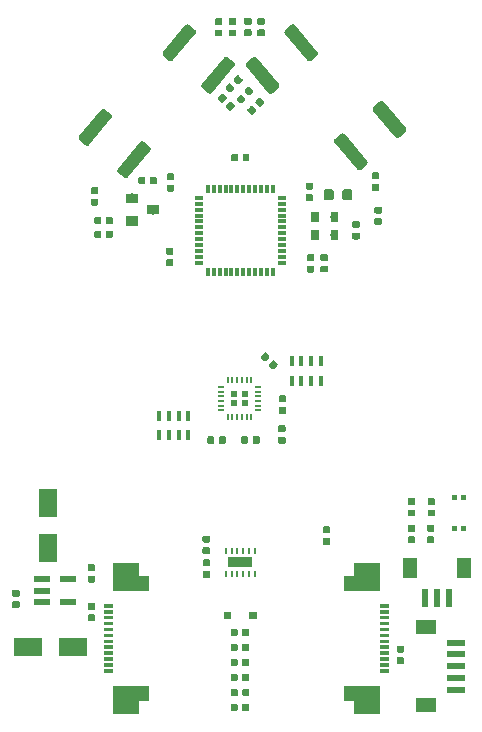
<source format=gbr>
G04 #@! TF.GenerationSoftware,KiCad,Pcbnew,(5.1.4)-1*
G04 #@! TF.CreationDate,2019-11-07T15:16:59+09:00*
G04 #@! TF.ProjectId,gekko,67656b6b-6f2e-46b6-9963-61645f706362,rev?*
G04 #@! TF.SameCoordinates,Original*
G04 #@! TF.FileFunction,Paste,Top*
G04 #@! TF.FilePolarity,Positive*
%FSLAX46Y46*%
G04 Gerber Fmt 4.6, Leading zero omitted, Abs format (unit mm)*
G04 Created by KiCad (PCBNEW (5.1.4)-1) date 2019-11-07 15:16:59*
%MOMM*%
%LPD*%
G04 APERTURE LIST*
%ADD10R,1.800000X1.200000*%
%ADD11R,1.550000X0.600000*%
%ADD12C,1.100000*%
%ADD13C,0.100000*%
%ADD14C,1.300000*%
%ADD15C,0.300000*%
%ADD16R,0.300000X0.800000*%
%ADD17R,0.800000X0.300000*%
%ADD18R,0.457200X0.838200*%
%ADD19C,0.802000*%
%ADD20C,1.125000*%
%ADD21C,0.600000*%
%ADD22R,0.600000X1.550000*%
%ADD23R,1.200000X1.800000*%
%ADD24C,0.875000*%
%ADD25R,2.000000X0.900000*%
%ADD26R,0.279908X0.500126*%
%ADD27R,0.525000X0.480000*%
%ADD28R,0.200000X0.550000*%
%ADD29R,0.550000X0.200000*%
%ADD30C,0.650000*%
%ADD31C,0.590000*%
%ADD32C,0.450000*%
%ADD33R,2.406599X1.612798*%
%ADD34R,1.612798X2.406599*%
%ADD35R,1.461999X0.568000*%
G04 APERTURE END LIST*
D10*
X165650000Y-139750000D03*
X165650000Y-146350000D03*
D11*
X168175000Y-141050000D03*
X168175000Y-142050000D03*
X168175000Y-143050000D03*
X168175000Y-144050000D03*
X168175000Y-145050000D03*
D12*
X140250000Y-146550000D03*
D13*
G36*
X141350000Y-146000000D02*
G01*
X141350000Y-147100000D01*
X139150000Y-147100000D01*
X139150000Y-146000000D01*
X141350000Y-146000000D01*
X141350000Y-146000000D01*
G37*
D12*
X140250000Y-134850000D03*
D13*
G36*
X141350000Y-134300000D02*
G01*
X141350000Y-135400000D01*
X139150000Y-135400000D01*
X139150000Y-134300000D01*
X141350000Y-134300000D01*
X141350000Y-134300000D01*
G37*
D14*
X140675000Y-145350000D03*
D13*
G36*
X142200000Y-144700000D02*
G01*
X142200000Y-146000000D01*
X139150000Y-146000000D01*
X139150000Y-144700000D01*
X142200000Y-144700000D01*
X142200000Y-144700000D01*
G37*
D15*
X138750000Y-137950000D03*
D13*
G36*
X139150000Y-137800000D02*
G01*
X139150000Y-138100000D01*
X138350000Y-138100000D01*
X138350000Y-137800000D01*
X139150000Y-137800000D01*
X139150000Y-137800000D01*
G37*
D15*
X138750000Y-138450000D03*
D13*
G36*
X139150000Y-138300000D02*
G01*
X139150000Y-138600000D01*
X138350000Y-138600000D01*
X138350000Y-138300000D01*
X139150000Y-138300000D01*
X139150000Y-138300000D01*
G37*
D15*
X138750000Y-138950000D03*
D13*
G36*
X139150000Y-138800000D02*
G01*
X139150000Y-139100000D01*
X138350000Y-139100000D01*
X138350000Y-138800000D01*
X139150000Y-138800000D01*
X139150000Y-138800000D01*
G37*
D15*
X138750000Y-139450000D03*
D13*
G36*
X139150000Y-139300000D02*
G01*
X139150000Y-139600000D01*
X138350000Y-139600000D01*
X138350000Y-139300000D01*
X139150000Y-139300000D01*
X139150000Y-139300000D01*
G37*
D15*
X138750000Y-139950000D03*
D13*
G36*
X139150000Y-139800000D02*
G01*
X139150000Y-140100000D01*
X138350000Y-140100000D01*
X138350000Y-139800000D01*
X139150000Y-139800000D01*
X139150000Y-139800000D01*
G37*
D15*
X138750000Y-140450000D03*
D13*
G36*
X139150000Y-140300000D02*
G01*
X139150000Y-140600000D01*
X138350000Y-140600000D01*
X138350000Y-140300000D01*
X139150000Y-140300000D01*
X139150000Y-140300000D01*
G37*
D15*
X138750000Y-140950000D03*
D13*
G36*
X139150000Y-140800000D02*
G01*
X139150000Y-141100000D01*
X138350000Y-141100000D01*
X138350000Y-140800000D01*
X139150000Y-140800000D01*
X139150000Y-140800000D01*
G37*
D15*
X138750000Y-141450000D03*
D13*
G36*
X139150000Y-141300000D02*
G01*
X139150000Y-141600000D01*
X138350000Y-141600000D01*
X138350000Y-141300000D01*
X139150000Y-141300000D01*
X139150000Y-141300000D01*
G37*
D15*
X138750000Y-141950000D03*
D13*
G36*
X139150000Y-141800000D02*
G01*
X139150000Y-142100000D01*
X138350000Y-142100000D01*
X138350000Y-141800000D01*
X139150000Y-141800000D01*
X139150000Y-141800000D01*
G37*
D15*
X138750000Y-142450000D03*
D13*
G36*
X139150000Y-142300000D02*
G01*
X139150000Y-142600000D01*
X138350000Y-142600000D01*
X138350000Y-142300000D01*
X139150000Y-142300000D01*
X139150000Y-142300000D01*
G37*
D15*
X138750000Y-142950000D03*
D13*
G36*
X139150000Y-142800000D02*
G01*
X139150000Y-143100000D01*
X138350000Y-143100000D01*
X138350000Y-142800000D01*
X139150000Y-142800000D01*
X139150000Y-142800000D01*
G37*
D14*
X140675000Y-136050000D03*
D13*
G36*
X142200000Y-135400000D02*
G01*
X142200000Y-136700000D01*
X139150000Y-136700000D01*
X139150000Y-135400000D01*
X142200000Y-135400000D01*
X142200000Y-135400000D01*
G37*
D15*
X138750000Y-143450000D03*
D13*
G36*
X139150000Y-143300000D02*
G01*
X139150000Y-143600000D01*
X138350000Y-143600000D01*
X138350000Y-143300000D01*
X139150000Y-143300000D01*
X139150000Y-143300000D01*
G37*
D16*
X152650000Y-109650000D03*
X152150000Y-109650000D03*
X151650000Y-109650000D03*
X151150000Y-109650000D03*
X150650000Y-109650000D03*
X150150000Y-109650000D03*
X149650000Y-109650000D03*
X149150000Y-109650000D03*
X148650000Y-109650000D03*
X148150000Y-109650000D03*
X147650000Y-109650000D03*
X147150000Y-109650000D03*
D17*
X146400000Y-108900000D03*
X146400000Y-108400000D03*
X146400000Y-107900000D03*
X146400000Y-107400000D03*
X146400000Y-106900000D03*
X146400000Y-106400000D03*
X146400000Y-105900000D03*
X146400000Y-105400000D03*
X146400000Y-104900000D03*
X146400000Y-104400000D03*
X146400000Y-103900000D03*
X146400000Y-103400000D03*
D16*
X147150000Y-102650000D03*
X147650000Y-102650000D03*
X148150000Y-102650000D03*
X148650000Y-102650000D03*
X149150000Y-102650000D03*
X149650000Y-102650000D03*
X150150000Y-102650000D03*
X150650000Y-102650000D03*
X151150000Y-102650000D03*
X151650000Y-102650000D03*
X152150000Y-102650000D03*
X152650000Y-102650000D03*
D17*
X153400000Y-103400000D03*
X153400000Y-103900000D03*
X153400000Y-104400000D03*
X153400000Y-104900000D03*
X153400000Y-105400000D03*
X153400000Y-105900000D03*
X153400000Y-106400000D03*
X153400000Y-106900000D03*
X153400000Y-107400000D03*
X153400000Y-107900000D03*
X153400000Y-108400000D03*
X153400000Y-108900000D03*
D18*
X145491200Y-121843800D03*
X144678400Y-121843800D03*
X143865600Y-121843800D03*
X143052800Y-121843800D03*
X143052800Y-123520200D03*
X143865600Y-123520200D03*
X144678400Y-123520200D03*
X145491200Y-123520200D03*
D12*
X160600000Y-134850000D03*
D13*
G36*
X159500000Y-135400000D02*
G01*
X159500000Y-134300000D01*
X161700000Y-134300000D01*
X161700000Y-135400000D01*
X159500000Y-135400000D01*
X159500000Y-135400000D01*
G37*
D12*
X160600000Y-146550000D03*
D13*
G36*
X159500000Y-147100000D02*
G01*
X159500000Y-146000000D01*
X161700000Y-146000000D01*
X161700000Y-147100000D01*
X159500000Y-147100000D01*
X159500000Y-147100000D01*
G37*
D14*
X160175000Y-136050000D03*
D13*
G36*
X158650000Y-136700000D02*
G01*
X158650000Y-135400000D01*
X161700000Y-135400000D01*
X161700000Y-136700000D01*
X158650000Y-136700000D01*
X158650000Y-136700000D01*
G37*
D15*
X162100000Y-143450000D03*
D13*
G36*
X161700000Y-143600000D02*
G01*
X161700000Y-143300000D01*
X162500000Y-143300000D01*
X162500000Y-143600000D01*
X161700000Y-143600000D01*
X161700000Y-143600000D01*
G37*
D15*
X162100000Y-142950000D03*
D13*
G36*
X161700000Y-143100000D02*
G01*
X161700000Y-142800000D01*
X162500000Y-142800000D01*
X162500000Y-143100000D01*
X161700000Y-143100000D01*
X161700000Y-143100000D01*
G37*
D15*
X162100000Y-142450000D03*
D13*
G36*
X161700000Y-142600000D02*
G01*
X161700000Y-142300000D01*
X162500000Y-142300000D01*
X162500000Y-142600000D01*
X161700000Y-142600000D01*
X161700000Y-142600000D01*
G37*
D15*
X162100000Y-141950000D03*
D13*
G36*
X161700000Y-142100000D02*
G01*
X161700000Y-141800000D01*
X162500000Y-141800000D01*
X162500000Y-142100000D01*
X161700000Y-142100000D01*
X161700000Y-142100000D01*
G37*
D15*
X162100000Y-141450000D03*
D13*
G36*
X161700000Y-141600000D02*
G01*
X161700000Y-141300000D01*
X162500000Y-141300000D01*
X162500000Y-141600000D01*
X161700000Y-141600000D01*
X161700000Y-141600000D01*
G37*
D15*
X162100000Y-140950000D03*
D13*
G36*
X161700000Y-141100000D02*
G01*
X161700000Y-140800000D01*
X162500000Y-140800000D01*
X162500000Y-141100000D01*
X161700000Y-141100000D01*
X161700000Y-141100000D01*
G37*
D15*
X162100000Y-140450000D03*
D13*
G36*
X161700000Y-140600000D02*
G01*
X161700000Y-140300000D01*
X162500000Y-140300000D01*
X162500000Y-140600000D01*
X161700000Y-140600000D01*
X161700000Y-140600000D01*
G37*
D15*
X162100000Y-139950000D03*
D13*
G36*
X161700000Y-140100000D02*
G01*
X161700000Y-139800000D01*
X162500000Y-139800000D01*
X162500000Y-140100000D01*
X161700000Y-140100000D01*
X161700000Y-140100000D01*
G37*
D15*
X162100000Y-139450000D03*
D13*
G36*
X161700000Y-139600000D02*
G01*
X161700000Y-139300000D01*
X162500000Y-139300000D01*
X162500000Y-139600000D01*
X161700000Y-139600000D01*
X161700000Y-139600000D01*
G37*
D15*
X162100000Y-138950000D03*
D13*
G36*
X161700000Y-139100000D02*
G01*
X161700000Y-138800000D01*
X162500000Y-138800000D01*
X162500000Y-139100000D01*
X161700000Y-139100000D01*
X161700000Y-139100000D01*
G37*
D15*
X162100000Y-138450000D03*
D13*
G36*
X161700000Y-138600000D02*
G01*
X161700000Y-138300000D01*
X162500000Y-138300000D01*
X162500000Y-138600000D01*
X161700000Y-138600000D01*
X161700000Y-138600000D01*
G37*
D14*
X160175000Y-145350000D03*
D13*
G36*
X158650000Y-146000000D02*
G01*
X158650000Y-144700000D01*
X161700000Y-144700000D01*
X161700000Y-146000000D01*
X158650000Y-146000000D01*
X158650000Y-146000000D01*
G37*
D15*
X162100000Y-137950000D03*
D13*
G36*
X161700000Y-138100000D02*
G01*
X161700000Y-137800000D01*
X162500000Y-137800000D01*
X162500000Y-138100000D01*
X161700000Y-138100000D01*
X161700000Y-138100000D01*
G37*
D19*
X142494000Y-104400000D03*
D13*
G36*
X142008000Y-104801000D02*
G01*
X142008000Y-103999000D01*
X142980000Y-103999000D01*
X142980000Y-104801000D01*
X142008000Y-104801000D01*
X142008000Y-104801000D01*
G37*
D19*
X140724000Y-105350000D03*
D13*
G36*
X140238000Y-105751000D02*
G01*
X140238000Y-104949000D01*
X141210000Y-104949000D01*
X141210000Y-105751000D01*
X140238000Y-105751000D01*
X140238000Y-105751000D01*
G37*
D19*
X140724000Y-103450000D03*
D13*
G36*
X140238000Y-103851000D02*
G01*
X140238000Y-103049000D01*
X141210000Y-103049000D01*
X141210000Y-103851000D01*
X140238000Y-103851000D01*
X140238000Y-103851000D01*
G37*
G36*
X161856556Y-95195356D02*
G01*
X161880862Y-95198691D01*
X161904724Y-95204392D01*
X161927912Y-95212405D01*
X161950203Y-95222652D01*
X161971383Y-95235035D01*
X161991247Y-95249434D01*
X162009604Y-95265710D01*
X162026277Y-95283708D01*
X163890362Y-97505238D01*
X163905191Y-97524783D01*
X163918033Y-97545687D01*
X163928764Y-97567750D01*
X163937280Y-97590758D01*
X163943501Y-97614490D01*
X163947365Y-97638717D01*
X163948836Y-97663207D01*
X163947900Y-97687723D01*
X163944565Y-97712029D01*
X163938864Y-97735891D01*
X163930851Y-97759079D01*
X163920604Y-97781371D01*
X163908221Y-97802550D01*
X163893822Y-97822414D01*
X163877546Y-97840771D01*
X163859548Y-97857444D01*
X163380769Y-98259188D01*
X163361224Y-98274017D01*
X163340320Y-98286859D01*
X163318257Y-98297590D01*
X163295249Y-98306106D01*
X163271517Y-98312327D01*
X163247290Y-98316191D01*
X163222800Y-98317662D01*
X163198284Y-98316726D01*
X163173978Y-98313391D01*
X163150116Y-98307690D01*
X163126928Y-98299677D01*
X163104637Y-98289430D01*
X163083457Y-98277047D01*
X163063593Y-98262648D01*
X163045236Y-98246372D01*
X163028563Y-98228374D01*
X161164478Y-96006844D01*
X161149649Y-95987299D01*
X161136807Y-95966395D01*
X161126076Y-95944332D01*
X161117560Y-95921324D01*
X161111339Y-95897592D01*
X161107475Y-95873365D01*
X161106004Y-95848875D01*
X161106940Y-95824359D01*
X161110275Y-95800053D01*
X161115976Y-95776191D01*
X161123989Y-95753003D01*
X161134236Y-95730711D01*
X161146619Y-95709532D01*
X161161018Y-95689668D01*
X161177294Y-95671311D01*
X161195292Y-95654638D01*
X161674071Y-95252894D01*
X161693616Y-95238065D01*
X161714520Y-95225223D01*
X161736583Y-95214492D01*
X161759591Y-95205976D01*
X161783323Y-95199755D01*
X161807550Y-95195891D01*
X161832040Y-95194420D01*
X161856556Y-95195356D01*
X161856556Y-95195356D01*
G37*
D20*
X162527420Y-96756041D03*
D13*
G36*
X158581716Y-97943274D02*
G01*
X158606022Y-97946609D01*
X158629884Y-97952310D01*
X158653072Y-97960323D01*
X158675363Y-97970570D01*
X158696543Y-97982953D01*
X158716407Y-97997352D01*
X158734764Y-98013628D01*
X158751437Y-98031626D01*
X160615522Y-100253156D01*
X160630351Y-100272701D01*
X160643193Y-100293605D01*
X160653924Y-100315668D01*
X160662440Y-100338676D01*
X160668661Y-100362408D01*
X160672525Y-100386635D01*
X160673996Y-100411125D01*
X160673060Y-100435641D01*
X160669725Y-100459947D01*
X160664024Y-100483809D01*
X160656011Y-100506997D01*
X160645764Y-100529289D01*
X160633381Y-100550468D01*
X160618982Y-100570332D01*
X160602706Y-100588689D01*
X160584708Y-100605362D01*
X160105929Y-101007106D01*
X160086384Y-101021935D01*
X160065480Y-101034777D01*
X160043417Y-101045508D01*
X160020409Y-101054024D01*
X159996677Y-101060245D01*
X159972450Y-101064109D01*
X159947960Y-101065580D01*
X159923444Y-101064644D01*
X159899138Y-101061309D01*
X159875276Y-101055608D01*
X159852088Y-101047595D01*
X159829797Y-101037348D01*
X159808617Y-101024965D01*
X159788753Y-101010566D01*
X159770396Y-100994290D01*
X159753723Y-100976292D01*
X157889638Y-98754762D01*
X157874809Y-98735217D01*
X157861967Y-98714313D01*
X157851236Y-98692250D01*
X157842720Y-98669242D01*
X157836499Y-98645510D01*
X157832635Y-98621283D01*
X157831164Y-98596793D01*
X157832100Y-98572277D01*
X157835435Y-98547971D01*
X157841136Y-98524109D01*
X157849149Y-98500921D01*
X157859396Y-98478629D01*
X157871779Y-98457450D01*
X157886178Y-98437586D01*
X157902454Y-98419229D01*
X157920452Y-98402556D01*
X158399231Y-98000812D01*
X158418776Y-97985983D01*
X158439680Y-97973141D01*
X158461743Y-97962410D01*
X158484751Y-97953894D01*
X158508483Y-97947673D01*
X158532710Y-97943809D01*
X158557200Y-97942338D01*
X158581716Y-97943274D01*
X158581716Y-97943274D01*
G37*
D20*
X159252580Y-99503959D03*
D13*
G36*
X141627290Y-98613809D02*
G01*
X141651517Y-98617673D01*
X141675249Y-98623894D01*
X141698257Y-98632410D01*
X141720320Y-98643141D01*
X141741224Y-98655983D01*
X141760769Y-98670812D01*
X142239548Y-99072556D01*
X142257546Y-99089229D01*
X142273822Y-99107586D01*
X142288221Y-99127450D01*
X142300604Y-99148630D01*
X142310851Y-99170921D01*
X142318864Y-99194109D01*
X142324565Y-99217971D01*
X142327900Y-99242277D01*
X142328836Y-99266793D01*
X142327365Y-99291283D01*
X142323501Y-99315510D01*
X142317280Y-99339242D01*
X142308764Y-99362250D01*
X142298033Y-99384313D01*
X142285191Y-99405217D01*
X142270362Y-99424762D01*
X140406277Y-101646292D01*
X140389604Y-101664290D01*
X140371247Y-101680566D01*
X140351383Y-101694965D01*
X140330204Y-101707348D01*
X140307912Y-101717595D01*
X140284724Y-101725608D01*
X140260862Y-101731309D01*
X140236556Y-101734644D01*
X140212040Y-101735580D01*
X140187550Y-101734109D01*
X140163323Y-101730245D01*
X140139591Y-101724024D01*
X140116583Y-101715508D01*
X140094520Y-101704777D01*
X140073616Y-101691935D01*
X140054071Y-101677106D01*
X139575292Y-101275362D01*
X139557294Y-101258689D01*
X139541018Y-101240332D01*
X139526619Y-101220468D01*
X139514236Y-101199288D01*
X139503989Y-101176997D01*
X139495976Y-101153809D01*
X139490275Y-101129947D01*
X139486940Y-101105641D01*
X139486004Y-101081125D01*
X139487475Y-101056635D01*
X139491339Y-101032408D01*
X139497560Y-101008676D01*
X139506076Y-100985668D01*
X139516807Y-100963605D01*
X139529649Y-100942701D01*
X139544478Y-100923156D01*
X141408563Y-98701626D01*
X141425236Y-98683628D01*
X141443593Y-98667352D01*
X141463457Y-98652953D01*
X141484636Y-98640570D01*
X141506928Y-98630323D01*
X141530116Y-98622310D01*
X141553978Y-98616609D01*
X141578284Y-98613274D01*
X141602800Y-98612338D01*
X141627290Y-98613809D01*
X141627290Y-98613809D01*
G37*
D20*
X140907420Y-100173959D03*
D13*
G36*
X138352450Y-95865891D02*
G01*
X138376677Y-95869755D01*
X138400409Y-95875976D01*
X138423417Y-95884492D01*
X138445480Y-95895223D01*
X138466384Y-95908065D01*
X138485929Y-95922894D01*
X138964708Y-96324638D01*
X138982706Y-96341311D01*
X138998982Y-96359668D01*
X139013381Y-96379532D01*
X139025764Y-96400712D01*
X139036011Y-96423003D01*
X139044024Y-96446191D01*
X139049725Y-96470053D01*
X139053060Y-96494359D01*
X139053996Y-96518875D01*
X139052525Y-96543365D01*
X139048661Y-96567592D01*
X139042440Y-96591324D01*
X139033924Y-96614332D01*
X139023193Y-96636395D01*
X139010351Y-96657299D01*
X138995522Y-96676844D01*
X137131437Y-98898374D01*
X137114764Y-98916372D01*
X137096407Y-98932648D01*
X137076543Y-98947047D01*
X137055364Y-98959430D01*
X137033072Y-98969677D01*
X137009884Y-98977690D01*
X136986022Y-98983391D01*
X136961716Y-98986726D01*
X136937200Y-98987662D01*
X136912710Y-98986191D01*
X136888483Y-98982327D01*
X136864751Y-98976106D01*
X136841743Y-98967590D01*
X136819680Y-98956859D01*
X136798776Y-98944017D01*
X136779231Y-98929188D01*
X136300452Y-98527444D01*
X136282454Y-98510771D01*
X136266178Y-98492414D01*
X136251779Y-98472550D01*
X136239396Y-98451370D01*
X136229149Y-98429079D01*
X136221136Y-98405891D01*
X136215435Y-98382029D01*
X136212100Y-98357723D01*
X136211164Y-98333207D01*
X136212635Y-98308717D01*
X136216499Y-98284490D01*
X136222720Y-98260758D01*
X136231236Y-98237750D01*
X136241967Y-98215687D01*
X136254809Y-98194783D01*
X136269638Y-98175238D01*
X138133723Y-95953708D01*
X138150396Y-95935710D01*
X138168753Y-95919434D01*
X138188617Y-95905035D01*
X138209796Y-95892652D01*
X138232088Y-95882405D01*
X138255276Y-95874392D01*
X138279138Y-95868691D01*
X138303444Y-95865356D01*
X138327960Y-95864420D01*
X138352450Y-95865891D01*
X138352450Y-95865891D01*
G37*
D20*
X137632580Y-97426041D03*
D13*
G36*
X151111716Y-91463274D02*
G01*
X151136022Y-91466609D01*
X151159884Y-91472310D01*
X151183072Y-91480323D01*
X151205363Y-91490570D01*
X151226543Y-91502953D01*
X151246407Y-91517352D01*
X151264764Y-91533628D01*
X151281437Y-91551626D01*
X153145522Y-93773156D01*
X153160351Y-93792701D01*
X153173193Y-93813605D01*
X153183924Y-93835668D01*
X153192440Y-93858676D01*
X153198661Y-93882408D01*
X153202525Y-93906635D01*
X153203996Y-93931125D01*
X153203060Y-93955641D01*
X153199725Y-93979947D01*
X153194024Y-94003809D01*
X153186011Y-94026997D01*
X153175764Y-94049289D01*
X153163381Y-94070468D01*
X153148982Y-94090332D01*
X153132706Y-94108689D01*
X153114708Y-94125362D01*
X152635929Y-94527106D01*
X152616384Y-94541935D01*
X152595480Y-94554777D01*
X152573417Y-94565508D01*
X152550409Y-94574024D01*
X152526677Y-94580245D01*
X152502450Y-94584109D01*
X152477960Y-94585580D01*
X152453444Y-94584644D01*
X152429138Y-94581309D01*
X152405276Y-94575608D01*
X152382088Y-94567595D01*
X152359797Y-94557348D01*
X152338617Y-94544965D01*
X152318753Y-94530566D01*
X152300396Y-94514290D01*
X152283723Y-94496292D01*
X150419638Y-92274762D01*
X150404809Y-92255217D01*
X150391967Y-92234313D01*
X150381236Y-92212250D01*
X150372720Y-92189242D01*
X150366499Y-92165510D01*
X150362635Y-92141283D01*
X150361164Y-92116793D01*
X150362100Y-92092277D01*
X150365435Y-92067971D01*
X150371136Y-92044109D01*
X150379149Y-92020921D01*
X150389396Y-91998629D01*
X150401779Y-91977450D01*
X150416178Y-91957586D01*
X150432454Y-91939229D01*
X150450452Y-91922556D01*
X150929231Y-91520812D01*
X150948776Y-91505983D01*
X150969680Y-91493141D01*
X150991743Y-91482410D01*
X151014751Y-91473894D01*
X151038483Y-91467673D01*
X151062710Y-91463809D01*
X151087200Y-91462338D01*
X151111716Y-91463274D01*
X151111716Y-91463274D01*
G37*
D20*
X151782580Y-93023959D03*
D13*
G36*
X154386556Y-88715356D02*
G01*
X154410862Y-88718691D01*
X154434724Y-88724392D01*
X154457912Y-88732405D01*
X154480203Y-88742652D01*
X154501383Y-88755035D01*
X154521247Y-88769434D01*
X154539604Y-88785710D01*
X154556277Y-88803708D01*
X156420362Y-91025238D01*
X156435191Y-91044783D01*
X156448033Y-91065687D01*
X156458764Y-91087750D01*
X156467280Y-91110758D01*
X156473501Y-91134490D01*
X156477365Y-91158717D01*
X156478836Y-91183207D01*
X156477900Y-91207723D01*
X156474565Y-91232029D01*
X156468864Y-91255891D01*
X156460851Y-91279079D01*
X156450604Y-91301371D01*
X156438221Y-91322550D01*
X156423822Y-91342414D01*
X156407546Y-91360771D01*
X156389548Y-91377444D01*
X155910769Y-91779188D01*
X155891224Y-91794017D01*
X155870320Y-91806859D01*
X155848257Y-91817590D01*
X155825249Y-91826106D01*
X155801517Y-91832327D01*
X155777290Y-91836191D01*
X155752800Y-91837662D01*
X155728284Y-91836726D01*
X155703978Y-91833391D01*
X155680116Y-91827690D01*
X155656928Y-91819677D01*
X155634637Y-91809430D01*
X155613457Y-91797047D01*
X155593593Y-91782648D01*
X155575236Y-91766372D01*
X155558563Y-91748374D01*
X153694478Y-89526844D01*
X153679649Y-89507299D01*
X153666807Y-89486395D01*
X153656076Y-89464332D01*
X153647560Y-89441324D01*
X153641339Y-89417592D01*
X153637475Y-89393365D01*
X153636004Y-89368875D01*
X153636940Y-89344359D01*
X153640275Y-89320053D01*
X153645976Y-89296191D01*
X153653989Y-89273003D01*
X153664236Y-89250711D01*
X153676619Y-89229532D01*
X153691018Y-89209668D01*
X153707294Y-89191311D01*
X153725292Y-89174638D01*
X154204071Y-88772894D01*
X154223616Y-88758065D01*
X154244520Y-88745223D01*
X154266583Y-88734492D01*
X154289591Y-88725976D01*
X154313323Y-88719755D01*
X154337550Y-88715891D01*
X154362040Y-88714420D01*
X154386556Y-88715356D01*
X154386556Y-88715356D01*
G37*
D20*
X155057420Y-90276041D03*
D13*
G36*
X148732290Y-91463809D02*
G01*
X148756517Y-91467673D01*
X148780249Y-91473894D01*
X148803257Y-91482410D01*
X148825320Y-91493141D01*
X148846224Y-91505983D01*
X148865769Y-91520812D01*
X149344548Y-91922556D01*
X149362546Y-91939229D01*
X149378822Y-91957586D01*
X149393221Y-91977450D01*
X149405604Y-91998630D01*
X149415851Y-92020921D01*
X149423864Y-92044109D01*
X149429565Y-92067971D01*
X149432900Y-92092277D01*
X149433836Y-92116793D01*
X149432365Y-92141283D01*
X149428501Y-92165510D01*
X149422280Y-92189242D01*
X149413764Y-92212250D01*
X149403033Y-92234313D01*
X149390191Y-92255217D01*
X149375362Y-92274762D01*
X147511277Y-94496292D01*
X147494604Y-94514290D01*
X147476247Y-94530566D01*
X147456383Y-94544965D01*
X147435204Y-94557348D01*
X147412912Y-94567595D01*
X147389724Y-94575608D01*
X147365862Y-94581309D01*
X147341556Y-94584644D01*
X147317040Y-94585580D01*
X147292550Y-94584109D01*
X147268323Y-94580245D01*
X147244591Y-94574024D01*
X147221583Y-94565508D01*
X147199520Y-94554777D01*
X147178616Y-94541935D01*
X147159071Y-94527106D01*
X146680292Y-94125362D01*
X146662294Y-94108689D01*
X146646018Y-94090332D01*
X146631619Y-94070468D01*
X146619236Y-94049288D01*
X146608989Y-94026997D01*
X146600976Y-94003809D01*
X146595275Y-93979947D01*
X146591940Y-93955641D01*
X146591004Y-93931125D01*
X146592475Y-93906635D01*
X146596339Y-93882408D01*
X146602560Y-93858676D01*
X146611076Y-93835668D01*
X146621807Y-93813605D01*
X146634649Y-93792701D01*
X146649478Y-93773156D01*
X148513563Y-91551626D01*
X148530236Y-91533628D01*
X148548593Y-91517352D01*
X148568457Y-91502953D01*
X148589636Y-91490570D01*
X148611928Y-91480323D01*
X148635116Y-91472310D01*
X148658978Y-91466609D01*
X148683284Y-91463274D01*
X148707800Y-91462338D01*
X148732290Y-91463809D01*
X148732290Y-91463809D01*
G37*
D20*
X148012420Y-93023959D03*
D13*
G36*
X145457450Y-88715891D02*
G01*
X145481677Y-88719755D01*
X145505409Y-88725976D01*
X145528417Y-88734492D01*
X145550480Y-88745223D01*
X145571384Y-88758065D01*
X145590929Y-88772894D01*
X146069708Y-89174638D01*
X146087706Y-89191311D01*
X146103982Y-89209668D01*
X146118381Y-89229532D01*
X146130764Y-89250712D01*
X146141011Y-89273003D01*
X146149024Y-89296191D01*
X146154725Y-89320053D01*
X146158060Y-89344359D01*
X146158996Y-89368875D01*
X146157525Y-89393365D01*
X146153661Y-89417592D01*
X146147440Y-89441324D01*
X146138924Y-89464332D01*
X146128193Y-89486395D01*
X146115351Y-89507299D01*
X146100522Y-89526844D01*
X144236437Y-91748374D01*
X144219764Y-91766372D01*
X144201407Y-91782648D01*
X144181543Y-91797047D01*
X144160364Y-91809430D01*
X144138072Y-91819677D01*
X144114884Y-91827690D01*
X144091022Y-91833391D01*
X144066716Y-91836726D01*
X144042200Y-91837662D01*
X144017710Y-91836191D01*
X143993483Y-91832327D01*
X143969751Y-91826106D01*
X143946743Y-91817590D01*
X143924680Y-91806859D01*
X143903776Y-91794017D01*
X143884231Y-91779188D01*
X143405452Y-91377444D01*
X143387454Y-91360771D01*
X143371178Y-91342414D01*
X143356779Y-91322550D01*
X143344396Y-91301370D01*
X143334149Y-91279079D01*
X143326136Y-91255891D01*
X143320435Y-91232029D01*
X143317100Y-91207723D01*
X143316164Y-91183207D01*
X143317635Y-91158717D01*
X143321499Y-91134490D01*
X143327720Y-91110758D01*
X143336236Y-91087750D01*
X143346967Y-91065687D01*
X143359809Y-91044783D01*
X143374638Y-91025238D01*
X145238723Y-88803708D01*
X145255396Y-88785710D01*
X145273753Y-88769434D01*
X145293617Y-88755035D01*
X145314796Y-88742652D01*
X145337088Y-88732405D01*
X145360276Y-88724392D01*
X145384138Y-88718691D01*
X145408444Y-88715356D01*
X145432960Y-88714420D01*
X145457450Y-88715891D01*
X145457450Y-88715891D01*
G37*
D20*
X144737580Y-90276041D03*
D21*
X148780000Y-138790000D03*
D13*
G36*
X148480000Y-138490000D02*
G01*
X149080000Y-138490000D01*
X149080000Y-139090000D01*
X148480000Y-139090000D01*
X148480000Y-138490000D01*
X148480000Y-138490000D01*
G37*
D21*
X150980000Y-138790000D03*
D13*
G36*
X150680000Y-138490000D02*
G01*
X151280000Y-138490000D01*
X151280000Y-139090000D01*
X150680000Y-139090000D01*
X150680000Y-138490000D01*
X150680000Y-138490000D01*
G37*
D22*
X165550000Y-137245000D03*
X166550000Y-137245000D03*
X167550000Y-137245000D03*
D23*
X164250000Y-134720000D03*
X168850000Y-134720000D03*
D13*
G36*
X157627691Y-102676053D02*
G01*
X157648926Y-102679203D01*
X157669750Y-102684419D01*
X157689962Y-102691651D01*
X157709368Y-102700830D01*
X157727781Y-102711866D01*
X157745024Y-102724654D01*
X157760930Y-102739070D01*
X157775346Y-102754976D01*
X157788134Y-102772219D01*
X157799170Y-102790632D01*
X157808349Y-102810038D01*
X157815581Y-102830250D01*
X157820797Y-102851074D01*
X157823947Y-102872309D01*
X157825000Y-102893750D01*
X157825000Y-103406250D01*
X157823947Y-103427691D01*
X157820797Y-103448926D01*
X157815581Y-103469750D01*
X157808349Y-103489962D01*
X157799170Y-103509368D01*
X157788134Y-103527781D01*
X157775346Y-103545024D01*
X157760930Y-103560930D01*
X157745024Y-103575346D01*
X157727781Y-103588134D01*
X157709368Y-103599170D01*
X157689962Y-103608349D01*
X157669750Y-103615581D01*
X157648926Y-103620797D01*
X157627691Y-103623947D01*
X157606250Y-103625000D01*
X157168750Y-103625000D01*
X157147309Y-103623947D01*
X157126074Y-103620797D01*
X157105250Y-103615581D01*
X157085038Y-103608349D01*
X157065632Y-103599170D01*
X157047219Y-103588134D01*
X157029976Y-103575346D01*
X157014070Y-103560930D01*
X156999654Y-103545024D01*
X156986866Y-103527781D01*
X156975830Y-103509368D01*
X156966651Y-103489962D01*
X156959419Y-103469750D01*
X156954203Y-103448926D01*
X156951053Y-103427691D01*
X156950000Y-103406250D01*
X156950000Y-102893750D01*
X156951053Y-102872309D01*
X156954203Y-102851074D01*
X156959419Y-102830250D01*
X156966651Y-102810038D01*
X156975830Y-102790632D01*
X156986866Y-102772219D01*
X156999654Y-102754976D01*
X157014070Y-102739070D01*
X157029976Y-102724654D01*
X157047219Y-102711866D01*
X157065632Y-102700830D01*
X157085038Y-102691651D01*
X157105250Y-102684419D01*
X157126074Y-102679203D01*
X157147309Y-102676053D01*
X157168750Y-102675000D01*
X157606250Y-102675000D01*
X157627691Y-102676053D01*
X157627691Y-102676053D01*
G37*
D24*
X157387500Y-103150000D03*
D13*
G36*
X159202691Y-102676053D02*
G01*
X159223926Y-102679203D01*
X159244750Y-102684419D01*
X159264962Y-102691651D01*
X159284368Y-102700830D01*
X159302781Y-102711866D01*
X159320024Y-102724654D01*
X159335930Y-102739070D01*
X159350346Y-102754976D01*
X159363134Y-102772219D01*
X159374170Y-102790632D01*
X159383349Y-102810038D01*
X159390581Y-102830250D01*
X159395797Y-102851074D01*
X159398947Y-102872309D01*
X159400000Y-102893750D01*
X159400000Y-103406250D01*
X159398947Y-103427691D01*
X159395797Y-103448926D01*
X159390581Y-103469750D01*
X159383349Y-103489962D01*
X159374170Y-103509368D01*
X159363134Y-103527781D01*
X159350346Y-103545024D01*
X159335930Y-103560930D01*
X159320024Y-103575346D01*
X159302781Y-103588134D01*
X159284368Y-103599170D01*
X159264962Y-103608349D01*
X159244750Y-103615581D01*
X159223926Y-103620797D01*
X159202691Y-103623947D01*
X159181250Y-103625000D01*
X158743750Y-103625000D01*
X158722309Y-103623947D01*
X158701074Y-103620797D01*
X158680250Y-103615581D01*
X158660038Y-103608349D01*
X158640632Y-103599170D01*
X158622219Y-103588134D01*
X158604976Y-103575346D01*
X158589070Y-103560930D01*
X158574654Y-103545024D01*
X158561866Y-103527781D01*
X158550830Y-103509368D01*
X158541651Y-103489962D01*
X158534419Y-103469750D01*
X158529203Y-103448926D01*
X158526053Y-103427691D01*
X158525000Y-103406250D01*
X158525000Y-102893750D01*
X158526053Y-102872309D01*
X158529203Y-102851074D01*
X158534419Y-102830250D01*
X158541651Y-102810038D01*
X158550830Y-102790632D01*
X158561866Y-102772219D01*
X158574654Y-102754976D01*
X158589070Y-102739070D01*
X158604976Y-102724654D01*
X158622219Y-102711866D01*
X158640632Y-102700830D01*
X158660038Y-102691651D01*
X158680250Y-102684419D01*
X158701074Y-102679203D01*
X158722309Y-102676053D01*
X158743750Y-102675000D01*
X159181250Y-102675000D01*
X159202691Y-102676053D01*
X159202691Y-102676053D01*
G37*
D24*
X158962500Y-103150000D03*
D25*
X149910000Y-134260000D03*
D26*
X148660000Y-133301277D03*
X149159999Y-133301277D03*
X149660000Y-133301277D03*
X150160000Y-133301277D03*
X150660001Y-133301277D03*
X151160000Y-133301277D03*
X151160000Y-135218723D03*
X150660001Y-135218723D03*
X150160000Y-135218723D03*
X149660000Y-135218723D03*
X149159999Y-135218723D03*
X148660000Y-135218723D03*
D27*
X150275000Y-120800000D03*
X150275000Y-120000000D03*
D28*
X150840000Y-118840000D03*
D29*
X148280000Y-120200000D03*
D28*
X149640000Y-118840000D03*
D29*
X151400000Y-119400000D03*
X151400000Y-121000000D03*
X151400000Y-120600000D03*
D28*
X150440000Y-118840000D03*
X148840000Y-121960000D03*
D29*
X148280000Y-119800000D03*
D27*
X149405000Y-120800000D03*
D28*
X149240000Y-121960000D03*
X150040000Y-118840000D03*
D29*
X148280000Y-120600000D03*
D28*
X148840000Y-118840000D03*
D29*
X151400000Y-119800000D03*
D28*
X150040000Y-121960000D03*
D29*
X148280000Y-121000000D03*
D28*
X150840000Y-121960000D03*
D29*
X148280000Y-121400000D03*
X148280000Y-119400000D03*
X151400000Y-121400000D03*
D28*
X150440000Y-121960000D03*
D29*
X151400000Y-120200000D03*
D27*
X149405000Y-120000000D03*
D28*
X149640000Y-121960000D03*
X149240000Y-118840000D03*
D30*
X156225000Y-106575000D03*
D13*
G36*
X155900000Y-106150000D02*
G01*
X156550000Y-106150000D01*
X156550000Y-107000000D01*
X155900000Y-107000000D01*
X155900000Y-106150000D01*
X155900000Y-106150000D01*
G37*
D30*
X157875000Y-106575000D03*
D13*
G36*
X157550000Y-106150000D02*
G01*
X158200000Y-106150000D01*
X158200000Y-107000000D01*
X157550000Y-107000000D01*
X157550000Y-106150000D01*
X157550000Y-106150000D01*
G37*
D30*
X156225000Y-105025000D03*
D13*
G36*
X155900000Y-104600000D02*
G01*
X156550000Y-104600000D01*
X156550000Y-105450000D01*
X155900000Y-105450000D01*
X155900000Y-104600000D01*
X155900000Y-104600000D01*
G37*
D30*
X157875000Y-105025000D03*
D13*
G36*
X157550000Y-104600000D02*
G01*
X158200000Y-104600000D01*
X158200000Y-105450000D01*
X157550000Y-105450000D01*
X157550000Y-104600000D01*
X157550000Y-104600000D01*
G37*
G36*
X137486958Y-137705710D02*
G01*
X137501276Y-137707834D01*
X137515317Y-137711351D01*
X137528946Y-137716228D01*
X137542031Y-137722417D01*
X137554447Y-137729858D01*
X137566073Y-137738481D01*
X137576798Y-137748202D01*
X137586519Y-137758927D01*
X137595142Y-137770553D01*
X137602583Y-137782969D01*
X137608772Y-137796054D01*
X137613649Y-137809683D01*
X137617166Y-137823724D01*
X137619290Y-137838042D01*
X137620000Y-137852500D01*
X137620000Y-138147500D01*
X137619290Y-138161958D01*
X137617166Y-138176276D01*
X137613649Y-138190317D01*
X137608772Y-138203946D01*
X137602583Y-138217031D01*
X137595142Y-138229447D01*
X137586519Y-138241073D01*
X137576798Y-138251798D01*
X137566073Y-138261519D01*
X137554447Y-138270142D01*
X137542031Y-138277583D01*
X137528946Y-138283772D01*
X137515317Y-138288649D01*
X137501276Y-138292166D01*
X137486958Y-138294290D01*
X137472500Y-138295000D01*
X137127500Y-138295000D01*
X137113042Y-138294290D01*
X137098724Y-138292166D01*
X137084683Y-138288649D01*
X137071054Y-138283772D01*
X137057969Y-138277583D01*
X137045553Y-138270142D01*
X137033927Y-138261519D01*
X137023202Y-138251798D01*
X137013481Y-138241073D01*
X137004858Y-138229447D01*
X136997417Y-138217031D01*
X136991228Y-138203946D01*
X136986351Y-138190317D01*
X136982834Y-138176276D01*
X136980710Y-138161958D01*
X136980000Y-138147500D01*
X136980000Y-137852500D01*
X136980710Y-137838042D01*
X136982834Y-137823724D01*
X136986351Y-137809683D01*
X136991228Y-137796054D01*
X136997417Y-137782969D01*
X137004858Y-137770553D01*
X137013481Y-137758927D01*
X137023202Y-137748202D01*
X137033927Y-137738481D01*
X137045553Y-137729858D01*
X137057969Y-137722417D01*
X137071054Y-137716228D01*
X137084683Y-137711351D01*
X137098724Y-137707834D01*
X137113042Y-137705710D01*
X137127500Y-137705000D01*
X137472500Y-137705000D01*
X137486958Y-137705710D01*
X137486958Y-137705710D01*
G37*
D31*
X137300000Y-138000000D03*
D13*
G36*
X137486958Y-138675710D02*
G01*
X137501276Y-138677834D01*
X137515317Y-138681351D01*
X137528946Y-138686228D01*
X137542031Y-138692417D01*
X137554447Y-138699858D01*
X137566073Y-138708481D01*
X137576798Y-138718202D01*
X137586519Y-138728927D01*
X137595142Y-138740553D01*
X137602583Y-138752969D01*
X137608772Y-138766054D01*
X137613649Y-138779683D01*
X137617166Y-138793724D01*
X137619290Y-138808042D01*
X137620000Y-138822500D01*
X137620000Y-139117500D01*
X137619290Y-139131958D01*
X137617166Y-139146276D01*
X137613649Y-139160317D01*
X137608772Y-139173946D01*
X137602583Y-139187031D01*
X137595142Y-139199447D01*
X137586519Y-139211073D01*
X137576798Y-139221798D01*
X137566073Y-139231519D01*
X137554447Y-139240142D01*
X137542031Y-139247583D01*
X137528946Y-139253772D01*
X137515317Y-139258649D01*
X137501276Y-139262166D01*
X137486958Y-139264290D01*
X137472500Y-139265000D01*
X137127500Y-139265000D01*
X137113042Y-139264290D01*
X137098724Y-139262166D01*
X137084683Y-139258649D01*
X137071054Y-139253772D01*
X137057969Y-139247583D01*
X137045553Y-139240142D01*
X137033927Y-139231519D01*
X137023202Y-139221798D01*
X137013481Y-139211073D01*
X137004858Y-139199447D01*
X136997417Y-139187031D01*
X136991228Y-139173946D01*
X136986351Y-139160317D01*
X136982834Y-139146276D01*
X136980710Y-139131958D01*
X136980000Y-139117500D01*
X136980000Y-138822500D01*
X136980710Y-138808042D01*
X136982834Y-138793724D01*
X136986351Y-138779683D01*
X136991228Y-138766054D01*
X136997417Y-138752969D01*
X137004858Y-138740553D01*
X137013481Y-138728927D01*
X137023202Y-138718202D01*
X137033927Y-138708481D01*
X137045553Y-138699858D01*
X137057969Y-138692417D01*
X137071054Y-138686228D01*
X137084683Y-138681351D01*
X137098724Y-138677834D01*
X137113042Y-138675710D01*
X137127500Y-138675000D01*
X137472500Y-138675000D01*
X137486958Y-138675710D01*
X137486958Y-138675710D01*
G37*
D31*
X137300000Y-138970000D03*
D13*
G36*
X166261958Y-128820710D02*
G01*
X166276276Y-128822834D01*
X166290317Y-128826351D01*
X166303946Y-128831228D01*
X166317031Y-128837417D01*
X166329447Y-128844858D01*
X166341073Y-128853481D01*
X166351798Y-128863202D01*
X166361519Y-128873927D01*
X166370142Y-128885553D01*
X166377583Y-128897969D01*
X166383772Y-128911054D01*
X166388649Y-128924683D01*
X166392166Y-128938724D01*
X166394290Y-128953042D01*
X166395000Y-128967500D01*
X166395000Y-129262500D01*
X166394290Y-129276958D01*
X166392166Y-129291276D01*
X166388649Y-129305317D01*
X166383772Y-129318946D01*
X166377583Y-129332031D01*
X166370142Y-129344447D01*
X166361519Y-129356073D01*
X166351798Y-129366798D01*
X166341073Y-129376519D01*
X166329447Y-129385142D01*
X166317031Y-129392583D01*
X166303946Y-129398772D01*
X166290317Y-129403649D01*
X166276276Y-129407166D01*
X166261958Y-129409290D01*
X166247500Y-129410000D01*
X165902500Y-129410000D01*
X165888042Y-129409290D01*
X165873724Y-129407166D01*
X165859683Y-129403649D01*
X165846054Y-129398772D01*
X165832969Y-129392583D01*
X165820553Y-129385142D01*
X165808927Y-129376519D01*
X165798202Y-129366798D01*
X165788481Y-129356073D01*
X165779858Y-129344447D01*
X165772417Y-129332031D01*
X165766228Y-129318946D01*
X165761351Y-129305317D01*
X165757834Y-129291276D01*
X165755710Y-129276958D01*
X165755000Y-129262500D01*
X165755000Y-128967500D01*
X165755710Y-128953042D01*
X165757834Y-128938724D01*
X165761351Y-128924683D01*
X165766228Y-128911054D01*
X165772417Y-128897969D01*
X165779858Y-128885553D01*
X165788481Y-128873927D01*
X165798202Y-128863202D01*
X165808927Y-128853481D01*
X165820553Y-128844858D01*
X165832969Y-128837417D01*
X165846054Y-128831228D01*
X165859683Y-128826351D01*
X165873724Y-128822834D01*
X165888042Y-128820710D01*
X165902500Y-128820000D01*
X166247500Y-128820000D01*
X166261958Y-128820710D01*
X166261958Y-128820710D01*
G37*
D31*
X166075000Y-129115000D03*
D13*
G36*
X166261958Y-129790710D02*
G01*
X166276276Y-129792834D01*
X166290317Y-129796351D01*
X166303946Y-129801228D01*
X166317031Y-129807417D01*
X166329447Y-129814858D01*
X166341073Y-129823481D01*
X166351798Y-129833202D01*
X166361519Y-129843927D01*
X166370142Y-129855553D01*
X166377583Y-129867969D01*
X166383772Y-129881054D01*
X166388649Y-129894683D01*
X166392166Y-129908724D01*
X166394290Y-129923042D01*
X166395000Y-129937500D01*
X166395000Y-130232500D01*
X166394290Y-130246958D01*
X166392166Y-130261276D01*
X166388649Y-130275317D01*
X166383772Y-130288946D01*
X166377583Y-130302031D01*
X166370142Y-130314447D01*
X166361519Y-130326073D01*
X166351798Y-130336798D01*
X166341073Y-130346519D01*
X166329447Y-130355142D01*
X166317031Y-130362583D01*
X166303946Y-130368772D01*
X166290317Y-130373649D01*
X166276276Y-130377166D01*
X166261958Y-130379290D01*
X166247500Y-130380000D01*
X165902500Y-130380000D01*
X165888042Y-130379290D01*
X165873724Y-130377166D01*
X165859683Y-130373649D01*
X165846054Y-130368772D01*
X165832969Y-130362583D01*
X165820553Y-130355142D01*
X165808927Y-130346519D01*
X165798202Y-130336798D01*
X165788481Y-130326073D01*
X165779858Y-130314447D01*
X165772417Y-130302031D01*
X165766228Y-130288946D01*
X165761351Y-130275317D01*
X165757834Y-130261276D01*
X165755710Y-130246958D01*
X165755000Y-130232500D01*
X165755000Y-129937500D01*
X165755710Y-129923042D01*
X165757834Y-129908724D01*
X165761351Y-129894683D01*
X165766228Y-129881054D01*
X165772417Y-129867969D01*
X165779858Y-129855553D01*
X165788481Y-129843927D01*
X165798202Y-129833202D01*
X165808927Y-129823481D01*
X165820553Y-129814858D01*
X165832969Y-129807417D01*
X165846054Y-129801228D01*
X165859683Y-129796351D01*
X165873724Y-129792834D01*
X165888042Y-129790710D01*
X165902500Y-129790000D01*
X166247500Y-129790000D01*
X166261958Y-129790710D01*
X166261958Y-129790710D01*
G37*
D31*
X166075000Y-130085000D03*
D13*
G36*
X147206958Y-132970710D02*
G01*
X147221276Y-132972834D01*
X147235317Y-132976351D01*
X147248946Y-132981228D01*
X147262031Y-132987417D01*
X147274447Y-132994858D01*
X147286073Y-133003481D01*
X147296798Y-133013202D01*
X147306519Y-133023927D01*
X147315142Y-133035553D01*
X147322583Y-133047969D01*
X147328772Y-133061054D01*
X147333649Y-133074683D01*
X147337166Y-133088724D01*
X147339290Y-133103042D01*
X147340000Y-133117500D01*
X147340000Y-133412500D01*
X147339290Y-133426958D01*
X147337166Y-133441276D01*
X147333649Y-133455317D01*
X147328772Y-133468946D01*
X147322583Y-133482031D01*
X147315142Y-133494447D01*
X147306519Y-133506073D01*
X147296798Y-133516798D01*
X147286073Y-133526519D01*
X147274447Y-133535142D01*
X147262031Y-133542583D01*
X147248946Y-133548772D01*
X147235317Y-133553649D01*
X147221276Y-133557166D01*
X147206958Y-133559290D01*
X147192500Y-133560000D01*
X146847500Y-133560000D01*
X146833042Y-133559290D01*
X146818724Y-133557166D01*
X146804683Y-133553649D01*
X146791054Y-133548772D01*
X146777969Y-133542583D01*
X146765553Y-133535142D01*
X146753927Y-133526519D01*
X146743202Y-133516798D01*
X146733481Y-133506073D01*
X146724858Y-133494447D01*
X146717417Y-133482031D01*
X146711228Y-133468946D01*
X146706351Y-133455317D01*
X146702834Y-133441276D01*
X146700710Y-133426958D01*
X146700000Y-133412500D01*
X146700000Y-133117500D01*
X146700710Y-133103042D01*
X146702834Y-133088724D01*
X146706351Y-133074683D01*
X146711228Y-133061054D01*
X146717417Y-133047969D01*
X146724858Y-133035553D01*
X146733481Y-133023927D01*
X146743202Y-133013202D01*
X146753927Y-133003481D01*
X146765553Y-132994858D01*
X146777969Y-132987417D01*
X146791054Y-132981228D01*
X146804683Y-132976351D01*
X146818724Y-132972834D01*
X146833042Y-132970710D01*
X146847500Y-132970000D01*
X147192500Y-132970000D01*
X147206958Y-132970710D01*
X147206958Y-132970710D01*
G37*
D31*
X147020000Y-133265000D03*
D13*
G36*
X147206958Y-132000710D02*
G01*
X147221276Y-132002834D01*
X147235317Y-132006351D01*
X147248946Y-132011228D01*
X147262031Y-132017417D01*
X147274447Y-132024858D01*
X147286073Y-132033481D01*
X147296798Y-132043202D01*
X147306519Y-132053927D01*
X147315142Y-132065553D01*
X147322583Y-132077969D01*
X147328772Y-132091054D01*
X147333649Y-132104683D01*
X147337166Y-132118724D01*
X147339290Y-132133042D01*
X147340000Y-132147500D01*
X147340000Y-132442500D01*
X147339290Y-132456958D01*
X147337166Y-132471276D01*
X147333649Y-132485317D01*
X147328772Y-132498946D01*
X147322583Y-132512031D01*
X147315142Y-132524447D01*
X147306519Y-132536073D01*
X147296798Y-132546798D01*
X147286073Y-132556519D01*
X147274447Y-132565142D01*
X147262031Y-132572583D01*
X147248946Y-132578772D01*
X147235317Y-132583649D01*
X147221276Y-132587166D01*
X147206958Y-132589290D01*
X147192500Y-132590000D01*
X146847500Y-132590000D01*
X146833042Y-132589290D01*
X146818724Y-132587166D01*
X146804683Y-132583649D01*
X146791054Y-132578772D01*
X146777969Y-132572583D01*
X146765553Y-132565142D01*
X146753927Y-132556519D01*
X146743202Y-132546798D01*
X146733481Y-132536073D01*
X146724858Y-132524447D01*
X146717417Y-132512031D01*
X146711228Y-132498946D01*
X146706351Y-132485317D01*
X146702834Y-132471276D01*
X146700710Y-132456958D01*
X146700000Y-132442500D01*
X146700000Y-132147500D01*
X146700710Y-132133042D01*
X146702834Y-132118724D01*
X146706351Y-132104683D01*
X146711228Y-132091054D01*
X146717417Y-132077969D01*
X146724858Y-132065553D01*
X146733481Y-132053927D01*
X146743202Y-132043202D01*
X146753927Y-132033481D01*
X146765553Y-132024858D01*
X146777969Y-132017417D01*
X146791054Y-132011228D01*
X146804683Y-132006351D01*
X146818724Y-132002834D01*
X146833042Y-132000710D01*
X146847500Y-132000000D01*
X147192500Y-132000000D01*
X147206958Y-132000710D01*
X147206958Y-132000710D01*
G37*
D31*
X147020000Y-132295000D03*
D13*
G36*
X147216958Y-134990710D02*
G01*
X147231276Y-134992834D01*
X147245317Y-134996351D01*
X147258946Y-135001228D01*
X147272031Y-135007417D01*
X147284447Y-135014858D01*
X147296073Y-135023481D01*
X147306798Y-135033202D01*
X147316519Y-135043927D01*
X147325142Y-135055553D01*
X147332583Y-135067969D01*
X147338772Y-135081054D01*
X147343649Y-135094683D01*
X147347166Y-135108724D01*
X147349290Y-135123042D01*
X147350000Y-135137500D01*
X147350000Y-135432500D01*
X147349290Y-135446958D01*
X147347166Y-135461276D01*
X147343649Y-135475317D01*
X147338772Y-135488946D01*
X147332583Y-135502031D01*
X147325142Y-135514447D01*
X147316519Y-135526073D01*
X147306798Y-135536798D01*
X147296073Y-135546519D01*
X147284447Y-135555142D01*
X147272031Y-135562583D01*
X147258946Y-135568772D01*
X147245317Y-135573649D01*
X147231276Y-135577166D01*
X147216958Y-135579290D01*
X147202500Y-135580000D01*
X146857500Y-135580000D01*
X146843042Y-135579290D01*
X146828724Y-135577166D01*
X146814683Y-135573649D01*
X146801054Y-135568772D01*
X146787969Y-135562583D01*
X146775553Y-135555142D01*
X146763927Y-135546519D01*
X146753202Y-135536798D01*
X146743481Y-135526073D01*
X146734858Y-135514447D01*
X146727417Y-135502031D01*
X146721228Y-135488946D01*
X146716351Y-135475317D01*
X146712834Y-135461276D01*
X146710710Y-135446958D01*
X146710000Y-135432500D01*
X146710000Y-135137500D01*
X146710710Y-135123042D01*
X146712834Y-135108724D01*
X146716351Y-135094683D01*
X146721228Y-135081054D01*
X146727417Y-135067969D01*
X146734858Y-135055553D01*
X146743481Y-135043927D01*
X146753202Y-135033202D01*
X146763927Y-135023481D01*
X146775553Y-135014858D01*
X146787969Y-135007417D01*
X146801054Y-135001228D01*
X146814683Y-134996351D01*
X146828724Y-134992834D01*
X146843042Y-134990710D01*
X146857500Y-134990000D01*
X147202500Y-134990000D01*
X147216958Y-134990710D01*
X147216958Y-134990710D01*
G37*
D31*
X147030000Y-135285000D03*
D13*
G36*
X147216958Y-134020710D02*
G01*
X147231276Y-134022834D01*
X147245317Y-134026351D01*
X147258946Y-134031228D01*
X147272031Y-134037417D01*
X147284447Y-134044858D01*
X147296073Y-134053481D01*
X147306798Y-134063202D01*
X147316519Y-134073927D01*
X147325142Y-134085553D01*
X147332583Y-134097969D01*
X147338772Y-134111054D01*
X147343649Y-134124683D01*
X147347166Y-134138724D01*
X147349290Y-134153042D01*
X147350000Y-134167500D01*
X147350000Y-134462500D01*
X147349290Y-134476958D01*
X147347166Y-134491276D01*
X147343649Y-134505317D01*
X147338772Y-134518946D01*
X147332583Y-134532031D01*
X147325142Y-134544447D01*
X147316519Y-134556073D01*
X147306798Y-134566798D01*
X147296073Y-134576519D01*
X147284447Y-134585142D01*
X147272031Y-134592583D01*
X147258946Y-134598772D01*
X147245317Y-134603649D01*
X147231276Y-134607166D01*
X147216958Y-134609290D01*
X147202500Y-134610000D01*
X146857500Y-134610000D01*
X146843042Y-134609290D01*
X146828724Y-134607166D01*
X146814683Y-134603649D01*
X146801054Y-134598772D01*
X146787969Y-134592583D01*
X146775553Y-134585142D01*
X146763927Y-134576519D01*
X146753202Y-134566798D01*
X146743481Y-134556073D01*
X146734858Y-134544447D01*
X146727417Y-134532031D01*
X146721228Y-134518946D01*
X146716351Y-134505317D01*
X146712834Y-134491276D01*
X146710710Y-134476958D01*
X146710000Y-134462500D01*
X146710000Y-134167500D01*
X146710710Y-134153042D01*
X146712834Y-134138724D01*
X146716351Y-134124683D01*
X146721228Y-134111054D01*
X146727417Y-134097969D01*
X146734858Y-134085553D01*
X146743481Y-134073927D01*
X146753202Y-134063202D01*
X146763927Y-134053481D01*
X146775553Y-134044858D01*
X146787969Y-134037417D01*
X146801054Y-134031228D01*
X146814683Y-134026351D01*
X146828724Y-134022834D01*
X146843042Y-134020710D01*
X146857500Y-134020000D01*
X147202500Y-134020000D01*
X147216958Y-134020710D01*
X147216958Y-134020710D01*
G37*
D31*
X147030000Y-134315000D03*
D13*
G36*
X163636958Y-142285710D02*
G01*
X163651276Y-142287834D01*
X163665317Y-142291351D01*
X163678946Y-142296228D01*
X163692031Y-142302417D01*
X163704447Y-142309858D01*
X163716073Y-142318481D01*
X163726798Y-142328202D01*
X163736519Y-142338927D01*
X163745142Y-142350553D01*
X163752583Y-142362969D01*
X163758772Y-142376054D01*
X163763649Y-142389683D01*
X163767166Y-142403724D01*
X163769290Y-142418042D01*
X163770000Y-142432500D01*
X163770000Y-142727500D01*
X163769290Y-142741958D01*
X163767166Y-142756276D01*
X163763649Y-142770317D01*
X163758772Y-142783946D01*
X163752583Y-142797031D01*
X163745142Y-142809447D01*
X163736519Y-142821073D01*
X163726798Y-142831798D01*
X163716073Y-142841519D01*
X163704447Y-142850142D01*
X163692031Y-142857583D01*
X163678946Y-142863772D01*
X163665317Y-142868649D01*
X163651276Y-142872166D01*
X163636958Y-142874290D01*
X163622500Y-142875000D01*
X163277500Y-142875000D01*
X163263042Y-142874290D01*
X163248724Y-142872166D01*
X163234683Y-142868649D01*
X163221054Y-142863772D01*
X163207969Y-142857583D01*
X163195553Y-142850142D01*
X163183927Y-142841519D01*
X163173202Y-142831798D01*
X163163481Y-142821073D01*
X163154858Y-142809447D01*
X163147417Y-142797031D01*
X163141228Y-142783946D01*
X163136351Y-142770317D01*
X163132834Y-142756276D01*
X163130710Y-142741958D01*
X163130000Y-142727500D01*
X163130000Y-142432500D01*
X163130710Y-142418042D01*
X163132834Y-142403724D01*
X163136351Y-142389683D01*
X163141228Y-142376054D01*
X163147417Y-142362969D01*
X163154858Y-142350553D01*
X163163481Y-142338927D01*
X163173202Y-142328202D01*
X163183927Y-142318481D01*
X163195553Y-142309858D01*
X163207969Y-142302417D01*
X163221054Y-142296228D01*
X163234683Y-142291351D01*
X163248724Y-142287834D01*
X163263042Y-142285710D01*
X163277500Y-142285000D01*
X163622500Y-142285000D01*
X163636958Y-142285710D01*
X163636958Y-142285710D01*
G37*
D31*
X163450000Y-142580000D03*
D13*
G36*
X163636958Y-141315710D02*
G01*
X163651276Y-141317834D01*
X163665317Y-141321351D01*
X163678946Y-141326228D01*
X163692031Y-141332417D01*
X163704447Y-141339858D01*
X163716073Y-141348481D01*
X163726798Y-141358202D01*
X163736519Y-141368927D01*
X163745142Y-141380553D01*
X163752583Y-141392969D01*
X163758772Y-141406054D01*
X163763649Y-141419683D01*
X163767166Y-141433724D01*
X163769290Y-141448042D01*
X163770000Y-141462500D01*
X163770000Y-141757500D01*
X163769290Y-141771958D01*
X163767166Y-141786276D01*
X163763649Y-141800317D01*
X163758772Y-141813946D01*
X163752583Y-141827031D01*
X163745142Y-141839447D01*
X163736519Y-141851073D01*
X163726798Y-141861798D01*
X163716073Y-141871519D01*
X163704447Y-141880142D01*
X163692031Y-141887583D01*
X163678946Y-141893772D01*
X163665317Y-141898649D01*
X163651276Y-141902166D01*
X163636958Y-141904290D01*
X163622500Y-141905000D01*
X163277500Y-141905000D01*
X163263042Y-141904290D01*
X163248724Y-141902166D01*
X163234683Y-141898649D01*
X163221054Y-141893772D01*
X163207969Y-141887583D01*
X163195553Y-141880142D01*
X163183927Y-141871519D01*
X163173202Y-141861798D01*
X163163481Y-141851073D01*
X163154858Y-141839447D01*
X163147417Y-141827031D01*
X163141228Y-141813946D01*
X163136351Y-141800317D01*
X163132834Y-141786276D01*
X163130710Y-141771958D01*
X163130000Y-141757500D01*
X163130000Y-141462500D01*
X163130710Y-141448042D01*
X163132834Y-141433724D01*
X163136351Y-141419683D01*
X163141228Y-141406054D01*
X163147417Y-141392969D01*
X163154858Y-141380553D01*
X163163481Y-141368927D01*
X163173202Y-141358202D01*
X163183927Y-141348481D01*
X163195553Y-141339858D01*
X163207969Y-141332417D01*
X163221054Y-141326228D01*
X163234683Y-141321351D01*
X163248724Y-141317834D01*
X163263042Y-141315710D01*
X163277500Y-141315000D01*
X163622500Y-141315000D01*
X163636958Y-141315710D01*
X163636958Y-141315710D01*
G37*
D31*
X163450000Y-141610000D03*
D13*
G36*
X155936958Y-102120710D02*
G01*
X155951276Y-102122834D01*
X155965317Y-102126351D01*
X155978946Y-102131228D01*
X155992031Y-102137417D01*
X156004447Y-102144858D01*
X156016073Y-102153481D01*
X156026798Y-102163202D01*
X156036519Y-102173927D01*
X156045142Y-102185553D01*
X156052583Y-102197969D01*
X156058772Y-102211054D01*
X156063649Y-102224683D01*
X156067166Y-102238724D01*
X156069290Y-102253042D01*
X156070000Y-102267500D01*
X156070000Y-102562500D01*
X156069290Y-102576958D01*
X156067166Y-102591276D01*
X156063649Y-102605317D01*
X156058772Y-102618946D01*
X156052583Y-102632031D01*
X156045142Y-102644447D01*
X156036519Y-102656073D01*
X156026798Y-102666798D01*
X156016073Y-102676519D01*
X156004447Y-102685142D01*
X155992031Y-102692583D01*
X155978946Y-102698772D01*
X155965317Y-102703649D01*
X155951276Y-102707166D01*
X155936958Y-102709290D01*
X155922500Y-102710000D01*
X155577500Y-102710000D01*
X155563042Y-102709290D01*
X155548724Y-102707166D01*
X155534683Y-102703649D01*
X155521054Y-102698772D01*
X155507969Y-102692583D01*
X155495553Y-102685142D01*
X155483927Y-102676519D01*
X155473202Y-102666798D01*
X155463481Y-102656073D01*
X155454858Y-102644447D01*
X155447417Y-102632031D01*
X155441228Y-102618946D01*
X155436351Y-102605317D01*
X155432834Y-102591276D01*
X155430710Y-102576958D01*
X155430000Y-102562500D01*
X155430000Y-102267500D01*
X155430710Y-102253042D01*
X155432834Y-102238724D01*
X155436351Y-102224683D01*
X155441228Y-102211054D01*
X155447417Y-102197969D01*
X155454858Y-102185553D01*
X155463481Y-102173927D01*
X155473202Y-102163202D01*
X155483927Y-102153481D01*
X155495553Y-102144858D01*
X155507969Y-102137417D01*
X155521054Y-102131228D01*
X155534683Y-102126351D01*
X155548724Y-102122834D01*
X155563042Y-102120710D01*
X155577500Y-102120000D01*
X155922500Y-102120000D01*
X155936958Y-102120710D01*
X155936958Y-102120710D01*
G37*
D31*
X155750000Y-102415000D03*
D13*
G36*
X155936958Y-103090710D02*
G01*
X155951276Y-103092834D01*
X155965317Y-103096351D01*
X155978946Y-103101228D01*
X155992031Y-103107417D01*
X156004447Y-103114858D01*
X156016073Y-103123481D01*
X156026798Y-103133202D01*
X156036519Y-103143927D01*
X156045142Y-103155553D01*
X156052583Y-103167969D01*
X156058772Y-103181054D01*
X156063649Y-103194683D01*
X156067166Y-103208724D01*
X156069290Y-103223042D01*
X156070000Y-103237500D01*
X156070000Y-103532500D01*
X156069290Y-103546958D01*
X156067166Y-103561276D01*
X156063649Y-103575317D01*
X156058772Y-103588946D01*
X156052583Y-103602031D01*
X156045142Y-103614447D01*
X156036519Y-103626073D01*
X156026798Y-103636798D01*
X156016073Y-103646519D01*
X156004447Y-103655142D01*
X155992031Y-103662583D01*
X155978946Y-103668772D01*
X155965317Y-103673649D01*
X155951276Y-103677166D01*
X155936958Y-103679290D01*
X155922500Y-103680000D01*
X155577500Y-103680000D01*
X155563042Y-103679290D01*
X155548724Y-103677166D01*
X155534683Y-103673649D01*
X155521054Y-103668772D01*
X155507969Y-103662583D01*
X155495553Y-103655142D01*
X155483927Y-103646519D01*
X155473202Y-103636798D01*
X155463481Y-103626073D01*
X155454858Y-103614447D01*
X155447417Y-103602031D01*
X155441228Y-103588946D01*
X155436351Y-103575317D01*
X155432834Y-103561276D01*
X155430710Y-103546958D01*
X155430000Y-103532500D01*
X155430000Y-103237500D01*
X155430710Y-103223042D01*
X155432834Y-103208724D01*
X155436351Y-103194683D01*
X155441228Y-103181054D01*
X155447417Y-103167969D01*
X155454858Y-103155553D01*
X155463481Y-103143927D01*
X155473202Y-103133202D01*
X155483927Y-103123481D01*
X155495553Y-103114858D01*
X155507969Y-103107417D01*
X155521054Y-103101228D01*
X155534683Y-103096351D01*
X155548724Y-103092834D01*
X155563042Y-103090710D01*
X155577500Y-103090000D01*
X155922500Y-103090000D01*
X155936958Y-103090710D01*
X155936958Y-103090710D01*
G37*
D31*
X155750000Y-103385000D03*
D13*
G36*
X157186958Y-108160710D02*
G01*
X157201276Y-108162834D01*
X157215317Y-108166351D01*
X157228946Y-108171228D01*
X157242031Y-108177417D01*
X157254447Y-108184858D01*
X157266073Y-108193481D01*
X157276798Y-108203202D01*
X157286519Y-108213927D01*
X157295142Y-108225553D01*
X157302583Y-108237969D01*
X157308772Y-108251054D01*
X157313649Y-108264683D01*
X157317166Y-108278724D01*
X157319290Y-108293042D01*
X157320000Y-108307500D01*
X157320000Y-108602500D01*
X157319290Y-108616958D01*
X157317166Y-108631276D01*
X157313649Y-108645317D01*
X157308772Y-108658946D01*
X157302583Y-108672031D01*
X157295142Y-108684447D01*
X157286519Y-108696073D01*
X157276798Y-108706798D01*
X157266073Y-108716519D01*
X157254447Y-108725142D01*
X157242031Y-108732583D01*
X157228946Y-108738772D01*
X157215317Y-108743649D01*
X157201276Y-108747166D01*
X157186958Y-108749290D01*
X157172500Y-108750000D01*
X156827500Y-108750000D01*
X156813042Y-108749290D01*
X156798724Y-108747166D01*
X156784683Y-108743649D01*
X156771054Y-108738772D01*
X156757969Y-108732583D01*
X156745553Y-108725142D01*
X156733927Y-108716519D01*
X156723202Y-108706798D01*
X156713481Y-108696073D01*
X156704858Y-108684447D01*
X156697417Y-108672031D01*
X156691228Y-108658946D01*
X156686351Y-108645317D01*
X156682834Y-108631276D01*
X156680710Y-108616958D01*
X156680000Y-108602500D01*
X156680000Y-108307500D01*
X156680710Y-108293042D01*
X156682834Y-108278724D01*
X156686351Y-108264683D01*
X156691228Y-108251054D01*
X156697417Y-108237969D01*
X156704858Y-108225553D01*
X156713481Y-108213927D01*
X156723202Y-108203202D01*
X156733927Y-108193481D01*
X156745553Y-108184858D01*
X156757969Y-108177417D01*
X156771054Y-108171228D01*
X156784683Y-108166351D01*
X156798724Y-108162834D01*
X156813042Y-108160710D01*
X156827500Y-108160000D01*
X157172500Y-108160000D01*
X157186958Y-108160710D01*
X157186958Y-108160710D01*
G37*
D31*
X157000000Y-108455000D03*
D13*
G36*
X157186958Y-109130710D02*
G01*
X157201276Y-109132834D01*
X157215317Y-109136351D01*
X157228946Y-109141228D01*
X157242031Y-109147417D01*
X157254447Y-109154858D01*
X157266073Y-109163481D01*
X157276798Y-109173202D01*
X157286519Y-109183927D01*
X157295142Y-109195553D01*
X157302583Y-109207969D01*
X157308772Y-109221054D01*
X157313649Y-109234683D01*
X157317166Y-109248724D01*
X157319290Y-109263042D01*
X157320000Y-109277500D01*
X157320000Y-109572500D01*
X157319290Y-109586958D01*
X157317166Y-109601276D01*
X157313649Y-109615317D01*
X157308772Y-109628946D01*
X157302583Y-109642031D01*
X157295142Y-109654447D01*
X157286519Y-109666073D01*
X157276798Y-109676798D01*
X157266073Y-109686519D01*
X157254447Y-109695142D01*
X157242031Y-109702583D01*
X157228946Y-109708772D01*
X157215317Y-109713649D01*
X157201276Y-109717166D01*
X157186958Y-109719290D01*
X157172500Y-109720000D01*
X156827500Y-109720000D01*
X156813042Y-109719290D01*
X156798724Y-109717166D01*
X156784683Y-109713649D01*
X156771054Y-109708772D01*
X156757969Y-109702583D01*
X156745553Y-109695142D01*
X156733927Y-109686519D01*
X156723202Y-109676798D01*
X156713481Y-109666073D01*
X156704858Y-109654447D01*
X156697417Y-109642031D01*
X156691228Y-109628946D01*
X156686351Y-109615317D01*
X156682834Y-109601276D01*
X156680710Y-109586958D01*
X156680000Y-109572500D01*
X156680000Y-109277500D01*
X156680710Y-109263042D01*
X156682834Y-109248724D01*
X156686351Y-109234683D01*
X156691228Y-109221054D01*
X156697417Y-109207969D01*
X156704858Y-109195553D01*
X156713481Y-109183927D01*
X156723202Y-109173202D01*
X156733927Y-109163481D01*
X156745553Y-109154858D01*
X156757969Y-109147417D01*
X156771054Y-109141228D01*
X156784683Y-109136351D01*
X156798724Y-109132834D01*
X156813042Y-109130710D01*
X156827500Y-109130000D01*
X157172500Y-109130000D01*
X157186958Y-109130710D01*
X157186958Y-109130710D01*
G37*
D31*
X157000000Y-109425000D03*
D13*
G36*
X156036958Y-108170710D02*
G01*
X156051276Y-108172834D01*
X156065317Y-108176351D01*
X156078946Y-108181228D01*
X156092031Y-108187417D01*
X156104447Y-108194858D01*
X156116073Y-108203481D01*
X156126798Y-108213202D01*
X156136519Y-108223927D01*
X156145142Y-108235553D01*
X156152583Y-108247969D01*
X156158772Y-108261054D01*
X156163649Y-108274683D01*
X156167166Y-108288724D01*
X156169290Y-108303042D01*
X156170000Y-108317500D01*
X156170000Y-108612500D01*
X156169290Y-108626958D01*
X156167166Y-108641276D01*
X156163649Y-108655317D01*
X156158772Y-108668946D01*
X156152583Y-108682031D01*
X156145142Y-108694447D01*
X156136519Y-108706073D01*
X156126798Y-108716798D01*
X156116073Y-108726519D01*
X156104447Y-108735142D01*
X156092031Y-108742583D01*
X156078946Y-108748772D01*
X156065317Y-108753649D01*
X156051276Y-108757166D01*
X156036958Y-108759290D01*
X156022500Y-108760000D01*
X155677500Y-108760000D01*
X155663042Y-108759290D01*
X155648724Y-108757166D01*
X155634683Y-108753649D01*
X155621054Y-108748772D01*
X155607969Y-108742583D01*
X155595553Y-108735142D01*
X155583927Y-108726519D01*
X155573202Y-108716798D01*
X155563481Y-108706073D01*
X155554858Y-108694447D01*
X155547417Y-108682031D01*
X155541228Y-108668946D01*
X155536351Y-108655317D01*
X155532834Y-108641276D01*
X155530710Y-108626958D01*
X155530000Y-108612500D01*
X155530000Y-108317500D01*
X155530710Y-108303042D01*
X155532834Y-108288724D01*
X155536351Y-108274683D01*
X155541228Y-108261054D01*
X155547417Y-108247969D01*
X155554858Y-108235553D01*
X155563481Y-108223927D01*
X155573202Y-108213202D01*
X155583927Y-108203481D01*
X155595553Y-108194858D01*
X155607969Y-108187417D01*
X155621054Y-108181228D01*
X155634683Y-108176351D01*
X155648724Y-108172834D01*
X155663042Y-108170710D01*
X155677500Y-108170000D01*
X156022500Y-108170000D01*
X156036958Y-108170710D01*
X156036958Y-108170710D01*
G37*
D31*
X155850000Y-108465000D03*
D13*
G36*
X156036958Y-109140710D02*
G01*
X156051276Y-109142834D01*
X156065317Y-109146351D01*
X156078946Y-109151228D01*
X156092031Y-109157417D01*
X156104447Y-109164858D01*
X156116073Y-109173481D01*
X156126798Y-109183202D01*
X156136519Y-109193927D01*
X156145142Y-109205553D01*
X156152583Y-109217969D01*
X156158772Y-109231054D01*
X156163649Y-109244683D01*
X156167166Y-109258724D01*
X156169290Y-109273042D01*
X156170000Y-109287500D01*
X156170000Y-109582500D01*
X156169290Y-109596958D01*
X156167166Y-109611276D01*
X156163649Y-109625317D01*
X156158772Y-109638946D01*
X156152583Y-109652031D01*
X156145142Y-109664447D01*
X156136519Y-109676073D01*
X156126798Y-109686798D01*
X156116073Y-109696519D01*
X156104447Y-109705142D01*
X156092031Y-109712583D01*
X156078946Y-109718772D01*
X156065317Y-109723649D01*
X156051276Y-109727166D01*
X156036958Y-109729290D01*
X156022500Y-109730000D01*
X155677500Y-109730000D01*
X155663042Y-109729290D01*
X155648724Y-109727166D01*
X155634683Y-109723649D01*
X155621054Y-109718772D01*
X155607969Y-109712583D01*
X155595553Y-109705142D01*
X155583927Y-109696519D01*
X155573202Y-109686798D01*
X155563481Y-109676073D01*
X155554858Y-109664447D01*
X155547417Y-109652031D01*
X155541228Y-109638946D01*
X155536351Y-109625317D01*
X155532834Y-109611276D01*
X155530710Y-109596958D01*
X155530000Y-109582500D01*
X155530000Y-109287500D01*
X155530710Y-109273042D01*
X155532834Y-109258724D01*
X155536351Y-109244683D01*
X155541228Y-109231054D01*
X155547417Y-109217969D01*
X155554858Y-109205553D01*
X155563481Y-109193927D01*
X155573202Y-109183202D01*
X155583927Y-109173481D01*
X155595553Y-109164858D01*
X155607969Y-109157417D01*
X155621054Y-109151228D01*
X155634683Y-109146351D01*
X155648724Y-109142834D01*
X155663042Y-109140710D01*
X155677500Y-109140000D01*
X156022500Y-109140000D01*
X156036958Y-109140710D01*
X156036958Y-109140710D01*
G37*
D31*
X155850000Y-109435000D03*
D13*
G36*
X150546958Y-99680710D02*
G01*
X150561276Y-99682834D01*
X150575317Y-99686351D01*
X150588946Y-99691228D01*
X150602031Y-99697417D01*
X150614447Y-99704858D01*
X150626073Y-99713481D01*
X150636798Y-99723202D01*
X150646519Y-99733927D01*
X150655142Y-99745553D01*
X150662583Y-99757969D01*
X150668772Y-99771054D01*
X150673649Y-99784683D01*
X150677166Y-99798724D01*
X150679290Y-99813042D01*
X150680000Y-99827500D01*
X150680000Y-100172500D01*
X150679290Y-100186958D01*
X150677166Y-100201276D01*
X150673649Y-100215317D01*
X150668772Y-100228946D01*
X150662583Y-100242031D01*
X150655142Y-100254447D01*
X150646519Y-100266073D01*
X150636798Y-100276798D01*
X150626073Y-100286519D01*
X150614447Y-100295142D01*
X150602031Y-100302583D01*
X150588946Y-100308772D01*
X150575317Y-100313649D01*
X150561276Y-100317166D01*
X150546958Y-100319290D01*
X150532500Y-100320000D01*
X150237500Y-100320000D01*
X150223042Y-100319290D01*
X150208724Y-100317166D01*
X150194683Y-100313649D01*
X150181054Y-100308772D01*
X150167969Y-100302583D01*
X150155553Y-100295142D01*
X150143927Y-100286519D01*
X150133202Y-100276798D01*
X150123481Y-100266073D01*
X150114858Y-100254447D01*
X150107417Y-100242031D01*
X150101228Y-100228946D01*
X150096351Y-100215317D01*
X150092834Y-100201276D01*
X150090710Y-100186958D01*
X150090000Y-100172500D01*
X150090000Y-99827500D01*
X150090710Y-99813042D01*
X150092834Y-99798724D01*
X150096351Y-99784683D01*
X150101228Y-99771054D01*
X150107417Y-99757969D01*
X150114858Y-99745553D01*
X150123481Y-99733927D01*
X150133202Y-99723202D01*
X150143927Y-99713481D01*
X150155553Y-99704858D01*
X150167969Y-99697417D01*
X150181054Y-99691228D01*
X150194683Y-99686351D01*
X150208724Y-99682834D01*
X150223042Y-99680710D01*
X150237500Y-99680000D01*
X150532500Y-99680000D01*
X150546958Y-99680710D01*
X150546958Y-99680710D01*
G37*
D31*
X150385000Y-100000000D03*
D13*
G36*
X149576958Y-99680710D02*
G01*
X149591276Y-99682834D01*
X149605317Y-99686351D01*
X149618946Y-99691228D01*
X149632031Y-99697417D01*
X149644447Y-99704858D01*
X149656073Y-99713481D01*
X149666798Y-99723202D01*
X149676519Y-99733927D01*
X149685142Y-99745553D01*
X149692583Y-99757969D01*
X149698772Y-99771054D01*
X149703649Y-99784683D01*
X149707166Y-99798724D01*
X149709290Y-99813042D01*
X149710000Y-99827500D01*
X149710000Y-100172500D01*
X149709290Y-100186958D01*
X149707166Y-100201276D01*
X149703649Y-100215317D01*
X149698772Y-100228946D01*
X149692583Y-100242031D01*
X149685142Y-100254447D01*
X149676519Y-100266073D01*
X149666798Y-100276798D01*
X149656073Y-100286519D01*
X149644447Y-100295142D01*
X149632031Y-100302583D01*
X149618946Y-100308772D01*
X149605317Y-100313649D01*
X149591276Y-100317166D01*
X149576958Y-100319290D01*
X149562500Y-100320000D01*
X149267500Y-100320000D01*
X149253042Y-100319290D01*
X149238724Y-100317166D01*
X149224683Y-100313649D01*
X149211054Y-100308772D01*
X149197969Y-100302583D01*
X149185553Y-100295142D01*
X149173927Y-100286519D01*
X149163202Y-100276798D01*
X149153481Y-100266073D01*
X149144858Y-100254447D01*
X149137417Y-100242031D01*
X149131228Y-100228946D01*
X149126351Y-100215317D01*
X149122834Y-100201276D01*
X149120710Y-100186958D01*
X149120000Y-100172500D01*
X149120000Y-99827500D01*
X149120710Y-99813042D01*
X149122834Y-99798724D01*
X149126351Y-99784683D01*
X149131228Y-99771054D01*
X149137417Y-99757969D01*
X149144858Y-99745553D01*
X149153481Y-99733927D01*
X149163202Y-99723202D01*
X149173927Y-99713481D01*
X149185553Y-99704858D01*
X149197969Y-99697417D01*
X149211054Y-99691228D01*
X149224683Y-99686351D01*
X149238724Y-99682834D01*
X149253042Y-99680710D01*
X149267500Y-99680000D01*
X149562500Y-99680000D01*
X149576958Y-99680710D01*
X149576958Y-99680710D01*
G37*
D31*
X149415000Y-100000000D03*
D13*
G36*
X144186958Y-102290710D02*
G01*
X144201276Y-102292834D01*
X144215317Y-102296351D01*
X144228946Y-102301228D01*
X144242031Y-102307417D01*
X144254447Y-102314858D01*
X144266073Y-102323481D01*
X144276798Y-102333202D01*
X144286519Y-102343927D01*
X144295142Y-102355553D01*
X144302583Y-102367969D01*
X144308772Y-102381054D01*
X144313649Y-102394683D01*
X144317166Y-102408724D01*
X144319290Y-102423042D01*
X144320000Y-102437500D01*
X144320000Y-102732500D01*
X144319290Y-102746958D01*
X144317166Y-102761276D01*
X144313649Y-102775317D01*
X144308772Y-102788946D01*
X144302583Y-102802031D01*
X144295142Y-102814447D01*
X144286519Y-102826073D01*
X144276798Y-102836798D01*
X144266073Y-102846519D01*
X144254447Y-102855142D01*
X144242031Y-102862583D01*
X144228946Y-102868772D01*
X144215317Y-102873649D01*
X144201276Y-102877166D01*
X144186958Y-102879290D01*
X144172500Y-102880000D01*
X143827500Y-102880000D01*
X143813042Y-102879290D01*
X143798724Y-102877166D01*
X143784683Y-102873649D01*
X143771054Y-102868772D01*
X143757969Y-102862583D01*
X143745553Y-102855142D01*
X143733927Y-102846519D01*
X143723202Y-102836798D01*
X143713481Y-102826073D01*
X143704858Y-102814447D01*
X143697417Y-102802031D01*
X143691228Y-102788946D01*
X143686351Y-102775317D01*
X143682834Y-102761276D01*
X143680710Y-102746958D01*
X143680000Y-102732500D01*
X143680000Y-102437500D01*
X143680710Y-102423042D01*
X143682834Y-102408724D01*
X143686351Y-102394683D01*
X143691228Y-102381054D01*
X143697417Y-102367969D01*
X143704858Y-102355553D01*
X143713481Y-102343927D01*
X143723202Y-102333202D01*
X143733927Y-102323481D01*
X143745553Y-102314858D01*
X143757969Y-102307417D01*
X143771054Y-102301228D01*
X143784683Y-102296351D01*
X143798724Y-102292834D01*
X143813042Y-102290710D01*
X143827500Y-102290000D01*
X144172500Y-102290000D01*
X144186958Y-102290710D01*
X144186958Y-102290710D01*
G37*
D31*
X144000000Y-102585000D03*
D13*
G36*
X144186958Y-101320710D02*
G01*
X144201276Y-101322834D01*
X144215317Y-101326351D01*
X144228946Y-101331228D01*
X144242031Y-101337417D01*
X144254447Y-101344858D01*
X144266073Y-101353481D01*
X144276798Y-101363202D01*
X144286519Y-101373927D01*
X144295142Y-101385553D01*
X144302583Y-101397969D01*
X144308772Y-101411054D01*
X144313649Y-101424683D01*
X144317166Y-101438724D01*
X144319290Y-101453042D01*
X144320000Y-101467500D01*
X144320000Y-101762500D01*
X144319290Y-101776958D01*
X144317166Y-101791276D01*
X144313649Y-101805317D01*
X144308772Y-101818946D01*
X144302583Y-101832031D01*
X144295142Y-101844447D01*
X144286519Y-101856073D01*
X144276798Y-101866798D01*
X144266073Y-101876519D01*
X144254447Y-101885142D01*
X144242031Y-101892583D01*
X144228946Y-101898772D01*
X144215317Y-101903649D01*
X144201276Y-101907166D01*
X144186958Y-101909290D01*
X144172500Y-101910000D01*
X143827500Y-101910000D01*
X143813042Y-101909290D01*
X143798724Y-101907166D01*
X143784683Y-101903649D01*
X143771054Y-101898772D01*
X143757969Y-101892583D01*
X143745553Y-101885142D01*
X143733927Y-101876519D01*
X143723202Y-101866798D01*
X143713481Y-101856073D01*
X143704858Y-101844447D01*
X143697417Y-101832031D01*
X143691228Y-101818946D01*
X143686351Y-101805317D01*
X143682834Y-101791276D01*
X143680710Y-101776958D01*
X143680000Y-101762500D01*
X143680000Y-101467500D01*
X143680710Y-101453042D01*
X143682834Y-101438724D01*
X143686351Y-101424683D01*
X143691228Y-101411054D01*
X143697417Y-101397969D01*
X143704858Y-101385553D01*
X143713481Y-101373927D01*
X143723202Y-101363202D01*
X143733927Y-101353481D01*
X143745553Y-101344858D01*
X143757969Y-101337417D01*
X143771054Y-101331228D01*
X143784683Y-101326351D01*
X143798724Y-101322834D01*
X143813042Y-101320710D01*
X143827500Y-101320000D01*
X144172500Y-101320000D01*
X144186958Y-101320710D01*
X144186958Y-101320710D01*
G37*
D31*
X144000000Y-101615000D03*
D13*
G36*
X144111958Y-107620710D02*
G01*
X144126276Y-107622834D01*
X144140317Y-107626351D01*
X144153946Y-107631228D01*
X144167031Y-107637417D01*
X144179447Y-107644858D01*
X144191073Y-107653481D01*
X144201798Y-107663202D01*
X144211519Y-107673927D01*
X144220142Y-107685553D01*
X144227583Y-107697969D01*
X144233772Y-107711054D01*
X144238649Y-107724683D01*
X144242166Y-107738724D01*
X144244290Y-107753042D01*
X144245000Y-107767500D01*
X144245000Y-108062500D01*
X144244290Y-108076958D01*
X144242166Y-108091276D01*
X144238649Y-108105317D01*
X144233772Y-108118946D01*
X144227583Y-108132031D01*
X144220142Y-108144447D01*
X144211519Y-108156073D01*
X144201798Y-108166798D01*
X144191073Y-108176519D01*
X144179447Y-108185142D01*
X144167031Y-108192583D01*
X144153946Y-108198772D01*
X144140317Y-108203649D01*
X144126276Y-108207166D01*
X144111958Y-108209290D01*
X144097500Y-108210000D01*
X143752500Y-108210000D01*
X143738042Y-108209290D01*
X143723724Y-108207166D01*
X143709683Y-108203649D01*
X143696054Y-108198772D01*
X143682969Y-108192583D01*
X143670553Y-108185142D01*
X143658927Y-108176519D01*
X143648202Y-108166798D01*
X143638481Y-108156073D01*
X143629858Y-108144447D01*
X143622417Y-108132031D01*
X143616228Y-108118946D01*
X143611351Y-108105317D01*
X143607834Y-108091276D01*
X143605710Y-108076958D01*
X143605000Y-108062500D01*
X143605000Y-107767500D01*
X143605710Y-107753042D01*
X143607834Y-107738724D01*
X143611351Y-107724683D01*
X143616228Y-107711054D01*
X143622417Y-107697969D01*
X143629858Y-107685553D01*
X143638481Y-107673927D01*
X143648202Y-107663202D01*
X143658927Y-107653481D01*
X143670553Y-107644858D01*
X143682969Y-107637417D01*
X143696054Y-107631228D01*
X143709683Y-107626351D01*
X143723724Y-107622834D01*
X143738042Y-107620710D01*
X143752500Y-107620000D01*
X144097500Y-107620000D01*
X144111958Y-107620710D01*
X144111958Y-107620710D01*
G37*
D31*
X143925000Y-107915000D03*
D13*
G36*
X144111958Y-108590710D02*
G01*
X144126276Y-108592834D01*
X144140317Y-108596351D01*
X144153946Y-108601228D01*
X144167031Y-108607417D01*
X144179447Y-108614858D01*
X144191073Y-108623481D01*
X144201798Y-108633202D01*
X144211519Y-108643927D01*
X144220142Y-108655553D01*
X144227583Y-108667969D01*
X144233772Y-108681054D01*
X144238649Y-108694683D01*
X144242166Y-108708724D01*
X144244290Y-108723042D01*
X144245000Y-108737500D01*
X144245000Y-109032500D01*
X144244290Y-109046958D01*
X144242166Y-109061276D01*
X144238649Y-109075317D01*
X144233772Y-109088946D01*
X144227583Y-109102031D01*
X144220142Y-109114447D01*
X144211519Y-109126073D01*
X144201798Y-109136798D01*
X144191073Y-109146519D01*
X144179447Y-109155142D01*
X144167031Y-109162583D01*
X144153946Y-109168772D01*
X144140317Y-109173649D01*
X144126276Y-109177166D01*
X144111958Y-109179290D01*
X144097500Y-109180000D01*
X143752500Y-109180000D01*
X143738042Y-109179290D01*
X143723724Y-109177166D01*
X143709683Y-109173649D01*
X143696054Y-109168772D01*
X143682969Y-109162583D01*
X143670553Y-109155142D01*
X143658927Y-109146519D01*
X143648202Y-109136798D01*
X143638481Y-109126073D01*
X143629858Y-109114447D01*
X143622417Y-109102031D01*
X143616228Y-109088946D01*
X143611351Y-109075317D01*
X143607834Y-109061276D01*
X143605710Y-109046958D01*
X143605000Y-109032500D01*
X143605000Y-108737500D01*
X143605710Y-108723042D01*
X143607834Y-108708724D01*
X143611351Y-108694683D01*
X143616228Y-108681054D01*
X143622417Y-108667969D01*
X143629858Y-108655553D01*
X143638481Y-108643927D01*
X143648202Y-108633202D01*
X143658927Y-108623481D01*
X143670553Y-108614858D01*
X143682969Y-108607417D01*
X143696054Y-108601228D01*
X143709683Y-108596351D01*
X143723724Y-108592834D01*
X143738042Y-108590710D01*
X143752500Y-108590000D01*
X144097500Y-108590000D01*
X144111958Y-108590710D01*
X144111958Y-108590710D01*
G37*
D31*
X143925000Y-108885000D03*
D13*
G36*
X159886958Y-105370710D02*
G01*
X159901276Y-105372834D01*
X159915317Y-105376351D01*
X159928946Y-105381228D01*
X159942031Y-105387417D01*
X159954447Y-105394858D01*
X159966073Y-105403481D01*
X159976798Y-105413202D01*
X159986519Y-105423927D01*
X159995142Y-105435553D01*
X160002583Y-105447969D01*
X160008772Y-105461054D01*
X160013649Y-105474683D01*
X160017166Y-105488724D01*
X160019290Y-105503042D01*
X160020000Y-105517500D01*
X160020000Y-105812500D01*
X160019290Y-105826958D01*
X160017166Y-105841276D01*
X160013649Y-105855317D01*
X160008772Y-105868946D01*
X160002583Y-105882031D01*
X159995142Y-105894447D01*
X159986519Y-105906073D01*
X159976798Y-105916798D01*
X159966073Y-105926519D01*
X159954447Y-105935142D01*
X159942031Y-105942583D01*
X159928946Y-105948772D01*
X159915317Y-105953649D01*
X159901276Y-105957166D01*
X159886958Y-105959290D01*
X159872500Y-105960000D01*
X159527500Y-105960000D01*
X159513042Y-105959290D01*
X159498724Y-105957166D01*
X159484683Y-105953649D01*
X159471054Y-105948772D01*
X159457969Y-105942583D01*
X159445553Y-105935142D01*
X159433927Y-105926519D01*
X159423202Y-105916798D01*
X159413481Y-105906073D01*
X159404858Y-105894447D01*
X159397417Y-105882031D01*
X159391228Y-105868946D01*
X159386351Y-105855317D01*
X159382834Y-105841276D01*
X159380710Y-105826958D01*
X159380000Y-105812500D01*
X159380000Y-105517500D01*
X159380710Y-105503042D01*
X159382834Y-105488724D01*
X159386351Y-105474683D01*
X159391228Y-105461054D01*
X159397417Y-105447969D01*
X159404858Y-105435553D01*
X159413481Y-105423927D01*
X159423202Y-105413202D01*
X159433927Y-105403481D01*
X159445553Y-105394858D01*
X159457969Y-105387417D01*
X159471054Y-105381228D01*
X159484683Y-105376351D01*
X159498724Y-105372834D01*
X159513042Y-105370710D01*
X159527500Y-105370000D01*
X159872500Y-105370000D01*
X159886958Y-105370710D01*
X159886958Y-105370710D01*
G37*
D31*
X159700000Y-105665000D03*
D13*
G36*
X159886958Y-106340710D02*
G01*
X159901276Y-106342834D01*
X159915317Y-106346351D01*
X159928946Y-106351228D01*
X159942031Y-106357417D01*
X159954447Y-106364858D01*
X159966073Y-106373481D01*
X159976798Y-106383202D01*
X159986519Y-106393927D01*
X159995142Y-106405553D01*
X160002583Y-106417969D01*
X160008772Y-106431054D01*
X160013649Y-106444683D01*
X160017166Y-106458724D01*
X160019290Y-106473042D01*
X160020000Y-106487500D01*
X160020000Y-106782500D01*
X160019290Y-106796958D01*
X160017166Y-106811276D01*
X160013649Y-106825317D01*
X160008772Y-106838946D01*
X160002583Y-106852031D01*
X159995142Y-106864447D01*
X159986519Y-106876073D01*
X159976798Y-106886798D01*
X159966073Y-106896519D01*
X159954447Y-106905142D01*
X159942031Y-106912583D01*
X159928946Y-106918772D01*
X159915317Y-106923649D01*
X159901276Y-106927166D01*
X159886958Y-106929290D01*
X159872500Y-106930000D01*
X159527500Y-106930000D01*
X159513042Y-106929290D01*
X159498724Y-106927166D01*
X159484683Y-106923649D01*
X159471054Y-106918772D01*
X159457969Y-106912583D01*
X159445553Y-106905142D01*
X159433927Y-106896519D01*
X159423202Y-106886798D01*
X159413481Y-106876073D01*
X159404858Y-106864447D01*
X159397417Y-106852031D01*
X159391228Y-106838946D01*
X159386351Y-106825317D01*
X159382834Y-106811276D01*
X159380710Y-106796958D01*
X159380000Y-106782500D01*
X159380000Y-106487500D01*
X159380710Y-106473042D01*
X159382834Y-106458724D01*
X159386351Y-106444683D01*
X159391228Y-106431054D01*
X159397417Y-106417969D01*
X159404858Y-106405553D01*
X159413481Y-106393927D01*
X159423202Y-106383202D01*
X159433927Y-106373481D01*
X159445553Y-106364858D01*
X159457969Y-106357417D01*
X159471054Y-106351228D01*
X159484683Y-106346351D01*
X159498724Y-106342834D01*
X159513042Y-106340710D01*
X159527500Y-106340000D01*
X159872500Y-106340000D01*
X159886958Y-106340710D01*
X159886958Y-106340710D01*
G37*
D31*
X159700000Y-106635000D03*
D13*
G36*
X153656958Y-120130710D02*
G01*
X153671276Y-120132834D01*
X153685317Y-120136351D01*
X153698946Y-120141228D01*
X153712031Y-120147417D01*
X153724447Y-120154858D01*
X153736073Y-120163481D01*
X153746798Y-120173202D01*
X153756519Y-120183927D01*
X153765142Y-120195553D01*
X153772583Y-120207969D01*
X153778772Y-120221054D01*
X153783649Y-120234683D01*
X153787166Y-120248724D01*
X153789290Y-120263042D01*
X153790000Y-120277500D01*
X153790000Y-120572500D01*
X153789290Y-120586958D01*
X153787166Y-120601276D01*
X153783649Y-120615317D01*
X153778772Y-120628946D01*
X153772583Y-120642031D01*
X153765142Y-120654447D01*
X153756519Y-120666073D01*
X153746798Y-120676798D01*
X153736073Y-120686519D01*
X153724447Y-120695142D01*
X153712031Y-120702583D01*
X153698946Y-120708772D01*
X153685317Y-120713649D01*
X153671276Y-120717166D01*
X153656958Y-120719290D01*
X153642500Y-120720000D01*
X153297500Y-120720000D01*
X153283042Y-120719290D01*
X153268724Y-120717166D01*
X153254683Y-120713649D01*
X153241054Y-120708772D01*
X153227969Y-120702583D01*
X153215553Y-120695142D01*
X153203927Y-120686519D01*
X153193202Y-120676798D01*
X153183481Y-120666073D01*
X153174858Y-120654447D01*
X153167417Y-120642031D01*
X153161228Y-120628946D01*
X153156351Y-120615317D01*
X153152834Y-120601276D01*
X153150710Y-120586958D01*
X153150000Y-120572500D01*
X153150000Y-120277500D01*
X153150710Y-120263042D01*
X153152834Y-120248724D01*
X153156351Y-120234683D01*
X153161228Y-120221054D01*
X153167417Y-120207969D01*
X153174858Y-120195553D01*
X153183481Y-120183927D01*
X153193202Y-120173202D01*
X153203927Y-120163481D01*
X153215553Y-120154858D01*
X153227969Y-120147417D01*
X153241054Y-120141228D01*
X153254683Y-120136351D01*
X153268724Y-120132834D01*
X153283042Y-120130710D01*
X153297500Y-120130000D01*
X153642500Y-120130000D01*
X153656958Y-120130710D01*
X153656958Y-120130710D01*
G37*
D31*
X153470000Y-120425000D03*
D13*
G36*
X153656958Y-121100710D02*
G01*
X153671276Y-121102834D01*
X153685317Y-121106351D01*
X153698946Y-121111228D01*
X153712031Y-121117417D01*
X153724447Y-121124858D01*
X153736073Y-121133481D01*
X153746798Y-121143202D01*
X153756519Y-121153927D01*
X153765142Y-121165553D01*
X153772583Y-121177969D01*
X153778772Y-121191054D01*
X153783649Y-121204683D01*
X153787166Y-121218724D01*
X153789290Y-121233042D01*
X153790000Y-121247500D01*
X153790000Y-121542500D01*
X153789290Y-121556958D01*
X153787166Y-121571276D01*
X153783649Y-121585317D01*
X153778772Y-121598946D01*
X153772583Y-121612031D01*
X153765142Y-121624447D01*
X153756519Y-121636073D01*
X153746798Y-121646798D01*
X153736073Y-121656519D01*
X153724447Y-121665142D01*
X153712031Y-121672583D01*
X153698946Y-121678772D01*
X153685317Y-121683649D01*
X153671276Y-121687166D01*
X153656958Y-121689290D01*
X153642500Y-121690000D01*
X153297500Y-121690000D01*
X153283042Y-121689290D01*
X153268724Y-121687166D01*
X153254683Y-121683649D01*
X153241054Y-121678772D01*
X153227969Y-121672583D01*
X153215553Y-121665142D01*
X153203927Y-121656519D01*
X153193202Y-121646798D01*
X153183481Y-121636073D01*
X153174858Y-121624447D01*
X153167417Y-121612031D01*
X153161228Y-121598946D01*
X153156351Y-121585317D01*
X153152834Y-121571276D01*
X153150710Y-121556958D01*
X153150000Y-121542500D01*
X153150000Y-121247500D01*
X153150710Y-121233042D01*
X153152834Y-121218724D01*
X153156351Y-121204683D01*
X153161228Y-121191054D01*
X153167417Y-121177969D01*
X153174858Y-121165553D01*
X153183481Y-121153927D01*
X153193202Y-121143202D01*
X153203927Y-121133481D01*
X153215553Y-121124858D01*
X153227969Y-121117417D01*
X153241054Y-121111228D01*
X153254683Y-121106351D01*
X153268724Y-121102834D01*
X153283042Y-121100710D01*
X153297500Y-121100000D01*
X153642500Y-121100000D01*
X153656958Y-121100710D01*
X153656958Y-121100710D01*
G37*
D31*
X153470000Y-121395000D03*
D13*
G36*
X150436958Y-123580710D02*
G01*
X150451276Y-123582834D01*
X150465317Y-123586351D01*
X150478946Y-123591228D01*
X150492031Y-123597417D01*
X150504447Y-123604858D01*
X150516073Y-123613481D01*
X150526798Y-123623202D01*
X150536519Y-123633927D01*
X150545142Y-123645553D01*
X150552583Y-123657969D01*
X150558772Y-123671054D01*
X150563649Y-123684683D01*
X150567166Y-123698724D01*
X150569290Y-123713042D01*
X150570000Y-123727500D01*
X150570000Y-124072500D01*
X150569290Y-124086958D01*
X150567166Y-124101276D01*
X150563649Y-124115317D01*
X150558772Y-124128946D01*
X150552583Y-124142031D01*
X150545142Y-124154447D01*
X150536519Y-124166073D01*
X150526798Y-124176798D01*
X150516073Y-124186519D01*
X150504447Y-124195142D01*
X150492031Y-124202583D01*
X150478946Y-124208772D01*
X150465317Y-124213649D01*
X150451276Y-124217166D01*
X150436958Y-124219290D01*
X150422500Y-124220000D01*
X150127500Y-124220000D01*
X150113042Y-124219290D01*
X150098724Y-124217166D01*
X150084683Y-124213649D01*
X150071054Y-124208772D01*
X150057969Y-124202583D01*
X150045553Y-124195142D01*
X150033927Y-124186519D01*
X150023202Y-124176798D01*
X150013481Y-124166073D01*
X150004858Y-124154447D01*
X149997417Y-124142031D01*
X149991228Y-124128946D01*
X149986351Y-124115317D01*
X149982834Y-124101276D01*
X149980710Y-124086958D01*
X149980000Y-124072500D01*
X149980000Y-123727500D01*
X149980710Y-123713042D01*
X149982834Y-123698724D01*
X149986351Y-123684683D01*
X149991228Y-123671054D01*
X149997417Y-123657969D01*
X150004858Y-123645553D01*
X150013481Y-123633927D01*
X150023202Y-123623202D01*
X150033927Y-123613481D01*
X150045553Y-123604858D01*
X150057969Y-123597417D01*
X150071054Y-123591228D01*
X150084683Y-123586351D01*
X150098724Y-123582834D01*
X150113042Y-123580710D01*
X150127500Y-123580000D01*
X150422500Y-123580000D01*
X150436958Y-123580710D01*
X150436958Y-123580710D01*
G37*
D31*
X150275000Y-123900000D03*
D13*
G36*
X151406958Y-123580710D02*
G01*
X151421276Y-123582834D01*
X151435317Y-123586351D01*
X151448946Y-123591228D01*
X151462031Y-123597417D01*
X151474447Y-123604858D01*
X151486073Y-123613481D01*
X151496798Y-123623202D01*
X151506519Y-123633927D01*
X151515142Y-123645553D01*
X151522583Y-123657969D01*
X151528772Y-123671054D01*
X151533649Y-123684683D01*
X151537166Y-123698724D01*
X151539290Y-123713042D01*
X151540000Y-123727500D01*
X151540000Y-124072500D01*
X151539290Y-124086958D01*
X151537166Y-124101276D01*
X151533649Y-124115317D01*
X151528772Y-124128946D01*
X151522583Y-124142031D01*
X151515142Y-124154447D01*
X151506519Y-124166073D01*
X151496798Y-124176798D01*
X151486073Y-124186519D01*
X151474447Y-124195142D01*
X151462031Y-124202583D01*
X151448946Y-124208772D01*
X151435317Y-124213649D01*
X151421276Y-124217166D01*
X151406958Y-124219290D01*
X151392500Y-124220000D01*
X151097500Y-124220000D01*
X151083042Y-124219290D01*
X151068724Y-124217166D01*
X151054683Y-124213649D01*
X151041054Y-124208772D01*
X151027969Y-124202583D01*
X151015553Y-124195142D01*
X151003927Y-124186519D01*
X150993202Y-124176798D01*
X150983481Y-124166073D01*
X150974858Y-124154447D01*
X150967417Y-124142031D01*
X150961228Y-124128946D01*
X150956351Y-124115317D01*
X150952834Y-124101276D01*
X150950710Y-124086958D01*
X150950000Y-124072500D01*
X150950000Y-123727500D01*
X150950710Y-123713042D01*
X150952834Y-123698724D01*
X150956351Y-123684683D01*
X150961228Y-123671054D01*
X150967417Y-123657969D01*
X150974858Y-123645553D01*
X150983481Y-123633927D01*
X150993202Y-123623202D01*
X151003927Y-123613481D01*
X151015553Y-123604858D01*
X151027969Y-123597417D01*
X151041054Y-123591228D01*
X151054683Y-123586351D01*
X151068724Y-123582834D01*
X151083042Y-123580710D01*
X151097500Y-123580000D01*
X151392500Y-123580000D01*
X151406958Y-123580710D01*
X151406958Y-123580710D01*
G37*
D31*
X151245000Y-123900000D03*
D13*
G36*
X147571958Y-123590710D02*
G01*
X147586276Y-123592834D01*
X147600317Y-123596351D01*
X147613946Y-123601228D01*
X147627031Y-123607417D01*
X147639447Y-123614858D01*
X147651073Y-123623481D01*
X147661798Y-123633202D01*
X147671519Y-123643927D01*
X147680142Y-123655553D01*
X147687583Y-123667969D01*
X147693772Y-123681054D01*
X147698649Y-123694683D01*
X147702166Y-123708724D01*
X147704290Y-123723042D01*
X147705000Y-123737500D01*
X147705000Y-124082500D01*
X147704290Y-124096958D01*
X147702166Y-124111276D01*
X147698649Y-124125317D01*
X147693772Y-124138946D01*
X147687583Y-124152031D01*
X147680142Y-124164447D01*
X147671519Y-124176073D01*
X147661798Y-124186798D01*
X147651073Y-124196519D01*
X147639447Y-124205142D01*
X147627031Y-124212583D01*
X147613946Y-124218772D01*
X147600317Y-124223649D01*
X147586276Y-124227166D01*
X147571958Y-124229290D01*
X147557500Y-124230000D01*
X147262500Y-124230000D01*
X147248042Y-124229290D01*
X147233724Y-124227166D01*
X147219683Y-124223649D01*
X147206054Y-124218772D01*
X147192969Y-124212583D01*
X147180553Y-124205142D01*
X147168927Y-124196519D01*
X147158202Y-124186798D01*
X147148481Y-124176073D01*
X147139858Y-124164447D01*
X147132417Y-124152031D01*
X147126228Y-124138946D01*
X147121351Y-124125317D01*
X147117834Y-124111276D01*
X147115710Y-124096958D01*
X147115000Y-124082500D01*
X147115000Y-123737500D01*
X147115710Y-123723042D01*
X147117834Y-123708724D01*
X147121351Y-123694683D01*
X147126228Y-123681054D01*
X147132417Y-123667969D01*
X147139858Y-123655553D01*
X147148481Y-123643927D01*
X147158202Y-123633202D01*
X147168927Y-123623481D01*
X147180553Y-123614858D01*
X147192969Y-123607417D01*
X147206054Y-123601228D01*
X147219683Y-123596351D01*
X147233724Y-123592834D01*
X147248042Y-123590710D01*
X147262500Y-123590000D01*
X147557500Y-123590000D01*
X147571958Y-123590710D01*
X147571958Y-123590710D01*
G37*
D31*
X147410000Y-123910000D03*
D13*
G36*
X148541958Y-123590710D02*
G01*
X148556276Y-123592834D01*
X148570317Y-123596351D01*
X148583946Y-123601228D01*
X148597031Y-123607417D01*
X148609447Y-123614858D01*
X148621073Y-123623481D01*
X148631798Y-123633202D01*
X148641519Y-123643927D01*
X148650142Y-123655553D01*
X148657583Y-123667969D01*
X148663772Y-123681054D01*
X148668649Y-123694683D01*
X148672166Y-123708724D01*
X148674290Y-123723042D01*
X148675000Y-123737500D01*
X148675000Y-124082500D01*
X148674290Y-124096958D01*
X148672166Y-124111276D01*
X148668649Y-124125317D01*
X148663772Y-124138946D01*
X148657583Y-124152031D01*
X148650142Y-124164447D01*
X148641519Y-124176073D01*
X148631798Y-124186798D01*
X148621073Y-124196519D01*
X148609447Y-124205142D01*
X148597031Y-124212583D01*
X148583946Y-124218772D01*
X148570317Y-124223649D01*
X148556276Y-124227166D01*
X148541958Y-124229290D01*
X148527500Y-124230000D01*
X148232500Y-124230000D01*
X148218042Y-124229290D01*
X148203724Y-124227166D01*
X148189683Y-124223649D01*
X148176054Y-124218772D01*
X148162969Y-124212583D01*
X148150553Y-124205142D01*
X148138927Y-124196519D01*
X148128202Y-124186798D01*
X148118481Y-124176073D01*
X148109858Y-124164447D01*
X148102417Y-124152031D01*
X148096228Y-124138946D01*
X148091351Y-124125317D01*
X148087834Y-124111276D01*
X148085710Y-124096958D01*
X148085000Y-124082500D01*
X148085000Y-123737500D01*
X148085710Y-123723042D01*
X148087834Y-123708724D01*
X148091351Y-123694683D01*
X148096228Y-123681054D01*
X148102417Y-123667969D01*
X148109858Y-123655553D01*
X148118481Y-123643927D01*
X148128202Y-123633202D01*
X148138927Y-123623481D01*
X148150553Y-123614858D01*
X148162969Y-123607417D01*
X148176054Y-123601228D01*
X148189683Y-123596351D01*
X148203724Y-123592834D01*
X148218042Y-123590710D01*
X148232500Y-123590000D01*
X148527500Y-123590000D01*
X148541958Y-123590710D01*
X148541958Y-123590710D01*
G37*
D31*
X148380000Y-123910000D03*
D13*
G36*
X131086958Y-137555710D02*
G01*
X131101276Y-137557834D01*
X131115317Y-137561351D01*
X131128946Y-137566228D01*
X131142031Y-137572417D01*
X131154447Y-137579858D01*
X131166073Y-137588481D01*
X131176798Y-137598202D01*
X131186519Y-137608927D01*
X131195142Y-137620553D01*
X131202583Y-137632969D01*
X131208772Y-137646054D01*
X131213649Y-137659683D01*
X131217166Y-137673724D01*
X131219290Y-137688042D01*
X131220000Y-137702500D01*
X131220000Y-137997500D01*
X131219290Y-138011958D01*
X131217166Y-138026276D01*
X131213649Y-138040317D01*
X131208772Y-138053946D01*
X131202583Y-138067031D01*
X131195142Y-138079447D01*
X131186519Y-138091073D01*
X131176798Y-138101798D01*
X131166073Y-138111519D01*
X131154447Y-138120142D01*
X131142031Y-138127583D01*
X131128946Y-138133772D01*
X131115317Y-138138649D01*
X131101276Y-138142166D01*
X131086958Y-138144290D01*
X131072500Y-138145000D01*
X130727500Y-138145000D01*
X130713042Y-138144290D01*
X130698724Y-138142166D01*
X130684683Y-138138649D01*
X130671054Y-138133772D01*
X130657969Y-138127583D01*
X130645553Y-138120142D01*
X130633927Y-138111519D01*
X130623202Y-138101798D01*
X130613481Y-138091073D01*
X130604858Y-138079447D01*
X130597417Y-138067031D01*
X130591228Y-138053946D01*
X130586351Y-138040317D01*
X130582834Y-138026276D01*
X130580710Y-138011958D01*
X130580000Y-137997500D01*
X130580000Y-137702500D01*
X130580710Y-137688042D01*
X130582834Y-137673724D01*
X130586351Y-137659683D01*
X130591228Y-137646054D01*
X130597417Y-137632969D01*
X130604858Y-137620553D01*
X130613481Y-137608927D01*
X130623202Y-137598202D01*
X130633927Y-137588481D01*
X130645553Y-137579858D01*
X130657969Y-137572417D01*
X130671054Y-137566228D01*
X130684683Y-137561351D01*
X130698724Y-137557834D01*
X130713042Y-137555710D01*
X130727500Y-137555000D01*
X131072500Y-137555000D01*
X131086958Y-137555710D01*
X131086958Y-137555710D01*
G37*
D31*
X130900000Y-137850000D03*
D13*
G36*
X131086958Y-136585710D02*
G01*
X131101276Y-136587834D01*
X131115317Y-136591351D01*
X131128946Y-136596228D01*
X131142031Y-136602417D01*
X131154447Y-136609858D01*
X131166073Y-136618481D01*
X131176798Y-136628202D01*
X131186519Y-136638927D01*
X131195142Y-136650553D01*
X131202583Y-136662969D01*
X131208772Y-136676054D01*
X131213649Y-136689683D01*
X131217166Y-136703724D01*
X131219290Y-136718042D01*
X131220000Y-136732500D01*
X131220000Y-137027500D01*
X131219290Y-137041958D01*
X131217166Y-137056276D01*
X131213649Y-137070317D01*
X131208772Y-137083946D01*
X131202583Y-137097031D01*
X131195142Y-137109447D01*
X131186519Y-137121073D01*
X131176798Y-137131798D01*
X131166073Y-137141519D01*
X131154447Y-137150142D01*
X131142031Y-137157583D01*
X131128946Y-137163772D01*
X131115317Y-137168649D01*
X131101276Y-137172166D01*
X131086958Y-137174290D01*
X131072500Y-137175000D01*
X130727500Y-137175000D01*
X130713042Y-137174290D01*
X130698724Y-137172166D01*
X130684683Y-137168649D01*
X130671054Y-137163772D01*
X130657969Y-137157583D01*
X130645553Y-137150142D01*
X130633927Y-137141519D01*
X130623202Y-137131798D01*
X130613481Y-137121073D01*
X130604858Y-137109447D01*
X130597417Y-137097031D01*
X130591228Y-137083946D01*
X130586351Y-137070317D01*
X130582834Y-137056276D01*
X130580710Y-137041958D01*
X130580000Y-137027500D01*
X130580000Y-136732500D01*
X130580710Y-136718042D01*
X130582834Y-136703724D01*
X130586351Y-136689683D01*
X130591228Y-136676054D01*
X130597417Y-136662969D01*
X130604858Y-136650553D01*
X130613481Y-136638927D01*
X130623202Y-136628202D01*
X130633927Y-136618481D01*
X130645553Y-136609858D01*
X130657969Y-136602417D01*
X130671054Y-136596228D01*
X130684683Y-136591351D01*
X130698724Y-136587834D01*
X130713042Y-136585710D01*
X130727500Y-136585000D01*
X131072500Y-136585000D01*
X131086958Y-136585710D01*
X131086958Y-136585710D01*
G37*
D31*
X130900000Y-136880000D03*
D13*
G36*
X137486958Y-135390710D02*
G01*
X137501276Y-135392834D01*
X137515317Y-135396351D01*
X137528946Y-135401228D01*
X137542031Y-135407417D01*
X137554447Y-135414858D01*
X137566073Y-135423481D01*
X137576798Y-135433202D01*
X137586519Y-135443927D01*
X137595142Y-135455553D01*
X137602583Y-135467969D01*
X137608772Y-135481054D01*
X137613649Y-135494683D01*
X137617166Y-135508724D01*
X137619290Y-135523042D01*
X137620000Y-135537500D01*
X137620000Y-135832500D01*
X137619290Y-135846958D01*
X137617166Y-135861276D01*
X137613649Y-135875317D01*
X137608772Y-135888946D01*
X137602583Y-135902031D01*
X137595142Y-135914447D01*
X137586519Y-135926073D01*
X137576798Y-135936798D01*
X137566073Y-135946519D01*
X137554447Y-135955142D01*
X137542031Y-135962583D01*
X137528946Y-135968772D01*
X137515317Y-135973649D01*
X137501276Y-135977166D01*
X137486958Y-135979290D01*
X137472500Y-135980000D01*
X137127500Y-135980000D01*
X137113042Y-135979290D01*
X137098724Y-135977166D01*
X137084683Y-135973649D01*
X137071054Y-135968772D01*
X137057969Y-135962583D01*
X137045553Y-135955142D01*
X137033927Y-135946519D01*
X137023202Y-135936798D01*
X137013481Y-135926073D01*
X137004858Y-135914447D01*
X136997417Y-135902031D01*
X136991228Y-135888946D01*
X136986351Y-135875317D01*
X136982834Y-135861276D01*
X136980710Y-135846958D01*
X136980000Y-135832500D01*
X136980000Y-135537500D01*
X136980710Y-135523042D01*
X136982834Y-135508724D01*
X136986351Y-135494683D01*
X136991228Y-135481054D01*
X136997417Y-135467969D01*
X137004858Y-135455553D01*
X137013481Y-135443927D01*
X137023202Y-135433202D01*
X137033927Y-135423481D01*
X137045553Y-135414858D01*
X137057969Y-135407417D01*
X137071054Y-135401228D01*
X137084683Y-135396351D01*
X137098724Y-135392834D01*
X137113042Y-135390710D01*
X137127500Y-135390000D01*
X137472500Y-135390000D01*
X137486958Y-135390710D01*
X137486958Y-135390710D01*
G37*
D31*
X137300000Y-135685000D03*
D13*
G36*
X137486958Y-134420710D02*
G01*
X137501276Y-134422834D01*
X137515317Y-134426351D01*
X137528946Y-134431228D01*
X137542031Y-134437417D01*
X137554447Y-134444858D01*
X137566073Y-134453481D01*
X137576798Y-134463202D01*
X137586519Y-134473927D01*
X137595142Y-134485553D01*
X137602583Y-134497969D01*
X137608772Y-134511054D01*
X137613649Y-134524683D01*
X137617166Y-134538724D01*
X137619290Y-134553042D01*
X137620000Y-134567500D01*
X137620000Y-134862500D01*
X137619290Y-134876958D01*
X137617166Y-134891276D01*
X137613649Y-134905317D01*
X137608772Y-134918946D01*
X137602583Y-134932031D01*
X137595142Y-134944447D01*
X137586519Y-134956073D01*
X137576798Y-134966798D01*
X137566073Y-134976519D01*
X137554447Y-134985142D01*
X137542031Y-134992583D01*
X137528946Y-134998772D01*
X137515317Y-135003649D01*
X137501276Y-135007166D01*
X137486958Y-135009290D01*
X137472500Y-135010000D01*
X137127500Y-135010000D01*
X137113042Y-135009290D01*
X137098724Y-135007166D01*
X137084683Y-135003649D01*
X137071054Y-134998772D01*
X137057969Y-134992583D01*
X137045553Y-134985142D01*
X137033927Y-134976519D01*
X137023202Y-134966798D01*
X137013481Y-134956073D01*
X137004858Y-134944447D01*
X136997417Y-134932031D01*
X136991228Y-134918946D01*
X136986351Y-134905317D01*
X136982834Y-134891276D01*
X136980710Y-134876958D01*
X136980000Y-134862500D01*
X136980000Y-134567500D01*
X136980710Y-134553042D01*
X136982834Y-134538724D01*
X136986351Y-134524683D01*
X136991228Y-134511054D01*
X136997417Y-134497969D01*
X137004858Y-134485553D01*
X137013481Y-134473927D01*
X137023202Y-134463202D01*
X137033927Y-134453481D01*
X137045553Y-134444858D01*
X137057969Y-134437417D01*
X137071054Y-134431228D01*
X137084683Y-134426351D01*
X137098724Y-134422834D01*
X137113042Y-134420710D01*
X137127500Y-134420000D01*
X137472500Y-134420000D01*
X137486958Y-134420710D01*
X137486958Y-134420710D01*
G37*
D31*
X137300000Y-134715000D03*
D13*
G36*
X166196958Y-131085710D02*
G01*
X166211276Y-131087834D01*
X166225317Y-131091351D01*
X166238946Y-131096228D01*
X166252031Y-131102417D01*
X166264447Y-131109858D01*
X166276073Y-131118481D01*
X166286798Y-131128202D01*
X166296519Y-131138927D01*
X166305142Y-131150553D01*
X166312583Y-131162969D01*
X166318772Y-131176054D01*
X166323649Y-131189683D01*
X166327166Y-131203724D01*
X166329290Y-131218042D01*
X166330000Y-131232500D01*
X166330000Y-131527500D01*
X166329290Y-131541958D01*
X166327166Y-131556276D01*
X166323649Y-131570317D01*
X166318772Y-131583946D01*
X166312583Y-131597031D01*
X166305142Y-131609447D01*
X166296519Y-131621073D01*
X166286798Y-131631798D01*
X166276073Y-131641519D01*
X166264447Y-131650142D01*
X166252031Y-131657583D01*
X166238946Y-131663772D01*
X166225317Y-131668649D01*
X166211276Y-131672166D01*
X166196958Y-131674290D01*
X166182500Y-131675000D01*
X165837500Y-131675000D01*
X165823042Y-131674290D01*
X165808724Y-131672166D01*
X165794683Y-131668649D01*
X165781054Y-131663772D01*
X165767969Y-131657583D01*
X165755553Y-131650142D01*
X165743927Y-131641519D01*
X165733202Y-131631798D01*
X165723481Y-131621073D01*
X165714858Y-131609447D01*
X165707417Y-131597031D01*
X165701228Y-131583946D01*
X165696351Y-131570317D01*
X165692834Y-131556276D01*
X165690710Y-131541958D01*
X165690000Y-131527500D01*
X165690000Y-131232500D01*
X165690710Y-131218042D01*
X165692834Y-131203724D01*
X165696351Y-131189683D01*
X165701228Y-131176054D01*
X165707417Y-131162969D01*
X165714858Y-131150553D01*
X165723481Y-131138927D01*
X165733202Y-131128202D01*
X165743927Y-131118481D01*
X165755553Y-131109858D01*
X165767969Y-131102417D01*
X165781054Y-131096228D01*
X165794683Y-131091351D01*
X165808724Y-131087834D01*
X165823042Y-131085710D01*
X165837500Y-131085000D01*
X166182500Y-131085000D01*
X166196958Y-131085710D01*
X166196958Y-131085710D01*
G37*
D31*
X166010000Y-131380000D03*
D13*
G36*
X166196958Y-132055710D02*
G01*
X166211276Y-132057834D01*
X166225317Y-132061351D01*
X166238946Y-132066228D01*
X166252031Y-132072417D01*
X166264447Y-132079858D01*
X166276073Y-132088481D01*
X166286798Y-132098202D01*
X166296519Y-132108927D01*
X166305142Y-132120553D01*
X166312583Y-132132969D01*
X166318772Y-132146054D01*
X166323649Y-132159683D01*
X166327166Y-132173724D01*
X166329290Y-132188042D01*
X166330000Y-132202500D01*
X166330000Y-132497500D01*
X166329290Y-132511958D01*
X166327166Y-132526276D01*
X166323649Y-132540317D01*
X166318772Y-132553946D01*
X166312583Y-132567031D01*
X166305142Y-132579447D01*
X166296519Y-132591073D01*
X166286798Y-132601798D01*
X166276073Y-132611519D01*
X166264447Y-132620142D01*
X166252031Y-132627583D01*
X166238946Y-132633772D01*
X166225317Y-132638649D01*
X166211276Y-132642166D01*
X166196958Y-132644290D01*
X166182500Y-132645000D01*
X165837500Y-132645000D01*
X165823042Y-132644290D01*
X165808724Y-132642166D01*
X165794683Y-132638649D01*
X165781054Y-132633772D01*
X165767969Y-132627583D01*
X165755553Y-132620142D01*
X165743927Y-132611519D01*
X165733202Y-132601798D01*
X165723481Y-132591073D01*
X165714858Y-132579447D01*
X165707417Y-132567031D01*
X165701228Y-132553946D01*
X165696351Y-132540317D01*
X165692834Y-132526276D01*
X165690710Y-132511958D01*
X165690000Y-132497500D01*
X165690000Y-132202500D01*
X165690710Y-132188042D01*
X165692834Y-132173724D01*
X165696351Y-132159683D01*
X165701228Y-132146054D01*
X165707417Y-132132969D01*
X165714858Y-132120553D01*
X165723481Y-132108927D01*
X165733202Y-132098202D01*
X165743927Y-132088481D01*
X165755553Y-132079858D01*
X165767969Y-132072417D01*
X165781054Y-132066228D01*
X165794683Y-132061351D01*
X165808724Y-132057834D01*
X165823042Y-132055710D01*
X165837500Y-132055000D01*
X166182500Y-132055000D01*
X166196958Y-132055710D01*
X166196958Y-132055710D01*
G37*
D31*
X166010000Y-132350000D03*
D13*
G36*
X137746958Y-102500710D02*
G01*
X137761276Y-102502834D01*
X137775317Y-102506351D01*
X137788946Y-102511228D01*
X137802031Y-102517417D01*
X137814447Y-102524858D01*
X137826073Y-102533481D01*
X137836798Y-102543202D01*
X137846519Y-102553927D01*
X137855142Y-102565553D01*
X137862583Y-102577969D01*
X137868772Y-102591054D01*
X137873649Y-102604683D01*
X137877166Y-102618724D01*
X137879290Y-102633042D01*
X137880000Y-102647500D01*
X137880000Y-102942500D01*
X137879290Y-102956958D01*
X137877166Y-102971276D01*
X137873649Y-102985317D01*
X137868772Y-102998946D01*
X137862583Y-103012031D01*
X137855142Y-103024447D01*
X137846519Y-103036073D01*
X137836798Y-103046798D01*
X137826073Y-103056519D01*
X137814447Y-103065142D01*
X137802031Y-103072583D01*
X137788946Y-103078772D01*
X137775317Y-103083649D01*
X137761276Y-103087166D01*
X137746958Y-103089290D01*
X137732500Y-103090000D01*
X137387500Y-103090000D01*
X137373042Y-103089290D01*
X137358724Y-103087166D01*
X137344683Y-103083649D01*
X137331054Y-103078772D01*
X137317969Y-103072583D01*
X137305553Y-103065142D01*
X137293927Y-103056519D01*
X137283202Y-103046798D01*
X137273481Y-103036073D01*
X137264858Y-103024447D01*
X137257417Y-103012031D01*
X137251228Y-102998946D01*
X137246351Y-102985317D01*
X137242834Y-102971276D01*
X137240710Y-102956958D01*
X137240000Y-102942500D01*
X137240000Y-102647500D01*
X137240710Y-102633042D01*
X137242834Y-102618724D01*
X137246351Y-102604683D01*
X137251228Y-102591054D01*
X137257417Y-102577969D01*
X137264858Y-102565553D01*
X137273481Y-102553927D01*
X137283202Y-102543202D01*
X137293927Y-102533481D01*
X137305553Y-102524858D01*
X137317969Y-102517417D01*
X137331054Y-102511228D01*
X137344683Y-102506351D01*
X137358724Y-102502834D01*
X137373042Y-102500710D01*
X137387500Y-102500000D01*
X137732500Y-102500000D01*
X137746958Y-102500710D01*
X137746958Y-102500710D01*
G37*
D31*
X137560000Y-102795000D03*
D13*
G36*
X137746958Y-103470710D02*
G01*
X137761276Y-103472834D01*
X137775317Y-103476351D01*
X137788946Y-103481228D01*
X137802031Y-103487417D01*
X137814447Y-103494858D01*
X137826073Y-103503481D01*
X137836798Y-103513202D01*
X137846519Y-103523927D01*
X137855142Y-103535553D01*
X137862583Y-103547969D01*
X137868772Y-103561054D01*
X137873649Y-103574683D01*
X137877166Y-103588724D01*
X137879290Y-103603042D01*
X137880000Y-103617500D01*
X137880000Y-103912500D01*
X137879290Y-103926958D01*
X137877166Y-103941276D01*
X137873649Y-103955317D01*
X137868772Y-103968946D01*
X137862583Y-103982031D01*
X137855142Y-103994447D01*
X137846519Y-104006073D01*
X137836798Y-104016798D01*
X137826073Y-104026519D01*
X137814447Y-104035142D01*
X137802031Y-104042583D01*
X137788946Y-104048772D01*
X137775317Y-104053649D01*
X137761276Y-104057166D01*
X137746958Y-104059290D01*
X137732500Y-104060000D01*
X137387500Y-104060000D01*
X137373042Y-104059290D01*
X137358724Y-104057166D01*
X137344683Y-104053649D01*
X137331054Y-104048772D01*
X137317969Y-104042583D01*
X137305553Y-104035142D01*
X137293927Y-104026519D01*
X137283202Y-104016798D01*
X137273481Y-104006073D01*
X137264858Y-103994447D01*
X137257417Y-103982031D01*
X137251228Y-103968946D01*
X137246351Y-103955317D01*
X137242834Y-103941276D01*
X137240710Y-103926958D01*
X137240000Y-103912500D01*
X137240000Y-103617500D01*
X137240710Y-103603042D01*
X137242834Y-103588724D01*
X137246351Y-103574683D01*
X137251228Y-103561054D01*
X137257417Y-103547969D01*
X137264858Y-103535553D01*
X137273481Y-103523927D01*
X137283202Y-103513202D01*
X137293927Y-103503481D01*
X137305553Y-103494858D01*
X137317969Y-103487417D01*
X137331054Y-103481228D01*
X137344683Y-103476351D01*
X137358724Y-103472834D01*
X137373042Y-103470710D01*
X137387500Y-103470000D01*
X137732500Y-103470000D01*
X137746958Y-103470710D01*
X137746958Y-103470710D01*
G37*
D31*
X137560000Y-103765000D03*
D13*
G36*
X142696958Y-101620710D02*
G01*
X142711276Y-101622834D01*
X142725317Y-101626351D01*
X142738946Y-101631228D01*
X142752031Y-101637417D01*
X142764447Y-101644858D01*
X142776073Y-101653481D01*
X142786798Y-101663202D01*
X142796519Y-101673927D01*
X142805142Y-101685553D01*
X142812583Y-101697969D01*
X142818772Y-101711054D01*
X142823649Y-101724683D01*
X142827166Y-101738724D01*
X142829290Y-101753042D01*
X142830000Y-101767500D01*
X142830000Y-102112500D01*
X142829290Y-102126958D01*
X142827166Y-102141276D01*
X142823649Y-102155317D01*
X142818772Y-102168946D01*
X142812583Y-102182031D01*
X142805142Y-102194447D01*
X142796519Y-102206073D01*
X142786798Y-102216798D01*
X142776073Y-102226519D01*
X142764447Y-102235142D01*
X142752031Y-102242583D01*
X142738946Y-102248772D01*
X142725317Y-102253649D01*
X142711276Y-102257166D01*
X142696958Y-102259290D01*
X142682500Y-102260000D01*
X142387500Y-102260000D01*
X142373042Y-102259290D01*
X142358724Y-102257166D01*
X142344683Y-102253649D01*
X142331054Y-102248772D01*
X142317969Y-102242583D01*
X142305553Y-102235142D01*
X142293927Y-102226519D01*
X142283202Y-102216798D01*
X142273481Y-102206073D01*
X142264858Y-102194447D01*
X142257417Y-102182031D01*
X142251228Y-102168946D01*
X142246351Y-102155317D01*
X142242834Y-102141276D01*
X142240710Y-102126958D01*
X142240000Y-102112500D01*
X142240000Y-101767500D01*
X142240710Y-101753042D01*
X142242834Y-101738724D01*
X142246351Y-101724683D01*
X142251228Y-101711054D01*
X142257417Y-101697969D01*
X142264858Y-101685553D01*
X142273481Y-101673927D01*
X142283202Y-101663202D01*
X142293927Y-101653481D01*
X142305553Y-101644858D01*
X142317969Y-101637417D01*
X142331054Y-101631228D01*
X142344683Y-101626351D01*
X142358724Y-101622834D01*
X142373042Y-101620710D01*
X142387500Y-101620000D01*
X142682500Y-101620000D01*
X142696958Y-101620710D01*
X142696958Y-101620710D01*
G37*
D31*
X142535000Y-101940000D03*
D13*
G36*
X141726958Y-101620710D02*
G01*
X141741276Y-101622834D01*
X141755317Y-101626351D01*
X141768946Y-101631228D01*
X141782031Y-101637417D01*
X141794447Y-101644858D01*
X141806073Y-101653481D01*
X141816798Y-101663202D01*
X141826519Y-101673927D01*
X141835142Y-101685553D01*
X141842583Y-101697969D01*
X141848772Y-101711054D01*
X141853649Y-101724683D01*
X141857166Y-101738724D01*
X141859290Y-101753042D01*
X141860000Y-101767500D01*
X141860000Y-102112500D01*
X141859290Y-102126958D01*
X141857166Y-102141276D01*
X141853649Y-102155317D01*
X141848772Y-102168946D01*
X141842583Y-102182031D01*
X141835142Y-102194447D01*
X141826519Y-102206073D01*
X141816798Y-102216798D01*
X141806073Y-102226519D01*
X141794447Y-102235142D01*
X141782031Y-102242583D01*
X141768946Y-102248772D01*
X141755317Y-102253649D01*
X141741276Y-102257166D01*
X141726958Y-102259290D01*
X141712500Y-102260000D01*
X141417500Y-102260000D01*
X141403042Y-102259290D01*
X141388724Y-102257166D01*
X141374683Y-102253649D01*
X141361054Y-102248772D01*
X141347969Y-102242583D01*
X141335553Y-102235142D01*
X141323927Y-102226519D01*
X141313202Y-102216798D01*
X141303481Y-102206073D01*
X141294858Y-102194447D01*
X141287417Y-102182031D01*
X141281228Y-102168946D01*
X141276351Y-102155317D01*
X141272834Y-102141276D01*
X141270710Y-102126958D01*
X141270000Y-102112500D01*
X141270000Y-101767500D01*
X141270710Y-101753042D01*
X141272834Y-101738724D01*
X141276351Y-101724683D01*
X141281228Y-101711054D01*
X141287417Y-101697969D01*
X141294858Y-101685553D01*
X141303481Y-101673927D01*
X141313202Y-101663202D01*
X141323927Y-101653481D01*
X141335553Y-101644858D01*
X141347969Y-101637417D01*
X141361054Y-101631228D01*
X141374683Y-101626351D01*
X141388724Y-101622834D01*
X141403042Y-101620710D01*
X141417500Y-101620000D01*
X141712500Y-101620000D01*
X141726958Y-101620710D01*
X141726958Y-101620710D01*
G37*
D31*
X141565000Y-101940000D03*
D13*
G36*
X161536958Y-101250710D02*
G01*
X161551276Y-101252834D01*
X161565317Y-101256351D01*
X161578946Y-101261228D01*
X161592031Y-101267417D01*
X161604447Y-101274858D01*
X161616073Y-101283481D01*
X161626798Y-101293202D01*
X161636519Y-101303927D01*
X161645142Y-101315553D01*
X161652583Y-101327969D01*
X161658772Y-101341054D01*
X161663649Y-101354683D01*
X161667166Y-101368724D01*
X161669290Y-101383042D01*
X161670000Y-101397500D01*
X161670000Y-101692500D01*
X161669290Y-101706958D01*
X161667166Y-101721276D01*
X161663649Y-101735317D01*
X161658772Y-101748946D01*
X161652583Y-101762031D01*
X161645142Y-101774447D01*
X161636519Y-101786073D01*
X161626798Y-101796798D01*
X161616073Y-101806519D01*
X161604447Y-101815142D01*
X161592031Y-101822583D01*
X161578946Y-101828772D01*
X161565317Y-101833649D01*
X161551276Y-101837166D01*
X161536958Y-101839290D01*
X161522500Y-101840000D01*
X161177500Y-101840000D01*
X161163042Y-101839290D01*
X161148724Y-101837166D01*
X161134683Y-101833649D01*
X161121054Y-101828772D01*
X161107969Y-101822583D01*
X161095553Y-101815142D01*
X161083927Y-101806519D01*
X161073202Y-101796798D01*
X161063481Y-101786073D01*
X161054858Y-101774447D01*
X161047417Y-101762031D01*
X161041228Y-101748946D01*
X161036351Y-101735317D01*
X161032834Y-101721276D01*
X161030710Y-101706958D01*
X161030000Y-101692500D01*
X161030000Y-101397500D01*
X161030710Y-101383042D01*
X161032834Y-101368724D01*
X161036351Y-101354683D01*
X161041228Y-101341054D01*
X161047417Y-101327969D01*
X161054858Y-101315553D01*
X161063481Y-101303927D01*
X161073202Y-101293202D01*
X161083927Y-101283481D01*
X161095553Y-101274858D01*
X161107969Y-101267417D01*
X161121054Y-101261228D01*
X161134683Y-101256351D01*
X161148724Y-101252834D01*
X161163042Y-101250710D01*
X161177500Y-101250000D01*
X161522500Y-101250000D01*
X161536958Y-101250710D01*
X161536958Y-101250710D01*
G37*
D31*
X161350000Y-101545000D03*
D13*
G36*
X161536958Y-102220710D02*
G01*
X161551276Y-102222834D01*
X161565317Y-102226351D01*
X161578946Y-102231228D01*
X161592031Y-102237417D01*
X161604447Y-102244858D01*
X161616073Y-102253481D01*
X161626798Y-102263202D01*
X161636519Y-102273927D01*
X161645142Y-102285553D01*
X161652583Y-102297969D01*
X161658772Y-102311054D01*
X161663649Y-102324683D01*
X161667166Y-102338724D01*
X161669290Y-102353042D01*
X161670000Y-102367500D01*
X161670000Y-102662500D01*
X161669290Y-102676958D01*
X161667166Y-102691276D01*
X161663649Y-102705317D01*
X161658772Y-102718946D01*
X161652583Y-102732031D01*
X161645142Y-102744447D01*
X161636519Y-102756073D01*
X161626798Y-102766798D01*
X161616073Y-102776519D01*
X161604447Y-102785142D01*
X161592031Y-102792583D01*
X161578946Y-102798772D01*
X161565317Y-102803649D01*
X161551276Y-102807166D01*
X161536958Y-102809290D01*
X161522500Y-102810000D01*
X161177500Y-102810000D01*
X161163042Y-102809290D01*
X161148724Y-102807166D01*
X161134683Y-102803649D01*
X161121054Y-102798772D01*
X161107969Y-102792583D01*
X161095553Y-102785142D01*
X161083927Y-102776519D01*
X161073202Y-102766798D01*
X161063481Y-102756073D01*
X161054858Y-102744447D01*
X161047417Y-102732031D01*
X161041228Y-102718946D01*
X161036351Y-102705317D01*
X161032834Y-102691276D01*
X161030710Y-102676958D01*
X161030000Y-102662500D01*
X161030000Y-102367500D01*
X161030710Y-102353042D01*
X161032834Y-102338724D01*
X161036351Y-102324683D01*
X161041228Y-102311054D01*
X161047417Y-102297969D01*
X161054858Y-102285553D01*
X161063481Y-102273927D01*
X161073202Y-102263202D01*
X161083927Y-102253481D01*
X161095553Y-102244858D01*
X161107969Y-102237417D01*
X161121054Y-102231228D01*
X161134683Y-102226351D01*
X161148724Y-102222834D01*
X161163042Y-102220710D01*
X161177500Y-102220000D01*
X161522500Y-102220000D01*
X161536958Y-102220710D01*
X161536958Y-102220710D01*
G37*
D31*
X161350000Y-102515000D03*
D13*
G36*
X161756958Y-105110710D02*
G01*
X161771276Y-105112834D01*
X161785317Y-105116351D01*
X161798946Y-105121228D01*
X161812031Y-105127417D01*
X161824447Y-105134858D01*
X161836073Y-105143481D01*
X161846798Y-105153202D01*
X161856519Y-105163927D01*
X161865142Y-105175553D01*
X161872583Y-105187969D01*
X161878772Y-105201054D01*
X161883649Y-105214683D01*
X161887166Y-105228724D01*
X161889290Y-105243042D01*
X161890000Y-105257500D01*
X161890000Y-105552500D01*
X161889290Y-105566958D01*
X161887166Y-105581276D01*
X161883649Y-105595317D01*
X161878772Y-105608946D01*
X161872583Y-105622031D01*
X161865142Y-105634447D01*
X161856519Y-105646073D01*
X161846798Y-105656798D01*
X161836073Y-105666519D01*
X161824447Y-105675142D01*
X161812031Y-105682583D01*
X161798946Y-105688772D01*
X161785317Y-105693649D01*
X161771276Y-105697166D01*
X161756958Y-105699290D01*
X161742500Y-105700000D01*
X161397500Y-105700000D01*
X161383042Y-105699290D01*
X161368724Y-105697166D01*
X161354683Y-105693649D01*
X161341054Y-105688772D01*
X161327969Y-105682583D01*
X161315553Y-105675142D01*
X161303927Y-105666519D01*
X161293202Y-105656798D01*
X161283481Y-105646073D01*
X161274858Y-105634447D01*
X161267417Y-105622031D01*
X161261228Y-105608946D01*
X161256351Y-105595317D01*
X161252834Y-105581276D01*
X161250710Y-105566958D01*
X161250000Y-105552500D01*
X161250000Y-105257500D01*
X161250710Y-105243042D01*
X161252834Y-105228724D01*
X161256351Y-105214683D01*
X161261228Y-105201054D01*
X161267417Y-105187969D01*
X161274858Y-105175553D01*
X161283481Y-105163927D01*
X161293202Y-105153202D01*
X161303927Y-105143481D01*
X161315553Y-105134858D01*
X161327969Y-105127417D01*
X161341054Y-105121228D01*
X161354683Y-105116351D01*
X161368724Y-105112834D01*
X161383042Y-105110710D01*
X161397500Y-105110000D01*
X161742500Y-105110000D01*
X161756958Y-105110710D01*
X161756958Y-105110710D01*
G37*
D31*
X161570000Y-105405000D03*
D13*
G36*
X161756958Y-104140710D02*
G01*
X161771276Y-104142834D01*
X161785317Y-104146351D01*
X161798946Y-104151228D01*
X161812031Y-104157417D01*
X161824447Y-104164858D01*
X161836073Y-104173481D01*
X161846798Y-104183202D01*
X161856519Y-104193927D01*
X161865142Y-104205553D01*
X161872583Y-104217969D01*
X161878772Y-104231054D01*
X161883649Y-104244683D01*
X161887166Y-104258724D01*
X161889290Y-104273042D01*
X161890000Y-104287500D01*
X161890000Y-104582500D01*
X161889290Y-104596958D01*
X161887166Y-104611276D01*
X161883649Y-104625317D01*
X161878772Y-104638946D01*
X161872583Y-104652031D01*
X161865142Y-104664447D01*
X161856519Y-104676073D01*
X161846798Y-104686798D01*
X161836073Y-104696519D01*
X161824447Y-104705142D01*
X161812031Y-104712583D01*
X161798946Y-104718772D01*
X161785317Y-104723649D01*
X161771276Y-104727166D01*
X161756958Y-104729290D01*
X161742500Y-104730000D01*
X161397500Y-104730000D01*
X161383042Y-104729290D01*
X161368724Y-104727166D01*
X161354683Y-104723649D01*
X161341054Y-104718772D01*
X161327969Y-104712583D01*
X161315553Y-104705142D01*
X161303927Y-104696519D01*
X161293202Y-104686798D01*
X161283481Y-104676073D01*
X161274858Y-104664447D01*
X161267417Y-104652031D01*
X161261228Y-104638946D01*
X161256351Y-104625317D01*
X161252834Y-104611276D01*
X161250710Y-104596958D01*
X161250000Y-104582500D01*
X161250000Y-104287500D01*
X161250710Y-104273042D01*
X161252834Y-104258724D01*
X161256351Y-104244683D01*
X161261228Y-104231054D01*
X161267417Y-104217969D01*
X161274858Y-104205553D01*
X161283481Y-104193927D01*
X161293202Y-104183202D01*
X161303927Y-104173481D01*
X161315553Y-104164858D01*
X161327969Y-104157417D01*
X161341054Y-104151228D01*
X161354683Y-104146351D01*
X161368724Y-104142834D01*
X161383042Y-104140710D01*
X161397500Y-104140000D01*
X161742500Y-104140000D01*
X161756958Y-104140710D01*
X161756958Y-104140710D01*
G37*
D31*
X161570000Y-104435000D03*
D13*
G36*
X152029189Y-116483989D02*
G01*
X152043507Y-116486113D01*
X152057548Y-116489630D01*
X152071177Y-116494507D01*
X152084262Y-116500696D01*
X152096678Y-116508137D01*
X152108304Y-116516760D01*
X152119029Y-116526481D01*
X152327625Y-116735077D01*
X152337346Y-116745802D01*
X152345969Y-116757428D01*
X152353410Y-116769844D01*
X152359599Y-116782929D01*
X152364476Y-116796558D01*
X152367993Y-116810599D01*
X152370117Y-116824917D01*
X152370827Y-116839375D01*
X152370117Y-116853833D01*
X152367993Y-116868151D01*
X152364476Y-116882192D01*
X152359599Y-116895821D01*
X152353410Y-116908906D01*
X152345969Y-116921322D01*
X152337346Y-116932948D01*
X152327625Y-116943673D01*
X152083673Y-117187625D01*
X152072948Y-117197346D01*
X152061322Y-117205969D01*
X152048906Y-117213410D01*
X152035821Y-117219599D01*
X152022192Y-117224476D01*
X152008151Y-117227993D01*
X151993833Y-117230117D01*
X151979375Y-117230827D01*
X151964917Y-117230117D01*
X151950599Y-117227993D01*
X151936558Y-117224476D01*
X151922929Y-117219599D01*
X151909844Y-117213410D01*
X151897428Y-117205969D01*
X151885802Y-117197346D01*
X151875077Y-117187625D01*
X151666481Y-116979029D01*
X151656760Y-116968304D01*
X151648137Y-116956678D01*
X151640696Y-116944262D01*
X151634507Y-116931177D01*
X151629630Y-116917548D01*
X151626113Y-116903507D01*
X151623989Y-116889189D01*
X151623279Y-116874731D01*
X151623989Y-116860273D01*
X151626113Y-116845955D01*
X151629630Y-116831914D01*
X151634507Y-116818285D01*
X151640696Y-116805200D01*
X151648137Y-116792784D01*
X151656760Y-116781158D01*
X151666481Y-116770433D01*
X151910433Y-116526481D01*
X151921158Y-116516760D01*
X151932784Y-116508137D01*
X151945200Y-116500696D01*
X151958285Y-116494507D01*
X151971914Y-116489630D01*
X151985955Y-116486113D01*
X152000273Y-116483989D01*
X152014731Y-116483279D01*
X152029189Y-116483989D01*
X152029189Y-116483989D01*
G37*
D31*
X151997053Y-116857053D03*
D13*
G36*
X152715083Y-117169883D02*
G01*
X152729401Y-117172007D01*
X152743442Y-117175524D01*
X152757071Y-117180401D01*
X152770156Y-117186590D01*
X152782572Y-117194031D01*
X152794198Y-117202654D01*
X152804923Y-117212375D01*
X153013519Y-117420971D01*
X153023240Y-117431696D01*
X153031863Y-117443322D01*
X153039304Y-117455738D01*
X153045493Y-117468823D01*
X153050370Y-117482452D01*
X153053887Y-117496493D01*
X153056011Y-117510811D01*
X153056721Y-117525269D01*
X153056011Y-117539727D01*
X153053887Y-117554045D01*
X153050370Y-117568086D01*
X153045493Y-117581715D01*
X153039304Y-117594800D01*
X153031863Y-117607216D01*
X153023240Y-117618842D01*
X153013519Y-117629567D01*
X152769567Y-117873519D01*
X152758842Y-117883240D01*
X152747216Y-117891863D01*
X152734800Y-117899304D01*
X152721715Y-117905493D01*
X152708086Y-117910370D01*
X152694045Y-117913887D01*
X152679727Y-117916011D01*
X152665269Y-117916721D01*
X152650811Y-117916011D01*
X152636493Y-117913887D01*
X152622452Y-117910370D01*
X152608823Y-117905493D01*
X152595738Y-117899304D01*
X152583322Y-117891863D01*
X152571696Y-117883240D01*
X152560971Y-117873519D01*
X152352375Y-117664923D01*
X152342654Y-117654198D01*
X152334031Y-117642572D01*
X152326590Y-117630156D01*
X152320401Y-117617071D01*
X152315524Y-117603442D01*
X152312007Y-117589401D01*
X152309883Y-117575083D01*
X152309173Y-117560625D01*
X152309883Y-117546167D01*
X152312007Y-117531849D01*
X152315524Y-117517808D01*
X152320401Y-117504179D01*
X152326590Y-117491094D01*
X152334031Y-117478678D01*
X152342654Y-117467052D01*
X152352375Y-117456327D01*
X152596327Y-117212375D01*
X152607052Y-117202654D01*
X152618678Y-117194031D01*
X152631094Y-117186590D01*
X152644179Y-117180401D01*
X152657808Y-117175524D01*
X152671849Y-117172007D01*
X152686167Y-117169883D01*
X152700625Y-117169173D01*
X152715083Y-117169883D01*
X152715083Y-117169883D01*
G37*
D31*
X152682947Y-117542947D03*
D13*
G36*
X150726958Y-89130710D02*
G01*
X150741276Y-89132834D01*
X150755317Y-89136351D01*
X150768946Y-89141228D01*
X150782031Y-89147417D01*
X150794447Y-89154858D01*
X150806073Y-89163481D01*
X150816798Y-89173202D01*
X150826519Y-89183927D01*
X150835142Y-89195553D01*
X150842583Y-89207969D01*
X150848772Y-89221054D01*
X150853649Y-89234683D01*
X150857166Y-89248724D01*
X150859290Y-89263042D01*
X150860000Y-89277500D01*
X150860000Y-89572500D01*
X150859290Y-89586958D01*
X150857166Y-89601276D01*
X150853649Y-89615317D01*
X150848772Y-89628946D01*
X150842583Y-89642031D01*
X150835142Y-89654447D01*
X150826519Y-89666073D01*
X150816798Y-89676798D01*
X150806073Y-89686519D01*
X150794447Y-89695142D01*
X150782031Y-89702583D01*
X150768946Y-89708772D01*
X150755317Y-89713649D01*
X150741276Y-89717166D01*
X150726958Y-89719290D01*
X150712500Y-89720000D01*
X150367500Y-89720000D01*
X150353042Y-89719290D01*
X150338724Y-89717166D01*
X150324683Y-89713649D01*
X150311054Y-89708772D01*
X150297969Y-89702583D01*
X150285553Y-89695142D01*
X150273927Y-89686519D01*
X150263202Y-89676798D01*
X150253481Y-89666073D01*
X150244858Y-89654447D01*
X150237417Y-89642031D01*
X150231228Y-89628946D01*
X150226351Y-89615317D01*
X150222834Y-89601276D01*
X150220710Y-89586958D01*
X150220000Y-89572500D01*
X150220000Y-89277500D01*
X150220710Y-89263042D01*
X150222834Y-89248724D01*
X150226351Y-89234683D01*
X150231228Y-89221054D01*
X150237417Y-89207969D01*
X150244858Y-89195553D01*
X150253481Y-89183927D01*
X150263202Y-89173202D01*
X150273927Y-89163481D01*
X150285553Y-89154858D01*
X150297969Y-89147417D01*
X150311054Y-89141228D01*
X150324683Y-89136351D01*
X150338724Y-89132834D01*
X150353042Y-89130710D01*
X150367500Y-89130000D01*
X150712500Y-89130000D01*
X150726958Y-89130710D01*
X150726958Y-89130710D01*
G37*
D31*
X150540000Y-89425000D03*
D13*
G36*
X150726958Y-88160710D02*
G01*
X150741276Y-88162834D01*
X150755317Y-88166351D01*
X150768946Y-88171228D01*
X150782031Y-88177417D01*
X150794447Y-88184858D01*
X150806073Y-88193481D01*
X150816798Y-88203202D01*
X150826519Y-88213927D01*
X150835142Y-88225553D01*
X150842583Y-88237969D01*
X150848772Y-88251054D01*
X150853649Y-88264683D01*
X150857166Y-88278724D01*
X150859290Y-88293042D01*
X150860000Y-88307500D01*
X150860000Y-88602500D01*
X150859290Y-88616958D01*
X150857166Y-88631276D01*
X150853649Y-88645317D01*
X150848772Y-88658946D01*
X150842583Y-88672031D01*
X150835142Y-88684447D01*
X150826519Y-88696073D01*
X150816798Y-88706798D01*
X150806073Y-88716519D01*
X150794447Y-88725142D01*
X150782031Y-88732583D01*
X150768946Y-88738772D01*
X150755317Y-88743649D01*
X150741276Y-88747166D01*
X150726958Y-88749290D01*
X150712500Y-88750000D01*
X150367500Y-88750000D01*
X150353042Y-88749290D01*
X150338724Y-88747166D01*
X150324683Y-88743649D01*
X150311054Y-88738772D01*
X150297969Y-88732583D01*
X150285553Y-88725142D01*
X150273927Y-88716519D01*
X150263202Y-88706798D01*
X150253481Y-88696073D01*
X150244858Y-88684447D01*
X150237417Y-88672031D01*
X150231228Y-88658946D01*
X150226351Y-88645317D01*
X150222834Y-88631276D01*
X150220710Y-88616958D01*
X150220000Y-88602500D01*
X150220000Y-88307500D01*
X150220710Y-88293042D01*
X150222834Y-88278724D01*
X150226351Y-88264683D01*
X150231228Y-88251054D01*
X150237417Y-88237969D01*
X150244858Y-88225553D01*
X150253481Y-88213927D01*
X150263202Y-88203202D01*
X150273927Y-88193481D01*
X150285553Y-88184858D01*
X150297969Y-88177417D01*
X150311054Y-88171228D01*
X150324683Y-88166351D01*
X150338724Y-88162834D01*
X150353042Y-88160710D01*
X150367500Y-88160000D01*
X150712500Y-88160000D01*
X150726958Y-88160710D01*
X150726958Y-88160710D01*
G37*
D31*
X150540000Y-88455000D03*
D13*
G36*
X148256958Y-89150710D02*
G01*
X148271276Y-89152834D01*
X148285317Y-89156351D01*
X148298946Y-89161228D01*
X148312031Y-89167417D01*
X148324447Y-89174858D01*
X148336073Y-89183481D01*
X148346798Y-89193202D01*
X148356519Y-89203927D01*
X148365142Y-89215553D01*
X148372583Y-89227969D01*
X148378772Y-89241054D01*
X148383649Y-89254683D01*
X148387166Y-89268724D01*
X148389290Y-89283042D01*
X148390000Y-89297500D01*
X148390000Y-89592500D01*
X148389290Y-89606958D01*
X148387166Y-89621276D01*
X148383649Y-89635317D01*
X148378772Y-89648946D01*
X148372583Y-89662031D01*
X148365142Y-89674447D01*
X148356519Y-89686073D01*
X148346798Y-89696798D01*
X148336073Y-89706519D01*
X148324447Y-89715142D01*
X148312031Y-89722583D01*
X148298946Y-89728772D01*
X148285317Y-89733649D01*
X148271276Y-89737166D01*
X148256958Y-89739290D01*
X148242500Y-89740000D01*
X147897500Y-89740000D01*
X147883042Y-89739290D01*
X147868724Y-89737166D01*
X147854683Y-89733649D01*
X147841054Y-89728772D01*
X147827969Y-89722583D01*
X147815553Y-89715142D01*
X147803927Y-89706519D01*
X147793202Y-89696798D01*
X147783481Y-89686073D01*
X147774858Y-89674447D01*
X147767417Y-89662031D01*
X147761228Y-89648946D01*
X147756351Y-89635317D01*
X147752834Y-89621276D01*
X147750710Y-89606958D01*
X147750000Y-89592500D01*
X147750000Y-89297500D01*
X147750710Y-89283042D01*
X147752834Y-89268724D01*
X147756351Y-89254683D01*
X147761228Y-89241054D01*
X147767417Y-89227969D01*
X147774858Y-89215553D01*
X147783481Y-89203927D01*
X147793202Y-89193202D01*
X147803927Y-89183481D01*
X147815553Y-89174858D01*
X147827969Y-89167417D01*
X147841054Y-89161228D01*
X147854683Y-89156351D01*
X147868724Y-89152834D01*
X147883042Y-89150710D01*
X147897500Y-89150000D01*
X148242500Y-89150000D01*
X148256958Y-89150710D01*
X148256958Y-89150710D01*
G37*
D31*
X148070000Y-89445000D03*
D13*
G36*
X148256958Y-88180710D02*
G01*
X148271276Y-88182834D01*
X148285317Y-88186351D01*
X148298946Y-88191228D01*
X148312031Y-88197417D01*
X148324447Y-88204858D01*
X148336073Y-88213481D01*
X148346798Y-88223202D01*
X148356519Y-88233927D01*
X148365142Y-88245553D01*
X148372583Y-88257969D01*
X148378772Y-88271054D01*
X148383649Y-88284683D01*
X148387166Y-88298724D01*
X148389290Y-88313042D01*
X148390000Y-88327500D01*
X148390000Y-88622500D01*
X148389290Y-88636958D01*
X148387166Y-88651276D01*
X148383649Y-88665317D01*
X148378772Y-88678946D01*
X148372583Y-88692031D01*
X148365142Y-88704447D01*
X148356519Y-88716073D01*
X148346798Y-88726798D01*
X148336073Y-88736519D01*
X148324447Y-88745142D01*
X148312031Y-88752583D01*
X148298946Y-88758772D01*
X148285317Y-88763649D01*
X148271276Y-88767166D01*
X148256958Y-88769290D01*
X148242500Y-88770000D01*
X147897500Y-88770000D01*
X147883042Y-88769290D01*
X147868724Y-88767166D01*
X147854683Y-88763649D01*
X147841054Y-88758772D01*
X147827969Y-88752583D01*
X147815553Y-88745142D01*
X147803927Y-88736519D01*
X147793202Y-88726798D01*
X147783481Y-88716073D01*
X147774858Y-88704447D01*
X147767417Y-88692031D01*
X147761228Y-88678946D01*
X147756351Y-88665317D01*
X147752834Y-88651276D01*
X147750710Y-88636958D01*
X147750000Y-88622500D01*
X147750000Y-88327500D01*
X147750710Y-88313042D01*
X147752834Y-88298724D01*
X147756351Y-88284683D01*
X147761228Y-88271054D01*
X147767417Y-88257969D01*
X147774858Y-88245553D01*
X147783481Y-88233927D01*
X147793202Y-88223202D01*
X147803927Y-88213481D01*
X147815553Y-88204858D01*
X147827969Y-88197417D01*
X147841054Y-88191228D01*
X147854683Y-88186351D01*
X147868724Y-88182834D01*
X147883042Y-88180710D01*
X147897500Y-88180000D01*
X148242500Y-88180000D01*
X148256958Y-88180710D01*
X148256958Y-88180710D01*
G37*
D31*
X148070000Y-88475000D03*
D13*
G36*
X149536958Y-139888710D02*
G01*
X149551276Y-139890834D01*
X149565317Y-139894351D01*
X149578946Y-139899228D01*
X149592031Y-139905417D01*
X149604447Y-139912858D01*
X149616073Y-139921481D01*
X149626798Y-139931202D01*
X149636519Y-139941927D01*
X149645142Y-139953553D01*
X149652583Y-139965969D01*
X149658772Y-139979054D01*
X149663649Y-139992683D01*
X149667166Y-140006724D01*
X149669290Y-140021042D01*
X149670000Y-140035500D01*
X149670000Y-140380500D01*
X149669290Y-140394958D01*
X149667166Y-140409276D01*
X149663649Y-140423317D01*
X149658772Y-140436946D01*
X149652583Y-140450031D01*
X149645142Y-140462447D01*
X149636519Y-140474073D01*
X149626798Y-140484798D01*
X149616073Y-140494519D01*
X149604447Y-140503142D01*
X149592031Y-140510583D01*
X149578946Y-140516772D01*
X149565317Y-140521649D01*
X149551276Y-140525166D01*
X149536958Y-140527290D01*
X149522500Y-140528000D01*
X149227500Y-140528000D01*
X149213042Y-140527290D01*
X149198724Y-140525166D01*
X149184683Y-140521649D01*
X149171054Y-140516772D01*
X149157969Y-140510583D01*
X149145553Y-140503142D01*
X149133927Y-140494519D01*
X149123202Y-140484798D01*
X149113481Y-140474073D01*
X149104858Y-140462447D01*
X149097417Y-140450031D01*
X149091228Y-140436946D01*
X149086351Y-140423317D01*
X149082834Y-140409276D01*
X149080710Y-140394958D01*
X149080000Y-140380500D01*
X149080000Y-140035500D01*
X149080710Y-140021042D01*
X149082834Y-140006724D01*
X149086351Y-139992683D01*
X149091228Y-139979054D01*
X149097417Y-139965969D01*
X149104858Y-139953553D01*
X149113481Y-139941927D01*
X149123202Y-139931202D01*
X149133927Y-139921481D01*
X149145553Y-139912858D01*
X149157969Y-139905417D01*
X149171054Y-139899228D01*
X149184683Y-139894351D01*
X149198724Y-139890834D01*
X149213042Y-139888710D01*
X149227500Y-139888000D01*
X149522500Y-139888000D01*
X149536958Y-139888710D01*
X149536958Y-139888710D01*
G37*
D31*
X149375000Y-140208000D03*
D13*
G36*
X150506958Y-139888710D02*
G01*
X150521276Y-139890834D01*
X150535317Y-139894351D01*
X150548946Y-139899228D01*
X150562031Y-139905417D01*
X150574447Y-139912858D01*
X150586073Y-139921481D01*
X150596798Y-139931202D01*
X150606519Y-139941927D01*
X150615142Y-139953553D01*
X150622583Y-139965969D01*
X150628772Y-139979054D01*
X150633649Y-139992683D01*
X150637166Y-140006724D01*
X150639290Y-140021042D01*
X150640000Y-140035500D01*
X150640000Y-140380500D01*
X150639290Y-140394958D01*
X150637166Y-140409276D01*
X150633649Y-140423317D01*
X150628772Y-140436946D01*
X150622583Y-140450031D01*
X150615142Y-140462447D01*
X150606519Y-140474073D01*
X150596798Y-140484798D01*
X150586073Y-140494519D01*
X150574447Y-140503142D01*
X150562031Y-140510583D01*
X150548946Y-140516772D01*
X150535317Y-140521649D01*
X150521276Y-140525166D01*
X150506958Y-140527290D01*
X150492500Y-140528000D01*
X150197500Y-140528000D01*
X150183042Y-140527290D01*
X150168724Y-140525166D01*
X150154683Y-140521649D01*
X150141054Y-140516772D01*
X150127969Y-140510583D01*
X150115553Y-140503142D01*
X150103927Y-140494519D01*
X150093202Y-140484798D01*
X150083481Y-140474073D01*
X150074858Y-140462447D01*
X150067417Y-140450031D01*
X150061228Y-140436946D01*
X150056351Y-140423317D01*
X150052834Y-140409276D01*
X150050710Y-140394958D01*
X150050000Y-140380500D01*
X150050000Y-140035500D01*
X150050710Y-140021042D01*
X150052834Y-140006724D01*
X150056351Y-139992683D01*
X150061228Y-139979054D01*
X150067417Y-139965969D01*
X150074858Y-139953553D01*
X150083481Y-139941927D01*
X150093202Y-139931202D01*
X150103927Y-139921481D01*
X150115553Y-139912858D01*
X150127969Y-139905417D01*
X150141054Y-139899228D01*
X150154683Y-139894351D01*
X150168724Y-139890834D01*
X150183042Y-139888710D01*
X150197500Y-139888000D01*
X150492500Y-139888000D01*
X150506958Y-139888710D01*
X150506958Y-139888710D01*
G37*
D31*
X150345000Y-140208000D03*
D13*
G36*
X149536958Y-143698710D02*
G01*
X149551276Y-143700834D01*
X149565317Y-143704351D01*
X149578946Y-143709228D01*
X149592031Y-143715417D01*
X149604447Y-143722858D01*
X149616073Y-143731481D01*
X149626798Y-143741202D01*
X149636519Y-143751927D01*
X149645142Y-143763553D01*
X149652583Y-143775969D01*
X149658772Y-143789054D01*
X149663649Y-143802683D01*
X149667166Y-143816724D01*
X149669290Y-143831042D01*
X149670000Y-143845500D01*
X149670000Y-144190500D01*
X149669290Y-144204958D01*
X149667166Y-144219276D01*
X149663649Y-144233317D01*
X149658772Y-144246946D01*
X149652583Y-144260031D01*
X149645142Y-144272447D01*
X149636519Y-144284073D01*
X149626798Y-144294798D01*
X149616073Y-144304519D01*
X149604447Y-144313142D01*
X149592031Y-144320583D01*
X149578946Y-144326772D01*
X149565317Y-144331649D01*
X149551276Y-144335166D01*
X149536958Y-144337290D01*
X149522500Y-144338000D01*
X149227500Y-144338000D01*
X149213042Y-144337290D01*
X149198724Y-144335166D01*
X149184683Y-144331649D01*
X149171054Y-144326772D01*
X149157969Y-144320583D01*
X149145553Y-144313142D01*
X149133927Y-144304519D01*
X149123202Y-144294798D01*
X149113481Y-144284073D01*
X149104858Y-144272447D01*
X149097417Y-144260031D01*
X149091228Y-144246946D01*
X149086351Y-144233317D01*
X149082834Y-144219276D01*
X149080710Y-144204958D01*
X149080000Y-144190500D01*
X149080000Y-143845500D01*
X149080710Y-143831042D01*
X149082834Y-143816724D01*
X149086351Y-143802683D01*
X149091228Y-143789054D01*
X149097417Y-143775969D01*
X149104858Y-143763553D01*
X149113481Y-143751927D01*
X149123202Y-143741202D01*
X149133927Y-143731481D01*
X149145553Y-143722858D01*
X149157969Y-143715417D01*
X149171054Y-143709228D01*
X149184683Y-143704351D01*
X149198724Y-143700834D01*
X149213042Y-143698710D01*
X149227500Y-143698000D01*
X149522500Y-143698000D01*
X149536958Y-143698710D01*
X149536958Y-143698710D01*
G37*
D31*
X149375000Y-144018000D03*
D13*
G36*
X150506958Y-143698710D02*
G01*
X150521276Y-143700834D01*
X150535317Y-143704351D01*
X150548946Y-143709228D01*
X150562031Y-143715417D01*
X150574447Y-143722858D01*
X150586073Y-143731481D01*
X150596798Y-143741202D01*
X150606519Y-143751927D01*
X150615142Y-143763553D01*
X150622583Y-143775969D01*
X150628772Y-143789054D01*
X150633649Y-143802683D01*
X150637166Y-143816724D01*
X150639290Y-143831042D01*
X150640000Y-143845500D01*
X150640000Y-144190500D01*
X150639290Y-144204958D01*
X150637166Y-144219276D01*
X150633649Y-144233317D01*
X150628772Y-144246946D01*
X150622583Y-144260031D01*
X150615142Y-144272447D01*
X150606519Y-144284073D01*
X150596798Y-144294798D01*
X150586073Y-144304519D01*
X150574447Y-144313142D01*
X150562031Y-144320583D01*
X150548946Y-144326772D01*
X150535317Y-144331649D01*
X150521276Y-144335166D01*
X150506958Y-144337290D01*
X150492500Y-144338000D01*
X150197500Y-144338000D01*
X150183042Y-144337290D01*
X150168724Y-144335166D01*
X150154683Y-144331649D01*
X150141054Y-144326772D01*
X150127969Y-144320583D01*
X150115553Y-144313142D01*
X150103927Y-144304519D01*
X150093202Y-144294798D01*
X150083481Y-144284073D01*
X150074858Y-144272447D01*
X150067417Y-144260031D01*
X150061228Y-144246946D01*
X150056351Y-144233317D01*
X150052834Y-144219276D01*
X150050710Y-144204958D01*
X150050000Y-144190500D01*
X150050000Y-143845500D01*
X150050710Y-143831042D01*
X150052834Y-143816724D01*
X150056351Y-143802683D01*
X150061228Y-143789054D01*
X150067417Y-143775969D01*
X150074858Y-143763553D01*
X150083481Y-143751927D01*
X150093202Y-143741202D01*
X150103927Y-143731481D01*
X150115553Y-143722858D01*
X150127969Y-143715417D01*
X150141054Y-143709228D01*
X150154683Y-143704351D01*
X150168724Y-143700834D01*
X150183042Y-143698710D01*
X150197500Y-143698000D01*
X150492500Y-143698000D01*
X150506958Y-143698710D01*
X150506958Y-143698710D01*
G37*
D31*
X150345000Y-144018000D03*
D13*
G36*
X157386958Y-131220710D02*
G01*
X157401276Y-131222834D01*
X157415317Y-131226351D01*
X157428946Y-131231228D01*
X157442031Y-131237417D01*
X157454447Y-131244858D01*
X157466073Y-131253481D01*
X157476798Y-131263202D01*
X157486519Y-131273927D01*
X157495142Y-131285553D01*
X157502583Y-131297969D01*
X157508772Y-131311054D01*
X157513649Y-131324683D01*
X157517166Y-131338724D01*
X157519290Y-131353042D01*
X157520000Y-131367500D01*
X157520000Y-131662500D01*
X157519290Y-131676958D01*
X157517166Y-131691276D01*
X157513649Y-131705317D01*
X157508772Y-131718946D01*
X157502583Y-131732031D01*
X157495142Y-131744447D01*
X157486519Y-131756073D01*
X157476798Y-131766798D01*
X157466073Y-131776519D01*
X157454447Y-131785142D01*
X157442031Y-131792583D01*
X157428946Y-131798772D01*
X157415317Y-131803649D01*
X157401276Y-131807166D01*
X157386958Y-131809290D01*
X157372500Y-131810000D01*
X157027500Y-131810000D01*
X157013042Y-131809290D01*
X156998724Y-131807166D01*
X156984683Y-131803649D01*
X156971054Y-131798772D01*
X156957969Y-131792583D01*
X156945553Y-131785142D01*
X156933927Y-131776519D01*
X156923202Y-131766798D01*
X156913481Y-131756073D01*
X156904858Y-131744447D01*
X156897417Y-131732031D01*
X156891228Y-131718946D01*
X156886351Y-131705317D01*
X156882834Y-131691276D01*
X156880710Y-131676958D01*
X156880000Y-131662500D01*
X156880000Y-131367500D01*
X156880710Y-131353042D01*
X156882834Y-131338724D01*
X156886351Y-131324683D01*
X156891228Y-131311054D01*
X156897417Y-131297969D01*
X156904858Y-131285553D01*
X156913481Y-131273927D01*
X156923202Y-131263202D01*
X156933927Y-131253481D01*
X156945553Y-131244858D01*
X156957969Y-131237417D01*
X156971054Y-131231228D01*
X156984683Y-131226351D01*
X156998724Y-131222834D01*
X157013042Y-131220710D01*
X157027500Y-131220000D01*
X157372500Y-131220000D01*
X157386958Y-131220710D01*
X157386958Y-131220710D01*
G37*
D31*
X157200000Y-131515000D03*
D13*
G36*
X157386958Y-132190710D02*
G01*
X157401276Y-132192834D01*
X157415317Y-132196351D01*
X157428946Y-132201228D01*
X157442031Y-132207417D01*
X157454447Y-132214858D01*
X157466073Y-132223481D01*
X157476798Y-132233202D01*
X157486519Y-132243927D01*
X157495142Y-132255553D01*
X157502583Y-132267969D01*
X157508772Y-132281054D01*
X157513649Y-132294683D01*
X157517166Y-132308724D01*
X157519290Y-132323042D01*
X157520000Y-132337500D01*
X157520000Y-132632500D01*
X157519290Y-132646958D01*
X157517166Y-132661276D01*
X157513649Y-132675317D01*
X157508772Y-132688946D01*
X157502583Y-132702031D01*
X157495142Y-132714447D01*
X157486519Y-132726073D01*
X157476798Y-132736798D01*
X157466073Y-132746519D01*
X157454447Y-132755142D01*
X157442031Y-132762583D01*
X157428946Y-132768772D01*
X157415317Y-132773649D01*
X157401276Y-132777166D01*
X157386958Y-132779290D01*
X157372500Y-132780000D01*
X157027500Y-132780000D01*
X157013042Y-132779290D01*
X156998724Y-132777166D01*
X156984683Y-132773649D01*
X156971054Y-132768772D01*
X156957969Y-132762583D01*
X156945553Y-132755142D01*
X156933927Y-132746519D01*
X156923202Y-132736798D01*
X156913481Y-132726073D01*
X156904858Y-132714447D01*
X156897417Y-132702031D01*
X156891228Y-132688946D01*
X156886351Y-132675317D01*
X156882834Y-132661276D01*
X156880710Y-132646958D01*
X156880000Y-132632500D01*
X156880000Y-132337500D01*
X156880710Y-132323042D01*
X156882834Y-132308724D01*
X156886351Y-132294683D01*
X156891228Y-132281054D01*
X156897417Y-132267969D01*
X156904858Y-132255553D01*
X156913481Y-132243927D01*
X156923202Y-132233202D01*
X156933927Y-132223481D01*
X156945553Y-132214858D01*
X156957969Y-132207417D01*
X156971054Y-132201228D01*
X156984683Y-132196351D01*
X156998724Y-132192834D01*
X157013042Y-132190710D01*
X157027500Y-132190000D01*
X157372500Y-132190000D01*
X157386958Y-132190710D01*
X157386958Y-132190710D01*
G37*
D31*
X157200000Y-132485000D03*
D13*
G36*
X149559958Y-144968710D02*
G01*
X149574276Y-144970834D01*
X149588317Y-144974351D01*
X149601946Y-144979228D01*
X149615031Y-144985417D01*
X149627447Y-144992858D01*
X149639073Y-145001481D01*
X149649798Y-145011202D01*
X149659519Y-145021927D01*
X149668142Y-145033553D01*
X149675583Y-145045969D01*
X149681772Y-145059054D01*
X149686649Y-145072683D01*
X149690166Y-145086724D01*
X149692290Y-145101042D01*
X149693000Y-145115500D01*
X149693000Y-145460500D01*
X149692290Y-145474958D01*
X149690166Y-145489276D01*
X149686649Y-145503317D01*
X149681772Y-145516946D01*
X149675583Y-145530031D01*
X149668142Y-145542447D01*
X149659519Y-145554073D01*
X149649798Y-145564798D01*
X149639073Y-145574519D01*
X149627447Y-145583142D01*
X149615031Y-145590583D01*
X149601946Y-145596772D01*
X149588317Y-145601649D01*
X149574276Y-145605166D01*
X149559958Y-145607290D01*
X149545500Y-145608000D01*
X149250500Y-145608000D01*
X149236042Y-145607290D01*
X149221724Y-145605166D01*
X149207683Y-145601649D01*
X149194054Y-145596772D01*
X149180969Y-145590583D01*
X149168553Y-145583142D01*
X149156927Y-145574519D01*
X149146202Y-145564798D01*
X149136481Y-145554073D01*
X149127858Y-145542447D01*
X149120417Y-145530031D01*
X149114228Y-145516946D01*
X149109351Y-145503317D01*
X149105834Y-145489276D01*
X149103710Y-145474958D01*
X149103000Y-145460500D01*
X149103000Y-145115500D01*
X149103710Y-145101042D01*
X149105834Y-145086724D01*
X149109351Y-145072683D01*
X149114228Y-145059054D01*
X149120417Y-145045969D01*
X149127858Y-145033553D01*
X149136481Y-145021927D01*
X149146202Y-145011202D01*
X149156927Y-145001481D01*
X149168553Y-144992858D01*
X149180969Y-144985417D01*
X149194054Y-144979228D01*
X149207683Y-144974351D01*
X149221724Y-144970834D01*
X149236042Y-144968710D01*
X149250500Y-144968000D01*
X149545500Y-144968000D01*
X149559958Y-144968710D01*
X149559958Y-144968710D01*
G37*
D31*
X149398000Y-145288000D03*
D13*
G36*
X150529958Y-144968710D02*
G01*
X150544276Y-144970834D01*
X150558317Y-144974351D01*
X150571946Y-144979228D01*
X150585031Y-144985417D01*
X150597447Y-144992858D01*
X150609073Y-145001481D01*
X150619798Y-145011202D01*
X150629519Y-145021927D01*
X150638142Y-145033553D01*
X150645583Y-145045969D01*
X150651772Y-145059054D01*
X150656649Y-145072683D01*
X150660166Y-145086724D01*
X150662290Y-145101042D01*
X150663000Y-145115500D01*
X150663000Y-145460500D01*
X150662290Y-145474958D01*
X150660166Y-145489276D01*
X150656649Y-145503317D01*
X150651772Y-145516946D01*
X150645583Y-145530031D01*
X150638142Y-145542447D01*
X150629519Y-145554073D01*
X150619798Y-145564798D01*
X150609073Y-145574519D01*
X150597447Y-145583142D01*
X150585031Y-145590583D01*
X150571946Y-145596772D01*
X150558317Y-145601649D01*
X150544276Y-145605166D01*
X150529958Y-145607290D01*
X150515500Y-145608000D01*
X150220500Y-145608000D01*
X150206042Y-145607290D01*
X150191724Y-145605166D01*
X150177683Y-145601649D01*
X150164054Y-145596772D01*
X150150969Y-145590583D01*
X150138553Y-145583142D01*
X150126927Y-145574519D01*
X150116202Y-145564798D01*
X150106481Y-145554073D01*
X150097858Y-145542447D01*
X150090417Y-145530031D01*
X150084228Y-145516946D01*
X150079351Y-145503317D01*
X150075834Y-145489276D01*
X150073710Y-145474958D01*
X150073000Y-145460500D01*
X150073000Y-145115500D01*
X150073710Y-145101042D01*
X150075834Y-145086724D01*
X150079351Y-145072683D01*
X150084228Y-145059054D01*
X150090417Y-145045969D01*
X150097858Y-145033553D01*
X150106481Y-145021927D01*
X150116202Y-145011202D01*
X150126927Y-145001481D01*
X150138553Y-144992858D01*
X150150969Y-144985417D01*
X150164054Y-144979228D01*
X150177683Y-144974351D01*
X150191724Y-144970834D01*
X150206042Y-144968710D01*
X150220500Y-144968000D01*
X150515500Y-144968000D01*
X150529958Y-144968710D01*
X150529958Y-144968710D01*
G37*
D31*
X150368000Y-145288000D03*
D13*
G36*
X153602958Y-122664710D02*
G01*
X153617276Y-122666834D01*
X153631317Y-122670351D01*
X153644946Y-122675228D01*
X153658031Y-122681417D01*
X153670447Y-122688858D01*
X153682073Y-122697481D01*
X153692798Y-122707202D01*
X153702519Y-122717927D01*
X153711142Y-122729553D01*
X153718583Y-122741969D01*
X153724772Y-122755054D01*
X153729649Y-122768683D01*
X153733166Y-122782724D01*
X153735290Y-122797042D01*
X153736000Y-122811500D01*
X153736000Y-123106500D01*
X153735290Y-123120958D01*
X153733166Y-123135276D01*
X153729649Y-123149317D01*
X153724772Y-123162946D01*
X153718583Y-123176031D01*
X153711142Y-123188447D01*
X153702519Y-123200073D01*
X153692798Y-123210798D01*
X153682073Y-123220519D01*
X153670447Y-123229142D01*
X153658031Y-123236583D01*
X153644946Y-123242772D01*
X153631317Y-123247649D01*
X153617276Y-123251166D01*
X153602958Y-123253290D01*
X153588500Y-123254000D01*
X153243500Y-123254000D01*
X153229042Y-123253290D01*
X153214724Y-123251166D01*
X153200683Y-123247649D01*
X153187054Y-123242772D01*
X153173969Y-123236583D01*
X153161553Y-123229142D01*
X153149927Y-123220519D01*
X153139202Y-123210798D01*
X153129481Y-123200073D01*
X153120858Y-123188447D01*
X153113417Y-123176031D01*
X153107228Y-123162946D01*
X153102351Y-123149317D01*
X153098834Y-123135276D01*
X153096710Y-123120958D01*
X153096000Y-123106500D01*
X153096000Y-122811500D01*
X153096710Y-122797042D01*
X153098834Y-122782724D01*
X153102351Y-122768683D01*
X153107228Y-122755054D01*
X153113417Y-122741969D01*
X153120858Y-122729553D01*
X153129481Y-122717927D01*
X153139202Y-122707202D01*
X153149927Y-122697481D01*
X153161553Y-122688858D01*
X153173969Y-122681417D01*
X153187054Y-122675228D01*
X153200683Y-122670351D01*
X153214724Y-122666834D01*
X153229042Y-122664710D01*
X153243500Y-122664000D01*
X153588500Y-122664000D01*
X153602958Y-122664710D01*
X153602958Y-122664710D01*
G37*
D31*
X153416000Y-122959000D03*
D13*
G36*
X153602958Y-123634710D02*
G01*
X153617276Y-123636834D01*
X153631317Y-123640351D01*
X153644946Y-123645228D01*
X153658031Y-123651417D01*
X153670447Y-123658858D01*
X153682073Y-123667481D01*
X153692798Y-123677202D01*
X153702519Y-123687927D01*
X153711142Y-123699553D01*
X153718583Y-123711969D01*
X153724772Y-123725054D01*
X153729649Y-123738683D01*
X153733166Y-123752724D01*
X153735290Y-123767042D01*
X153736000Y-123781500D01*
X153736000Y-124076500D01*
X153735290Y-124090958D01*
X153733166Y-124105276D01*
X153729649Y-124119317D01*
X153724772Y-124132946D01*
X153718583Y-124146031D01*
X153711142Y-124158447D01*
X153702519Y-124170073D01*
X153692798Y-124180798D01*
X153682073Y-124190519D01*
X153670447Y-124199142D01*
X153658031Y-124206583D01*
X153644946Y-124212772D01*
X153631317Y-124217649D01*
X153617276Y-124221166D01*
X153602958Y-124223290D01*
X153588500Y-124224000D01*
X153243500Y-124224000D01*
X153229042Y-124223290D01*
X153214724Y-124221166D01*
X153200683Y-124217649D01*
X153187054Y-124212772D01*
X153173969Y-124206583D01*
X153161553Y-124199142D01*
X153149927Y-124190519D01*
X153139202Y-124180798D01*
X153129481Y-124170073D01*
X153120858Y-124158447D01*
X153113417Y-124146031D01*
X153107228Y-124132946D01*
X153102351Y-124119317D01*
X153098834Y-124105276D01*
X153096710Y-124090958D01*
X153096000Y-124076500D01*
X153096000Y-123781500D01*
X153096710Y-123767042D01*
X153098834Y-123752724D01*
X153102351Y-123738683D01*
X153107228Y-123725054D01*
X153113417Y-123711969D01*
X153120858Y-123699553D01*
X153129481Y-123687927D01*
X153139202Y-123677202D01*
X153149927Y-123667481D01*
X153161553Y-123658858D01*
X153173969Y-123651417D01*
X153187054Y-123645228D01*
X153200683Y-123640351D01*
X153214724Y-123636834D01*
X153229042Y-123634710D01*
X153243500Y-123634000D01*
X153588500Y-123634000D01*
X153602958Y-123634710D01*
X153602958Y-123634710D01*
G37*
D31*
X153416000Y-123929000D03*
D13*
G36*
X138006958Y-105010710D02*
G01*
X138021276Y-105012834D01*
X138035317Y-105016351D01*
X138048946Y-105021228D01*
X138062031Y-105027417D01*
X138074447Y-105034858D01*
X138086073Y-105043481D01*
X138096798Y-105053202D01*
X138106519Y-105063927D01*
X138115142Y-105075553D01*
X138122583Y-105087969D01*
X138128772Y-105101054D01*
X138133649Y-105114683D01*
X138137166Y-105128724D01*
X138139290Y-105143042D01*
X138140000Y-105157500D01*
X138140000Y-105502500D01*
X138139290Y-105516958D01*
X138137166Y-105531276D01*
X138133649Y-105545317D01*
X138128772Y-105558946D01*
X138122583Y-105572031D01*
X138115142Y-105584447D01*
X138106519Y-105596073D01*
X138096798Y-105606798D01*
X138086073Y-105616519D01*
X138074447Y-105625142D01*
X138062031Y-105632583D01*
X138048946Y-105638772D01*
X138035317Y-105643649D01*
X138021276Y-105647166D01*
X138006958Y-105649290D01*
X137992500Y-105650000D01*
X137697500Y-105650000D01*
X137683042Y-105649290D01*
X137668724Y-105647166D01*
X137654683Y-105643649D01*
X137641054Y-105638772D01*
X137627969Y-105632583D01*
X137615553Y-105625142D01*
X137603927Y-105616519D01*
X137593202Y-105606798D01*
X137583481Y-105596073D01*
X137574858Y-105584447D01*
X137567417Y-105572031D01*
X137561228Y-105558946D01*
X137556351Y-105545317D01*
X137552834Y-105531276D01*
X137550710Y-105516958D01*
X137550000Y-105502500D01*
X137550000Y-105157500D01*
X137550710Y-105143042D01*
X137552834Y-105128724D01*
X137556351Y-105114683D01*
X137561228Y-105101054D01*
X137567417Y-105087969D01*
X137574858Y-105075553D01*
X137583481Y-105063927D01*
X137593202Y-105053202D01*
X137603927Y-105043481D01*
X137615553Y-105034858D01*
X137627969Y-105027417D01*
X137641054Y-105021228D01*
X137654683Y-105016351D01*
X137668724Y-105012834D01*
X137683042Y-105010710D01*
X137697500Y-105010000D01*
X137992500Y-105010000D01*
X138006958Y-105010710D01*
X138006958Y-105010710D01*
G37*
D31*
X137845000Y-105330000D03*
D13*
G36*
X138976958Y-105010710D02*
G01*
X138991276Y-105012834D01*
X139005317Y-105016351D01*
X139018946Y-105021228D01*
X139032031Y-105027417D01*
X139044447Y-105034858D01*
X139056073Y-105043481D01*
X139066798Y-105053202D01*
X139076519Y-105063927D01*
X139085142Y-105075553D01*
X139092583Y-105087969D01*
X139098772Y-105101054D01*
X139103649Y-105114683D01*
X139107166Y-105128724D01*
X139109290Y-105143042D01*
X139110000Y-105157500D01*
X139110000Y-105502500D01*
X139109290Y-105516958D01*
X139107166Y-105531276D01*
X139103649Y-105545317D01*
X139098772Y-105558946D01*
X139092583Y-105572031D01*
X139085142Y-105584447D01*
X139076519Y-105596073D01*
X139066798Y-105606798D01*
X139056073Y-105616519D01*
X139044447Y-105625142D01*
X139032031Y-105632583D01*
X139018946Y-105638772D01*
X139005317Y-105643649D01*
X138991276Y-105647166D01*
X138976958Y-105649290D01*
X138962500Y-105650000D01*
X138667500Y-105650000D01*
X138653042Y-105649290D01*
X138638724Y-105647166D01*
X138624683Y-105643649D01*
X138611054Y-105638772D01*
X138597969Y-105632583D01*
X138585553Y-105625142D01*
X138573927Y-105616519D01*
X138563202Y-105606798D01*
X138553481Y-105596073D01*
X138544858Y-105584447D01*
X138537417Y-105572031D01*
X138531228Y-105558946D01*
X138526351Y-105545317D01*
X138522834Y-105531276D01*
X138520710Y-105516958D01*
X138520000Y-105502500D01*
X138520000Y-105157500D01*
X138520710Y-105143042D01*
X138522834Y-105128724D01*
X138526351Y-105114683D01*
X138531228Y-105101054D01*
X138537417Y-105087969D01*
X138544858Y-105075553D01*
X138553481Y-105063927D01*
X138563202Y-105053202D01*
X138573927Y-105043481D01*
X138585553Y-105034858D01*
X138597969Y-105027417D01*
X138611054Y-105021228D01*
X138624683Y-105016351D01*
X138638724Y-105012834D01*
X138653042Y-105010710D01*
X138667500Y-105010000D01*
X138962500Y-105010000D01*
X138976958Y-105010710D01*
X138976958Y-105010710D01*
G37*
D31*
X138815000Y-105330000D03*
D13*
G36*
X151549727Y-94943989D02*
G01*
X151564045Y-94946113D01*
X151578086Y-94949630D01*
X151591715Y-94954507D01*
X151604800Y-94960696D01*
X151617216Y-94968137D01*
X151628842Y-94976760D01*
X151639567Y-94986481D01*
X151883519Y-95230433D01*
X151893240Y-95241158D01*
X151901863Y-95252784D01*
X151909304Y-95265200D01*
X151915493Y-95278285D01*
X151920370Y-95291914D01*
X151923887Y-95305955D01*
X151926011Y-95320273D01*
X151926721Y-95334731D01*
X151926011Y-95349189D01*
X151923887Y-95363507D01*
X151920370Y-95377548D01*
X151915493Y-95391177D01*
X151909304Y-95404262D01*
X151901863Y-95416678D01*
X151893240Y-95428304D01*
X151883519Y-95439029D01*
X151674923Y-95647625D01*
X151664198Y-95657346D01*
X151652572Y-95665969D01*
X151640156Y-95673410D01*
X151627071Y-95679599D01*
X151613442Y-95684476D01*
X151599401Y-95687993D01*
X151585083Y-95690117D01*
X151570625Y-95690827D01*
X151556167Y-95690117D01*
X151541849Y-95687993D01*
X151527808Y-95684476D01*
X151514179Y-95679599D01*
X151501094Y-95673410D01*
X151488678Y-95665969D01*
X151477052Y-95657346D01*
X151466327Y-95647625D01*
X151222375Y-95403673D01*
X151212654Y-95392948D01*
X151204031Y-95381322D01*
X151196590Y-95368906D01*
X151190401Y-95355821D01*
X151185524Y-95342192D01*
X151182007Y-95328151D01*
X151179883Y-95313833D01*
X151179173Y-95299375D01*
X151179883Y-95284917D01*
X151182007Y-95270599D01*
X151185524Y-95256558D01*
X151190401Y-95242929D01*
X151196590Y-95229844D01*
X151204031Y-95217428D01*
X151212654Y-95205802D01*
X151222375Y-95195077D01*
X151430971Y-94986481D01*
X151441696Y-94976760D01*
X151453322Y-94968137D01*
X151465738Y-94960696D01*
X151478823Y-94954507D01*
X151492452Y-94949630D01*
X151506493Y-94946113D01*
X151520811Y-94943989D01*
X151535269Y-94943279D01*
X151549727Y-94943989D01*
X151549727Y-94943989D01*
G37*
D31*
X151552947Y-95317053D03*
D13*
G36*
X150863833Y-95629883D02*
G01*
X150878151Y-95632007D01*
X150892192Y-95635524D01*
X150905821Y-95640401D01*
X150918906Y-95646590D01*
X150931322Y-95654031D01*
X150942948Y-95662654D01*
X150953673Y-95672375D01*
X151197625Y-95916327D01*
X151207346Y-95927052D01*
X151215969Y-95938678D01*
X151223410Y-95951094D01*
X151229599Y-95964179D01*
X151234476Y-95977808D01*
X151237993Y-95991849D01*
X151240117Y-96006167D01*
X151240827Y-96020625D01*
X151240117Y-96035083D01*
X151237993Y-96049401D01*
X151234476Y-96063442D01*
X151229599Y-96077071D01*
X151223410Y-96090156D01*
X151215969Y-96102572D01*
X151207346Y-96114198D01*
X151197625Y-96124923D01*
X150989029Y-96333519D01*
X150978304Y-96343240D01*
X150966678Y-96351863D01*
X150954262Y-96359304D01*
X150941177Y-96365493D01*
X150927548Y-96370370D01*
X150913507Y-96373887D01*
X150899189Y-96376011D01*
X150884731Y-96376721D01*
X150870273Y-96376011D01*
X150855955Y-96373887D01*
X150841914Y-96370370D01*
X150828285Y-96365493D01*
X150815200Y-96359304D01*
X150802784Y-96351863D01*
X150791158Y-96343240D01*
X150780433Y-96333519D01*
X150536481Y-96089567D01*
X150526760Y-96078842D01*
X150518137Y-96067216D01*
X150510696Y-96054800D01*
X150504507Y-96041715D01*
X150499630Y-96028086D01*
X150496113Y-96014045D01*
X150493989Y-95999727D01*
X150493279Y-95985269D01*
X150493989Y-95970811D01*
X150496113Y-95956493D01*
X150499630Y-95942452D01*
X150504507Y-95928823D01*
X150510696Y-95915738D01*
X150518137Y-95903322D01*
X150526760Y-95891696D01*
X150536481Y-95880971D01*
X150745077Y-95672375D01*
X150755802Y-95662654D01*
X150767428Y-95654031D01*
X150779844Y-95646590D01*
X150792929Y-95640401D01*
X150806558Y-95635524D01*
X150820599Y-95632007D01*
X150834917Y-95629883D01*
X150849375Y-95629173D01*
X150863833Y-95629883D01*
X150863833Y-95629883D01*
G37*
D31*
X150867053Y-96002947D03*
D13*
G36*
X148419189Y-94593989D02*
G01*
X148433507Y-94596113D01*
X148447548Y-94599630D01*
X148461177Y-94604507D01*
X148474262Y-94610696D01*
X148486678Y-94618137D01*
X148498304Y-94626760D01*
X148509029Y-94636481D01*
X148717625Y-94845077D01*
X148727346Y-94855802D01*
X148735969Y-94867428D01*
X148743410Y-94879844D01*
X148749599Y-94892929D01*
X148754476Y-94906558D01*
X148757993Y-94920599D01*
X148760117Y-94934917D01*
X148760827Y-94949375D01*
X148760117Y-94963833D01*
X148757993Y-94978151D01*
X148754476Y-94992192D01*
X148749599Y-95005821D01*
X148743410Y-95018906D01*
X148735969Y-95031322D01*
X148727346Y-95042948D01*
X148717625Y-95053673D01*
X148473673Y-95297625D01*
X148462948Y-95307346D01*
X148451322Y-95315969D01*
X148438906Y-95323410D01*
X148425821Y-95329599D01*
X148412192Y-95334476D01*
X148398151Y-95337993D01*
X148383833Y-95340117D01*
X148369375Y-95340827D01*
X148354917Y-95340117D01*
X148340599Y-95337993D01*
X148326558Y-95334476D01*
X148312929Y-95329599D01*
X148299844Y-95323410D01*
X148287428Y-95315969D01*
X148275802Y-95307346D01*
X148265077Y-95297625D01*
X148056481Y-95089029D01*
X148046760Y-95078304D01*
X148038137Y-95066678D01*
X148030696Y-95054262D01*
X148024507Y-95041177D01*
X148019630Y-95027548D01*
X148016113Y-95013507D01*
X148013989Y-94999189D01*
X148013279Y-94984731D01*
X148013989Y-94970273D01*
X148016113Y-94955955D01*
X148019630Y-94941914D01*
X148024507Y-94928285D01*
X148030696Y-94915200D01*
X148038137Y-94902784D01*
X148046760Y-94891158D01*
X148056481Y-94880433D01*
X148300433Y-94636481D01*
X148311158Y-94626760D01*
X148322784Y-94618137D01*
X148335200Y-94610696D01*
X148348285Y-94604507D01*
X148361914Y-94599630D01*
X148375955Y-94596113D01*
X148390273Y-94593989D01*
X148404731Y-94593279D01*
X148419189Y-94593989D01*
X148419189Y-94593989D01*
G37*
D31*
X148387053Y-94967053D03*
D13*
G36*
X149105083Y-95279883D02*
G01*
X149119401Y-95282007D01*
X149133442Y-95285524D01*
X149147071Y-95290401D01*
X149160156Y-95296590D01*
X149172572Y-95304031D01*
X149184198Y-95312654D01*
X149194923Y-95322375D01*
X149403519Y-95530971D01*
X149413240Y-95541696D01*
X149421863Y-95553322D01*
X149429304Y-95565738D01*
X149435493Y-95578823D01*
X149440370Y-95592452D01*
X149443887Y-95606493D01*
X149446011Y-95620811D01*
X149446721Y-95635269D01*
X149446011Y-95649727D01*
X149443887Y-95664045D01*
X149440370Y-95678086D01*
X149435493Y-95691715D01*
X149429304Y-95704800D01*
X149421863Y-95717216D01*
X149413240Y-95728842D01*
X149403519Y-95739567D01*
X149159567Y-95983519D01*
X149148842Y-95993240D01*
X149137216Y-96001863D01*
X149124800Y-96009304D01*
X149111715Y-96015493D01*
X149098086Y-96020370D01*
X149084045Y-96023887D01*
X149069727Y-96026011D01*
X149055269Y-96026721D01*
X149040811Y-96026011D01*
X149026493Y-96023887D01*
X149012452Y-96020370D01*
X148998823Y-96015493D01*
X148985738Y-96009304D01*
X148973322Y-96001863D01*
X148961696Y-95993240D01*
X148950971Y-95983519D01*
X148742375Y-95774923D01*
X148732654Y-95764198D01*
X148724031Y-95752572D01*
X148716590Y-95740156D01*
X148710401Y-95727071D01*
X148705524Y-95713442D01*
X148702007Y-95699401D01*
X148699883Y-95685083D01*
X148699173Y-95670625D01*
X148699883Y-95656167D01*
X148702007Y-95641849D01*
X148705524Y-95627808D01*
X148710401Y-95614179D01*
X148716590Y-95601094D01*
X148724031Y-95588678D01*
X148732654Y-95577052D01*
X148742375Y-95566327D01*
X148986327Y-95322375D01*
X148997052Y-95312654D01*
X149008678Y-95304031D01*
X149021094Y-95296590D01*
X149034179Y-95290401D01*
X149047808Y-95285524D01*
X149061849Y-95282007D01*
X149076167Y-95279883D01*
X149090625Y-95279173D01*
X149105083Y-95279883D01*
X149105083Y-95279883D01*
G37*
D31*
X149072947Y-95652947D03*
D13*
G36*
X149436958Y-89150710D02*
G01*
X149451276Y-89152834D01*
X149465317Y-89156351D01*
X149478946Y-89161228D01*
X149492031Y-89167417D01*
X149504447Y-89174858D01*
X149516073Y-89183481D01*
X149526798Y-89193202D01*
X149536519Y-89203927D01*
X149545142Y-89215553D01*
X149552583Y-89227969D01*
X149558772Y-89241054D01*
X149563649Y-89254683D01*
X149567166Y-89268724D01*
X149569290Y-89283042D01*
X149570000Y-89297500D01*
X149570000Y-89592500D01*
X149569290Y-89606958D01*
X149567166Y-89621276D01*
X149563649Y-89635317D01*
X149558772Y-89648946D01*
X149552583Y-89662031D01*
X149545142Y-89674447D01*
X149536519Y-89686073D01*
X149526798Y-89696798D01*
X149516073Y-89706519D01*
X149504447Y-89715142D01*
X149492031Y-89722583D01*
X149478946Y-89728772D01*
X149465317Y-89733649D01*
X149451276Y-89737166D01*
X149436958Y-89739290D01*
X149422500Y-89740000D01*
X149077500Y-89740000D01*
X149063042Y-89739290D01*
X149048724Y-89737166D01*
X149034683Y-89733649D01*
X149021054Y-89728772D01*
X149007969Y-89722583D01*
X148995553Y-89715142D01*
X148983927Y-89706519D01*
X148973202Y-89696798D01*
X148963481Y-89686073D01*
X148954858Y-89674447D01*
X148947417Y-89662031D01*
X148941228Y-89648946D01*
X148936351Y-89635317D01*
X148932834Y-89621276D01*
X148930710Y-89606958D01*
X148930000Y-89592500D01*
X148930000Y-89297500D01*
X148930710Y-89283042D01*
X148932834Y-89268724D01*
X148936351Y-89254683D01*
X148941228Y-89241054D01*
X148947417Y-89227969D01*
X148954858Y-89215553D01*
X148963481Y-89203927D01*
X148973202Y-89193202D01*
X148983927Y-89183481D01*
X148995553Y-89174858D01*
X149007969Y-89167417D01*
X149021054Y-89161228D01*
X149034683Y-89156351D01*
X149048724Y-89152834D01*
X149063042Y-89150710D01*
X149077500Y-89150000D01*
X149422500Y-89150000D01*
X149436958Y-89150710D01*
X149436958Y-89150710D01*
G37*
D31*
X149250000Y-89445000D03*
D13*
G36*
X149436958Y-88180710D02*
G01*
X149451276Y-88182834D01*
X149465317Y-88186351D01*
X149478946Y-88191228D01*
X149492031Y-88197417D01*
X149504447Y-88204858D01*
X149516073Y-88213481D01*
X149526798Y-88223202D01*
X149536519Y-88233927D01*
X149545142Y-88245553D01*
X149552583Y-88257969D01*
X149558772Y-88271054D01*
X149563649Y-88284683D01*
X149567166Y-88298724D01*
X149569290Y-88313042D01*
X149570000Y-88327500D01*
X149570000Y-88622500D01*
X149569290Y-88636958D01*
X149567166Y-88651276D01*
X149563649Y-88665317D01*
X149558772Y-88678946D01*
X149552583Y-88692031D01*
X149545142Y-88704447D01*
X149536519Y-88716073D01*
X149526798Y-88726798D01*
X149516073Y-88736519D01*
X149504447Y-88745142D01*
X149492031Y-88752583D01*
X149478946Y-88758772D01*
X149465317Y-88763649D01*
X149451276Y-88767166D01*
X149436958Y-88769290D01*
X149422500Y-88770000D01*
X149077500Y-88770000D01*
X149063042Y-88769290D01*
X149048724Y-88767166D01*
X149034683Y-88763649D01*
X149021054Y-88758772D01*
X149007969Y-88752583D01*
X148995553Y-88745142D01*
X148983927Y-88736519D01*
X148973202Y-88726798D01*
X148963481Y-88716073D01*
X148954858Y-88704447D01*
X148947417Y-88692031D01*
X148941228Y-88678946D01*
X148936351Y-88665317D01*
X148932834Y-88651276D01*
X148930710Y-88636958D01*
X148930000Y-88622500D01*
X148930000Y-88327500D01*
X148930710Y-88313042D01*
X148932834Y-88298724D01*
X148936351Y-88284683D01*
X148941228Y-88271054D01*
X148947417Y-88257969D01*
X148954858Y-88245553D01*
X148963481Y-88233927D01*
X148973202Y-88223202D01*
X148983927Y-88213481D01*
X148995553Y-88204858D01*
X149007969Y-88197417D01*
X149021054Y-88191228D01*
X149034683Y-88186351D01*
X149048724Y-88182834D01*
X149063042Y-88180710D01*
X149077500Y-88180000D01*
X149422500Y-88180000D01*
X149436958Y-88180710D01*
X149436958Y-88180710D01*
G37*
D31*
X149250000Y-88475000D03*
D13*
G36*
X151846958Y-88170710D02*
G01*
X151861276Y-88172834D01*
X151875317Y-88176351D01*
X151888946Y-88181228D01*
X151902031Y-88187417D01*
X151914447Y-88194858D01*
X151926073Y-88203481D01*
X151936798Y-88213202D01*
X151946519Y-88223927D01*
X151955142Y-88235553D01*
X151962583Y-88247969D01*
X151968772Y-88261054D01*
X151973649Y-88274683D01*
X151977166Y-88288724D01*
X151979290Y-88303042D01*
X151980000Y-88317500D01*
X151980000Y-88612500D01*
X151979290Y-88626958D01*
X151977166Y-88641276D01*
X151973649Y-88655317D01*
X151968772Y-88668946D01*
X151962583Y-88682031D01*
X151955142Y-88694447D01*
X151946519Y-88706073D01*
X151936798Y-88716798D01*
X151926073Y-88726519D01*
X151914447Y-88735142D01*
X151902031Y-88742583D01*
X151888946Y-88748772D01*
X151875317Y-88753649D01*
X151861276Y-88757166D01*
X151846958Y-88759290D01*
X151832500Y-88760000D01*
X151487500Y-88760000D01*
X151473042Y-88759290D01*
X151458724Y-88757166D01*
X151444683Y-88753649D01*
X151431054Y-88748772D01*
X151417969Y-88742583D01*
X151405553Y-88735142D01*
X151393927Y-88726519D01*
X151383202Y-88716798D01*
X151373481Y-88706073D01*
X151364858Y-88694447D01*
X151357417Y-88682031D01*
X151351228Y-88668946D01*
X151346351Y-88655317D01*
X151342834Y-88641276D01*
X151340710Y-88626958D01*
X151340000Y-88612500D01*
X151340000Y-88317500D01*
X151340710Y-88303042D01*
X151342834Y-88288724D01*
X151346351Y-88274683D01*
X151351228Y-88261054D01*
X151357417Y-88247969D01*
X151364858Y-88235553D01*
X151373481Y-88223927D01*
X151383202Y-88213202D01*
X151393927Y-88203481D01*
X151405553Y-88194858D01*
X151417969Y-88187417D01*
X151431054Y-88181228D01*
X151444683Y-88176351D01*
X151458724Y-88172834D01*
X151473042Y-88170710D01*
X151487500Y-88170000D01*
X151832500Y-88170000D01*
X151846958Y-88170710D01*
X151846958Y-88170710D01*
G37*
D31*
X151660000Y-88465000D03*
D13*
G36*
X151846958Y-89140710D02*
G01*
X151861276Y-89142834D01*
X151875317Y-89146351D01*
X151888946Y-89151228D01*
X151902031Y-89157417D01*
X151914447Y-89164858D01*
X151926073Y-89173481D01*
X151936798Y-89183202D01*
X151946519Y-89193927D01*
X151955142Y-89205553D01*
X151962583Y-89217969D01*
X151968772Y-89231054D01*
X151973649Y-89244683D01*
X151977166Y-89258724D01*
X151979290Y-89273042D01*
X151980000Y-89287500D01*
X151980000Y-89582500D01*
X151979290Y-89596958D01*
X151977166Y-89611276D01*
X151973649Y-89625317D01*
X151968772Y-89638946D01*
X151962583Y-89652031D01*
X151955142Y-89664447D01*
X151946519Y-89676073D01*
X151936798Y-89686798D01*
X151926073Y-89696519D01*
X151914447Y-89705142D01*
X151902031Y-89712583D01*
X151888946Y-89718772D01*
X151875317Y-89723649D01*
X151861276Y-89727166D01*
X151846958Y-89729290D01*
X151832500Y-89730000D01*
X151487500Y-89730000D01*
X151473042Y-89729290D01*
X151458724Y-89727166D01*
X151444683Y-89723649D01*
X151431054Y-89718772D01*
X151417969Y-89712583D01*
X151405553Y-89705142D01*
X151393927Y-89696519D01*
X151383202Y-89686798D01*
X151373481Y-89676073D01*
X151364858Y-89664447D01*
X151357417Y-89652031D01*
X151351228Y-89638946D01*
X151346351Y-89625317D01*
X151342834Y-89611276D01*
X151340710Y-89596958D01*
X151340000Y-89582500D01*
X151340000Y-89287500D01*
X151340710Y-89273042D01*
X151342834Y-89258724D01*
X151346351Y-89244683D01*
X151351228Y-89231054D01*
X151357417Y-89217969D01*
X151364858Y-89205553D01*
X151373481Y-89193927D01*
X151383202Y-89183202D01*
X151393927Y-89173481D01*
X151405553Y-89164858D01*
X151417969Y-89157417D01*
X151431054Y-89151228D01*
X151444683Y-89146351D01*
X151458724Y-89142834D01*
X151473042Y-89140710D01*
X151487500Y-89140000D01*
X151832500Y-89140000D01*
X151846958Y-89140710D01*
X151846958Y-89140710D01*
G37*
D31*
X151660000Y-89435000D03*
D13*
G36*
X138006958Y-106170710D02*
G01*
X138021276Y-106172834D01*
X138035317Y-106176351D01*
X138048946Y-106181228D01*
X138062031Y-106187417D01*
X138074447Y-106194858D01*
X138086073Y-106203481D01*
X138096798Y-106213202D01*
X138106519Y-106223927D01*
X138115142Y-106235553D01*
X138122583Y-106247969D01*
X138128772Y-106261054D01*
X138133649Y-106274683D01*
X138137166Y-106288724D01*
X138139290Y-106303042D01*
X138140000Y-106317500D01*
X138140000Y-106662500D01*
X138139290Y-106676958D01*
X138137166Y-106691276D01*
X138133649Y-106705317D01*
X138128772Y-106718946D01*
X138122583Y-106732031D01*
X138115142Y-106744447D01*
X138106519Y-106756073D01*
X138096798Y-106766798D01*
X138086073Y-106776519D01*
X138074447Y-106785142D01*
X138062031Y-106792583D01*
X138048946Y-106798772D01*
X138035317Y-106803649D01*
X138021276Y-106807166D01*
X138006958Y-106809290D01*
X137992500Y-106810000D01*
X137697500Y-106810000D01*
X137683042Y-106809290D01*
X137668724Y-106807166D01*
X137654683Y-106803649D01*
X137641054Y-106798772D01*
X137627969Y-106792583D01*
X137615553Y-106785142D01*
X137603927Y-106776519D01*
X137593202Y-106766798D01*
X137583481Y-106756073D01*
X137574858Y-106744447D01*
X137567417Y-106732031D01*
X137561228Y-106718946D01*
X137556351Y-106705317D01*
X137552834Y-106691276D01*
X137550710Y-106676958D01*
X137550000Y-106662500D01*
X137550000Y-106317500D01*
X137550710Y-106303042D01*
X137552834Y-106288724D01*
X137556351Y-106274683D01*
X137561228Y-106261054D01*
X137567417Y-106247969D01*
X137574858Y-106235553D01*
X137583481Y-106223927D01*
X137593202Y-106213202D01*
X137603927Y-106203481D01*
X137615553Y-106194858D01*
X137627969Y-106187417D01*
X137641054Y-106181228D01*
X137654683Y-106176351D01*
X137668724Y-106172834D01*
X137683042Y-106170710D01*
X137697500Y-106170000D01*
X137992500Y-106170000D01*
X138006958Y-106170710D01*
X138006958Y-106170710D01*
G37*
D31*
X137845000Y-106490000D03*
D13*
G36*
X138976958Y-106170710D02*
G01*
X138991276Y-106172834D01*
X139005317Y-106176351D01*
X139018946Y-106181228D01*
X139032031Y-106187417D01*
X139044447Y-106194858D01*
X139056073Y-106203481D01*
X139066798Y-106213202D01*
X139076519Y-106223927D01*
X139085142Y-106235553D01*
X139092583Y-106247969D01*
X139098772Y-106261054D01*
X139103649Y-106274683D01*
X139107166Y-106288724D01*
X139109290Y-106303042D01*
X139110000Y-106317500D01*
X139110000Y-106662500D01*
X139109290Y-106676958D01*
X139107166Y-106691276D01*
X139103649Y-106705317D01*
X139098772Y-106718946D01*
X139092583Y-106732031D01*
X139085142Y-106744447D01*
X139076519Y-106756073D01*
X139066798Y-106766798D01*
X139056073Y-106776519D01*
X139044447Y-106785142D01*
X139032031Y-106792583D01*
X139018946Y-106798772D01*
X139005317Y-106803649D01*
X138991276Y-106807166D01*
X138976958Y-106809290D01*
X138962500Y-106810000D01*
X138667500Y-106810000D01*
X138653042Y-106809290D01*
X138638724Y-106807166D01*
X138624683Y-106803649D01*
X138611054Y-106798772D01*
X138597969Y-106792583D01*
X138585553Y-106785142D01*
X138573927Y-106776519D01*
X138563202Y-106766798D01*
X138553481Y-106756073D01*
X138544858Y-106744447D01*
X138537417Y-106732031D01*
X138531228Y-106718946D01*
X138526351Y-106705317D01*
X138522834Y-106691276D01*
X138520710Y-106676958D01*
X138520000Y-106662500D01*
X138520000Y-106317500D01*
X138520710Y-106303042D01*
X138522834Y-106288724D01*
X138526351Y-106274683D01*
X138531228Y-106261054D01*
X138537417Y-106247969D01*
X138544858Y-106235553D01*
X138553481Y-106223927D01*
X138563202Y-106213202D01*
X138573927Y-106203481D01*
X138585553Y-106194858D01*
X138597969Y-106187417D01*
X138611054Y-106181228D01*
X138624683Y-106176351D01*
X138638724Y-106172834D01*
X138653042Y-106170710D01*
X138667500Y-106170000D01*
X138962500Y-106170000D01*
X138976958Y-106170710D01*
X138976958Y-106170710D01*
G37*
D31*
X138815000Y-106490000D03*
D13*
G36*
X150639727Y-93973989D02*
G01*
X150654045Y-93976113D01*
X150668086Y-93979630D01*
X150681715Y-93984507D01*
X150694800Y-93990696D01*
X150707216Y-93998137D01*
X150718842Y-94006760D01*
X150729567Y-94016481D01*
X150973519Y-94260433D01*
X150983240Y-94271158D01*
X150991863Y-94282784D01*
X150999304Y-94295200D01*
X151005493Y-94308285D01*
X151010370Y-94321914D01*
X151013887Y-94335955D01*
X151016011Y-94350273D01*
X151016721Y-94364731D01*
X151016011Y-94379189D01*
X151013887Y-94393507D01*
X151010370Y-94407548D01*
X151005493Y-94421177D01*
X150999304Y-94434262D01*
X150991863Y-94446678D01*
X150983240Y-94458304D01*
X150973519Y-94469029D01*
X150764923Y-94677625D01*
X150754198Y-94687346D01*
X150742572Y-94695969D01*
X150730156Y-94703410D01*
X150717071Y-94709599D01*
X150703442Y-94714476D01*
X150689401Y-94717993D01*
X150675083Y-94720117D01*
X150660625Y-94720827D01*
X150646167Y-94720117D01*
X150631849Y-94717993D01*
X150617808Y-94714476D01*
X150604179Y-94709599D01*
X150591094Y-94703410D01*
X150578678Y-94695969D01*
X150567052Y-94687346D01*
X150556327Y-94677625D01*
X150312375Y-94433673D01*
X150302654Y-94422948D01*
X150294031Y-94411322D01*
X150286590Y-94398906D01*
X150280401Y-94385821D01*
X150275524Y-94372192D01*
X150272007Y-94358151D01*
X150269883Y-94343833D01*
X150269173Y-94329375D01*
X150269883Y-94314917D01*
X150272007Y-94300599D01*
X150275524Y-94286558D01*
X150280401Y-94272929D01*
X150286590Y-94259844D01*
X150294031Y-94247428D01*
X150302654Y-94235802D01*
X150312375Y-94225077D01*
X150520971Y-94016481D01*
X150531696Y-94006760D01*
X150543322Y-93998137D01*
X150555738Y-93990696D01*
X150568823Y-93984507D01*
X150582452Y-93979630D01*
X150596493Y-93976113D01*
X150610811Y-93973989D01*
X150625269Y-93973279D01*
X150639727Y-93973989D01*
X150639727Y-93973989D01*
G37*
D31*
X150642947Y-94347053D03*
D13*
G36*
X149953833Y-94659883D02*
G01*
X149968151Y-94662007D01*
X149982192Y-94665524D01*
X149995821Y-94670401D01*
X150008906Y-94676590D01*
X150021322Y-94684031D01*
X150032948Y-94692654D01*
X150043673Y-94702375D01*
X150287625Y-94946327D01*
X150297346Y-94957052D01*
X150305969Y-94968678D01*
X150313410Y-94981094D01*
X150319599Y-94994179D01*
X150324476Y-95007808D01*
X150327993Y-95021849D01*
X150330117Y-95036167D01*
X150330827Y-95050625D01*
X150330117Y-95065083D01*
X150327993Y-95079401D01*
X150324476Y-95093442D01*
X150319599Y-95107071D01*
X150313410Y-95120156D01*
X150305969Y-95132572D01*
X150297346Y-95144198D01*
X150287625Y-95154923D01*
X150079029Y-95363519D01*
X150068304Y-95373240D01*
X150056678Y-95381863D01*
X150044262Y-95389304D01*
X150031177Y-95395493D01*
X150017548Y-95400370D01*
X150003507Y-95403887D01*
X149989189Y-95406011D01*
X149974731Y-95406721D01*
X149960273Y-95406011D01*
X149945955Y-95403887D01*
X149931914Y-95400370D01*
X149918285Y-95395493D01*
X149905200Y-95389304D01*
X149892784Y-95381863D01*
X149881158Y-95373240D01*
X149870433Y-95363519D01*
X149626481Y-95119567D01*
X149616760Y-95108842D01*
X149608137Y-95097216D01*
X149600696Y-95084800D01*
X149594507Y-95071715D01*
X149589630Y-95058086D01*
X149586113Y-95044045D01*
X149583989Y-95029727D01*
X149583279Y-95015269D01*
X149583989Y-95000811D01*
X149586113Y-94986493D01*
X149589630Y-94972452D01*
X149594507Y-94958823D01*
X149600696Y-94945738D01*
X149608137Y-94933322D01*
X149616760Y-94921696D01*
X149626481Y-94910971D01*
X149835077Y-94702375D01*
X149845802Y-94692654D01*
X149857428Y-94684031D01*
X149869844Y-94676590D01*
X149882929Y-94670401D01*
X149896558Y-94665524D01*
X149910599Y-94662007D01*
X149924917Y-94659883D01*
X149939375Y-94659173D01*
X149953833Y-94659883D01*
X149953833Y-94659883D01*
G37*
D31*
X149957053Y-95032947D03*
D13*
G36*
X149033833Y-93709883D02*
G01*
X149048151Y-93712007D01*
X149062192Y-93715524D01*
X149075821Y-93720401D01*
X149088906Y-93726590D01*
X149101322Y-93734031D01*
X149112948Y-93742654D01*
X149123673Y-93752375D01*
X149367625Y-93996327D01*
X149377346Y-94007052D01*
X149385969Y-94018678D01*
X149393410Y-94031094D01*
X149399599Y-94044179D01*
X149404476Y-94057808D01*
X149407993Y-94071849D01*
X149410117Y-94086167D01*
X149410827Y-94100625D01*
X149410117Y-94115083D01*
X149407993Y-94129401D01*
X149404476Y-94143442D01*
X149399599Y-94157071D01*
X149393410Y-94170156D01*
X149385969Y-94182572D01*
X149377346Y-94194198D01*
X149367625Y-94204923D01*
X149159029Y-94413519D01*
X149148304Y-94423240D01*
X149136678Y-94431863D01*
X149124262Y-94439304D01*
X149111177Y-94445493D01*
X149097548Y-94450370D01*
X149083507Y-94453887D01*
X149069189Y-94456011D01*
X149054731Y-94456721D01*
X149040273Y-94456011D01*
X149025955Y-94453887D01*
X149011914Y-94450370D01*
X148998285Y-94445493D01*
X148985200Y-94439304D01*
X148972784Y-94431863D01*
X148961158Y-94423240D01*
X148950433Y-94413519D01*
X148706481Y-94169567D01*
X148696760Y-94158842D01*
X148688137Y-94147216D01*
X148680696Y-94134800D01*
X148674507Y-94121715D01*
X148669630Y-94108086D01*
X148666113Y-94094045D01*
X148663989Y-94079727D01*
X148663279Y-94065269D01*
X148663989Y-94050811D01*
X148666113Y-94036493D01*
X148669630Y-94022452D01*
X148674507Y-94008823D01*
X148680696Y-93995738D01*
X148688137Y-93983322D01*
X148696760Y-93971696D01*
X148706481Y-93960971D01*
X148915077Y-93752375D01*
X148925802Y-93742654D01*
X148937428Y-93734031D01*
X148949844Y-93726590D01*
X148962929Y-93720401D01*
X148976558Y-93715524D01*
X148990599Y-93712007D01*
X149004917Y-93709883D01*
X149019375Y-93709173D01*
X149033833Y-93709883D01*
X149033833Y-93709883D01*
G37*
D31*
X149037053Y-94082947D03*
D13*
G36*
X149719727Y-93023989D02*
G01*
X149734045Y-93026113D01*
X149748086Y-93029630D01*
X149761715Y-93034507D01*
X149774800Y-93040696D01*
X149787216Y-93048137D01*
X149798842Y-93056760D01*
X149809567Y-93066481D01*
X150053519Y-93310433D01*
X150063240Y-93321158D01*
X150071863Y-93332784D01*
X150079304Y-93345200D01*
X150085493Y-93358285D01*
X150090370Y-93371914D01*
X150093887Y-93385955D01*
X150096011Y-93400273D01*
X150096721Y-93414731D01*
X150096011Y-93429189D01*
X150093887Y-93443507D01*
X150090370Y-93457548D01*
X150085493Y-93471177D01*
X150079304Y-93484262D01*
X150071863Y-93496678D01*
X150063240Y-93508304D01*
X150053519Y-93519029D01*
X149844923Y-93727625D01*
X149834198Y-93737346D01*
X149822572Y-93745969D01*
X149810156Y-93753410D01*
X149797071Y-93759599D01*
X149783442Y-93764476D01*
X149769401Y-93767993D01*
X149755083Y-93770117D01*
X149740625Y-93770827D01*
X149726167Y-93770117D01*
X149711849Y-93767993D01*
X149697808Y-93764476D01*
X149684179Y-93759599D01*
X149671094Y-93753410D01*
X149658678Y-93745969D01*
X149647052Y-93737346D01*
X149636327Y-93727625D01*
X149392375Y-93483673D01*
X149382654Y-93472948D01*
X149374031Y-93461322D01*
X149366590Y-93448906D01*
X149360401Y-93435821D01*
X149355524Y-93422192D01*
X149352007Y-93408151D01*
X149349883Y-93393833D01*
X149349173Y-93379375D01*
X149349883Y-93364917D01*
X149352007Y-93350599D01*
X149355524Y-93336558D01*
X149360401Y-93322929D01*
X149366590Y-93309844D01*
X149374031Y-93297428D01*
X149382654Y-93285802D01*
X149392375Y-93275077D01*
X149600971Y-93066481D01*
X149611696Y-93056760D01*
X149623322Y-93048137D01*
X149635738Y-93040696D01*
X149648823Y-93034507D01*
X149662452Y-93029630D01*
X149676493Y-93026113D01*
X149690811Y-93023989D01*
X149705269Y-93023279D01*
X149719727Y-93023989D01*
X149719727Y-93023989D01*
G37*
D31*
X149722947Y-93397053D03*
D32*
X168800000Y-128750000D03*
D13*
G36*
X168575000Y-128975000D02*
G01*
X168575000Y-128525000D01*
X169025000Y-128525000D01*
X169025000Y-128975000D01*
X168575000Y-128975000D01*
X168575000Y-128975000D01*
G37*
D32*
X168800000Y-131400000D03*
D13*
G36*
X168575000Y-131625000D02*
G01*
X168575000Y-131175000D01*
X169025000Y-131175000D01*
X169025000Y-131625000D01*
X168575000Y-131625000D01*
X168575000Y-131625000D01*
G37*
D32*
X168050000Y-128750000D03*
D13*
G36*
X167825000Y-128975000D02*
G01*
X167825000Y-128525000D01*
X168275000Y-128525000D01*
X168275000Y-128975000D01*
X167825000Y-128975000D01*
X167825000Y-128975000D01*
G37*
D32*
X168050000Y-131400000D03*
D13*
G36*
X167825000Y-131625000D02*
G01*
X167825000Y-131175000D01*
X168275000Y-131175000D01*
X168275000Y-131625000D01*
X167825000Y-131625000D01*
X167825000Y-131625000D01*
G37*
G36*
X149536958Y-141158710D02*
G01*
X149551276Y-141160834D01*
X149565317Y-141164351D01*
X149578946Y-141169228D01*
X149592031Y-141175417D01*
X149604447Y-141182858D01*
X149616073Y-141191481D01*
X149626798Y-141201202D01*
X149636519Y-141211927D01*
X149645142Y-141223553D01*
X149652583Y-141235969D01*
X149658772Y-141249054D01*
X149663649Y-141262683D01*
X149667166Y-141276724D01*
X149669290Y-141291042D01*
X149670000Y-141305500D01*
X149670000Y-141650500D01*
X149669290Y-141664958D01*
X149667166Y-141679276D01*
X149663649Y-141693317D01*
X149658772Y-141706946D01*
X149652583Y-141720031D01*
X149645142Y-141732447D01*
X149636519Y-141744073D01*
X149626798Y-141754798D01*
X149616073Y-141764519D01*
X149604447Y-141773142D01*
X149592031Y-141780583D01*
X149578946Y-141786772D01*
X149565317Y-141791649D01*
X149551276Y-141795166D01*
X149536958Y-141797290D01*
X149522500Y-141798000D01*
X149227500Y-141798000D01*
X149213042Y-141797290D01*
X149198724Y-141795166D01*
X149184683Y-141791649D01*
X149171054Y-141786772D01*
X149157969Y-141780583D01*
X149145553Y-141773142D01*
X149133927Y-141764519D01*
X149123202Y-141754798D01*
X149113481Y-141744073D01*
X149104858Y-141732447D01*
X149097417Y-141720031D01*
X149091228Y-141706946D01*
X149086351Y-141693317D01*
X149082834Y-141679276D01*
X149080710Y-141664958D01*
X149080000Y-141650500D01*
X149080000Y-141305500D01*
X149080710Y-141291042D01*
X149082834Y-141276724D01*
X149086351Y-141262683D01*
X149091228Y-141249054D01*
X149097417Y-141235969D01*
X149104858Y-141223553D01*
X149113481Y-141211927D01*
X149123202Y-141201202D01*
X149133927Y-141191481D01*
X149145553Y-141182858D01*
X149157969Y-141175417D01*
X149171054Y-141169228D01*
X149184683Y-141164351D01*
X149198724Y-141160834D01*
X149213042Y-141158710D01*
X149227500Y-141158000D01*
X149522500Y-141158000D01*
X149536958Y-141158710D01*
X149536958Y-141158710D01*
G37*
D31*
X149375000Y-141478000D03*
D13*
G36*
X150506958Y-141158710D02*
G01*
X150521276Y-141160834D01*
X150535317Y-141164351D01*
X150548946Y-141169228D01*
X150562031Y-141175417D01*
X150574447Y-141182858D01*
X150586073Y-141191481D01*
X150596798Y-141201202D01*
X150606519Y-141211927D01*
X150615142Y-141223553D01*
X150622583Y-141235969D01*
X150628772Y-141249054D01*
X150633649Y-141262683D01*
X150637166Y-141276724D01*
X150639290Y-141291042D01*
X150640000Y-141305500D01*
X150640000Y-141650500D01*
X150639290Y-141664958D01*
X150637166Y-141679276D01*
X150633649Y-141693317D01*
X150628772Y-141706946D01*
X150622583Y-141720031D01*
X150615142Y-141732447D01*
X150606519Y-141744073D01*
X150596798Y-141754798D01*
X150586073Y-141764519D01*
X150574447Y-141773142D01*
X150562031Y-141780583D01*
X150548946Y-141786772D01*
X150535317Y-141791649D01*
X150521276Y-141795166D01*
X150506958Y-141797290D01*
X150492500Y-141798000D01*
X150197500Y-141798000D01*
X150183042Y-141797290D01*
X150168724Y-141795166D01*
X150154683Y-141791649D01*
X150141054Y-141786772D01*
X150127969Y-141780583D01*
X150115553Y-141773142D01*
X150103927Y-141764519D01*
X150093202Y-141754798D01*
X150083481Y-141744073D01*
X150074858Y-141732447D01*
X150067417Y-141720031D01*
X150061228Y-141706946D01*
X150056351Y-141693317D01*
X150052834Y-141679276D01*
X150050710Y-141664958D01*
X150050000Y-141650500D01*
X150050000Y-141305500D01*
X150050710Y-141291042D01*
X150052834Y-141276724D01*
X150056351Y-141262683D01*
X150061228Y-141249054D01*
X150067417Y-141235969D01*
X150074858Y-141223553D01*
X150083481Y-141211927D01*
X150093202Y-141201202D01*
X150103927Y-141191481D01*
X150115553Y-141182858D01*
X150127969Y-141175417D01*
X150141054Y-141169228D01*
X150154683Y-141164351D01*
X150168724Y-141160834D01*
X150183042Y-141158710D01*
X150197500Y-141158000D01*
X150492500Y-141158000D01*
X150506958Y-141158710D01*
X150506958Y-141158710D01*
G37*
D31*
X150345000Y-141478000D03*
D13*
G36*
X164586958Y-131095710D02*
G01*
X164601276Y-131097834D01*
X164615317Y-131101351D01*
X164628946Y-131106228D01*
X164642031Y-131112417D01*
X164654447Y-131119858D01*
X164666073Y-131128481D01*
X164676798Y-131138202D01*
X164686519Y-131148927D01*
X164695142Y-131160553D01*
X164702583Y-131172969D01*
X164708772Y-131186054D01*
X164713649Y-131199683D01*
X164717166Y-131213724D01*
X164719290Y-131228042D01*
X164720000Y-131242500D01*
X164720000Y-131537500D01*
X164719290Y-131551958D01*
X164717166Y-131566276D01*
X164713649Y-131580317D01*
X164708772Y-131593946D01*
X164702583Y-131607031D01*
X164695142Y-131619447D01*
X164686519Y-131631073D01*
X164676798Y-131641798D01*
X164666073Y-131651519D01*
X164654447Y-131660142D01*
X164642031Y-131667583D01*
X164628946Y-131673772D01*
X164615317Y-131678649D01*
X164601276Y-131682166D01*
X164586958Y-131684290D01*
X164572500Y-131685000D01*
X164227500Y-131685000D01*
X164213042Y-131684290D01*
X164198724Y-131682166D01*
X164184683Y-131678649D01*
X164171054Y-131673772D01*
X164157969Y-131667583D01*
X164145553Y-131660142D01*
X164133927Y-131651519D01*
X164123202Y-131641798D01*
X164113481Y-131631073D01*
X164104858Y-131619447D01*
X164097417Y-131607031D01*
X164091228Y-131593946D01*
X164086351Y-131580317D01*
X164082834Y-131566276D01*
X164080710Y-131551958D01*
X164080000Y-131537500D01*
X164080000Y-131242500D01*
X164080710Y-131228042D01*
X164082834Y-131213724D01*
X164086351Y-131199683D01*
X164091228Y-131186054D01*
X164097417Y-131172969D01*
X164104858Y-131160553D01*
X164113481Y-131148927D01*
X164123202Y-131138202D01*
X164133927Y-131128481D01*
X164145553Y-131119858D01*
X164157969Y-131112417D01*
X164171054Y-131106228D01*
X164184683Y-131101351D01*
X164198724Y-131097834D01*
X164213042Y-131095710D01*
X164227500Y-131095000D01*
X164572500Y-131095000D01*
X164586958Y-131095710D01*
X164586958Y-131095710D01*
G37*
D31*
X164400000Y-131390000D03*
D13*
G36*
X164586958Y-132065710D02*
G01*
X164601276Y-132067834D01*
X164615317Y-132071351D01*
X164628946Y-132076228D01*
X164642031Y-132082417D01*
X164654447Y-132089858D01*
X164666073Y-132098481D01*
X164676798Y-132108202D01*
X164686519Y-132118927D01*
X164695142Y-132130553D01*
X164702583Y-132142969D01*
X164708772Y-132156054D01*
X164713649Y-132169683D01*
X164717166Y-132183724D01*
X164719290Y-132198042D01*
X164720000Y-132212500D01*
X164720000Y-132507500D01*
X164719290Y-132521958D01*
X164717166Y-132536276D01*
X164713649Y-132550317D01*
X164708772Y-132563946D01*
X164702583Y-132577031D01*
X164695142Y-132589447D01*
X164686519Y-132601073D01*
X164676798Y-132611798D01*
X164666073Y-132621519D01*
X164654447Y-132630142D01*
X164642031Y-132637583D01*
X164628946Y-132643772D01*
X164615317Y-132648649D01*
X164601276Y-132652166D01*
X164586958Y-132654290D01*
X164572500Y-132655000D01*
X164227500Y-132655000D01*
X164213042Y-132654290D01*
X164198724Y-132652166D01*
X164184683Y-132648649D01*
X164171054Y-132643772D01*
X164157969Y-132637583D01*
X164145553Y-132630142D01*
X164133927Y-132621519D01*
X164123202Y-132611798D01*
X164113481Y-132601073D01*
X164104858Y-132589447D01*
X164097417Y-132577031D01*
X164091228Y-132563946D01*
X164086351Y-132550317D01*
X164082834Y-132536276D01*
X164080710Y-132521958D01*
X164080000Y-132507500D01*
X164080000Y-132212500D01*
X164080710Y-132198042D01*
X164082834Y-132183724D01*
X164086351Y-132169683D01*
X164091228Y-132156054D01*
X164097417Y-132142969D01*
X164104858Y-132130553D01*
X164113481Y-132118927D01*
X164123202Y-132108202D01*
X164133927Y-132098481D01*
X164145553Y-132089858D01*
X164157969Y-132082417D01*
X164171054Y-132076228D01*
X164184683Y-132071351D01*
X164198724Y-132067834D01*
X164213042Y-132065710D01*
X164227500Y-132065000D01*
X164572500Y-132065000D01*
X164586958Y-132065710D01*
X164586958Y-132065710D01*
G37*
D31*
X164400000Y-132360000D03*
D13*
G36*
X150506958Y-142428710D02*
G01*
X150521276Y-142430834D01*
X150535317Y-142434351D01*
X150548946Y-142439228D01*
X150562031Y-142445417D01*
X150574447Y-142452858D01*
X150586073Y-142461481D01*
X150596798Y-142471202D01*
X150606519Y-142481927D01*
X150615142Y-142493553D01*
X150622583Y-142505969D01*
X150628772Y-142519054D01*
X150633649Y-142532683D01*
X150637166Y-142546724D01*
X150639290Y-142561042D01*
X150640000Y-142575500D01*
X150640000Y-142920500D01*
X150639290Y-142934958D01*
X150637166Y-142949276D01*
X150633649Y-142963317D01*
X150628772Y-142976946D01*
X150622583Y-142990031D01*
X150615142Y-143002447D01*
X150606519Y-143014073D01*
X150596798Y-143024798D01*
X150586073Y-143034519D01*
X150574447Y-143043142D01*
X150562031Y-143050583D01*
X150548946Y-143056772D01*
X150535317Y-143061649D01*
X150521276Y-143065166D01*
X150506958Y-143067290D01*
X150492500Y-143068000D01*
X150197500Y-143068000D01*
X150183042Y-143067290D01*
X150168724Y-143065166D01*
X150154683Y-143061649D01*
X150141054Y-143056772D01*
X150127969Y-143050583D01*
X150115553Y-143043142D01*
X150103927Y-143034519D01*
X150093202Y-143024798D01*
X150083481Y-143014073D01*
X150074858Y-143002447D01*
X150067417Y-142990031D01*
X150061228Y-142976946D01*
X150056351Y-142963317D01*
X150052834Y-142949276D01*
X150050710Y-142934958D01*
X150050000Y-142920500D01*
X150050000Y-142575500D01*
X150050710Y-142561042D01*
X150052834Y-142546724D01*
X150056351Y-142532683D01*
X150061228Y-142519054D01*
X150067417Y-142505969D01*
X150074858Y-142493553D01*
X150083481Y-142481927D01*
X150093202Y-142471202D01*
X150103927Y-142461481D01*
X150115553Y-142452858D01*
X150127969Y-142445417D01*
X150141054Y-142439228D01*
X150154683Y-142434351D01*
X150168724Y-142430834D01*
X150183042Y-142428710D01*
X150197500Y-142428000D01*
X150492500Y-142428000D01*
X150506958Y-142428710D01*
X150506958Y-142428710D01*
G37*
D31*
X150345000Y-142748000D03*
D13*
G36*
X149536958Y-142428710D02*
G01*
X149551276Y-142430834D01*
X149565317Y-142434351D01*
X149578946Y-142439228D01*
X149592031Y-142445417D01*
X149604447Y-142452858D01*
X149616073Y-142461481D01*
X149626798Y-142471202D01*
X149636519Y-142481927D01*
X149645142Y-142493553D01*
X149652583Y-142505969D01*
X149658772Y-142519054D01*
X149663649Y-142532683D01*
X149667166Y-142546724D01*
X149669290Y-142561042D01*
X149670000Y-142575500D01*
X149670000Y-142920500D01*
X149669290Y-142934958D01*
X149667166Y-142949276D01*
X149663649Y-142963317D01*
X149658772Y-142976946D01*
X149652583Y-142990031D01*
X149645142Y-143002447D01*
X149636519Y-143014073D01*
X149626798Y-143024798D01*
X149616073Y-143034519D01*
X149604447Y-143043142D01*
X149592031Y-143050583D01*
X149578946Y-143056772D01*
X149565317Y-143061649D01*
X149551276Y-143065166D01*
X149536958Y-143067290D01*
X149522500Y-143068000D01*
X149227500Y-143068000D01*
X149213042Y-143067290D01*
X149198724Y-143065166D01*
X149184683Y-143061649D01*
X149171054Y-143056772D01*
X149157969Y-143050583D01*
X149145553Y-143043142D01*
X149133927Y-143034519D01*
X149123202Y-143024798D01*
X149113481Y-143014073D01*
X149104858Y-143002447D01*
X149097417Y-142990031D01*
X149091228Y-142976946D01*
X149086351Y-142963317D01*
X149082834Y-142949276D01*
X149080710Y-142934958D01*
X149080000Y-142920500D01*
X149080000Y-142575500D01*
X149080710Y-142561042D01*
X149082834Y-142546724D01*
X149086351Y-142532683D01*
X149091228Y-142519054D01*
X149097417Y-142505969D01*
X149104858Y-142493553D01*
X149113481Y-142481927D01*
X149123202Y-142471202D01*
X149133927Y-142461481D01*
X149145553Y-142452858D01*
X149157969Y-142445417D01*
X149171054Y-142439228D01*
X149184683Y-142434351D01*
X149198724Y-142430834D01*
X149213042Y-142428710D01*
X149227500Y-142428000D01*
X149522500Y-142428000D01*
X149536958Y-142428710D01*
X149536958Y-142428710D01*
G37*
D31*
X149375000Y-142748000D03*
D13*
G36*
X164586958Y-128820710D02*
G01*
X164601276Y-128822834D01*
X164615317Y-128826351D01*
X164628946Y-128831228D01*
X164642031Y-128837417D01*
X164654447Y-128844858D01*
X164666073Y-128853481D01*
X164676798Y-128863202D01*
X164686519Y-128873927D01*
X164695142Y-128885553D01*
X164702583Y-128897969D01*
X164708772Y-128911054D01*
X164713649Y-128924683D01*
X164717166Y-128938724D01*
X164719290Y-128953042D01*
X164720000Y-128967500D01*
X164720000Y-129262500D01*
X164719290Y-129276958D01*
X164717166Y-129291276D01*
X164713649Y-129305317D01*
X164708772Y-129318946D01*
X164702583Y-129332031D01*
X164695142Y-129344447D01*
X164686519Y-129356073D01*
X164676798Y-129366798D01*
X164666073Y-129376519D01*
X164654447Y-129385142D01*
X164642031Y-129392583D01*
X164628946Y-129398772D01*
X164615317Y-129403649D01*
X164601276Y-129407166D01*
X164586958Y-129409290D01*
X164572500Y-129410000D01*
X164227500Y-129410000D01*
X164213042Y-129409290D01*
X164198724Y-129407166D01*
X164184683Y-129403649D01*
X164171054Y-129398772D01*
X164157969Y-129392583D01*
X164145553Y-129385142D01*
X164133927Y-129376519D01*
X164123202Y-129366798D01*
X164113481Y-129356073D01*
X164104858Y-129344447D01*
X164097417Y-129332031D01*
X164091228Y-129318946D01*
X164086351Y-129305317D01*
X164082834Y-129291276D01*
X164080710Y-129276958D01*
X164080000Y-129262500D01*
X164080000Y-128967500D01*
X164080710Y-128953042D01*
X164082834Y-128938724D01*
X164086351Y-128924683D01*
X164091228Y-128911054D01*
X164097417Y-128897969D01*
X164104858Y-128885553D01*
X164113481Y-128873927D01*
X164123202Y-128863202D01*
X164133927Y-128853481D01*
X164145553Y-128844858D01*
X164157969Y-128837417D01*
X164171054Y-128831228D01*
X164184683Y-128826351D01*
X164198724Y-128822834D01*
X164213042Y-128820710D01*
X164227500Y-128820000D01*
X164572500Y-128820000D01*
X164586958Y-128820710D01*
X164586958Y-128820710D01*
G37*
D31*
X164400000Y-129115000D03*
D13*
G36*
X164586958Y-129790710D02*
G01*
X164601276Y-129792834D01*
X164615317Y-129796351D01*
X164628946Y-129801228D01*
X164642031Y-129807417D01*
X164654447Y-129814858D01*
X164666073Y-129823481D01*
X164676798Y-129833202D01*
X164686519Y-129843927D01*
X164695142Y-129855553D01*
X164702583Y-129867969D01*
X164708772Y-129881054D01*
X164713649Y-129894683D01*
X164717166Y-129908724D01*
X164719290Y-129923042D01*
X164720000Y-129937500D01*
X164720000Y-130232500D01*
X164719290Y-130246958D01*
X164717166Y-130261276D01*
X164713649Y-130275317D01*
X164708772Y-130288946D01*
X164702583Y-130302031D01*
X164695142Y-130314447D01*
X164686519Y-130326073D01*
X164676798Y-130336798D01*
X164666073Y-130346519D01*
X164654447Y-130355142D01*
X164642031Y-130362583D01*
X164628946Y-130368772D01*
X164615317Y-130373649D01*
X164601276Y-130377166D01*
X164586958Y-130379290D01*
X164572500Y-130380000D01*
X164227500Y-130380000D01*
X164213042Y-130379290D01*
X164198724Y-130377166D01*
X164184683Y-130373649D01*
X164171054Y-130368772D01*
X164157969Y-130362583D01*
X164145553Y-130355142D01*
X164133927Y-130346519D01*
X164123202Y-130336798D01*
X164113481Y-130326073D01*
X164104858Y-130314447D01*
X164097417Y-130302031D01*
X164091228Y-130288946D01*
X164086351Y-130275317D01*
X164082834Y-130261276D01*
X164080710Y-130246958D01*
X164080000Y-130232500D01*
X164080000Y-129937500D01*
X164080710Y-129923042D01*
X164082834Y-129908724D01*
X164086351Y-129894683D01*
X164091228Y-129881054D01*
X164097417Y-129867969D01*
X164104858Y-129855553D01*
X164113481Y-129843927D01*
X164123202Y-129833202D01*
X164133927Y-129823481D01*
X164145553Y-129814858D01*
X164157969Y-129807417D01*
X164171054Y-129801228D01*
X164184683Y-129796351D01*
X164198724Y-129792834D01*
X164213042Y-129790710D01*
X164227500Y-129790000D01*
X164572500Y-129790000D01*
X164586958Y-129790710D01*
X164586958Y-129790710D01*
G37*
D31*
X164400000Y-130085000D03*
D13*
G36*
X150506958Y-146238710D02*
G01*
X150521276Y-146240834D01*
X150535317Y-146244351D01*
X150548946Y-146249228D01*
X150562031Y-146255417D01*
X150574447Y-146262858D01*
X150586073Y-146271481D01*
X150596798Y-146281202D01*
X150606519Y-146291927D01*
X150615142Y-146303553D01*
X150622583Y-146315969D01*
X150628772Y-146329054D01*
X150633649Y-146342683D01*
X150637166Y-146356724D01*
X150639290Y-146371042D01*
X150640000Y-146385500D01*
X150640000Y-146730500D01*
X150639290Y-146744958D01*
X150637166Y-146759276D01*
X150633649Y-146773317D01*
X150628772Y-146786946D01*
X150622583Y-146800031D01*
X150615142Y-146812447D01*
X150606519Y-146824073D01*
X150596798Y-146834798D01*
X150586073Y-146844519D01*
X150574447Y-146853142D01*
X150562031Y-146860583D01*
X150548946Y-146866772D01*
X150535317Y-146871649D01*
X150521276Y-146875166D01*
X150506958Y-146877290D01*
X150492500Y-146878000D01*
X150197500Y-146878000D01*
X150183042Y-146877290D01*
X150168724Y-146875166D01*
X150154683Y-146871649D01*
X150141054Y-146866772D01*
X150127969Y-146860583D01*
X150115553Y-146853142D01*
X150103927Y-146844519D01*
X150093202Y-146834798D01*
X150083481Y-146824073D01*
X150074858Y-146812447D01*
X150067417Y-146800031D01*
X150061228Y-146786946D01*
X150056351Y-146773317D01*
X150052834Y-146759276D01*
X150050710Y-146744958D01*
X150050000Y-146730500D01*
X150050000Y-146385500D01*
X150050710Y-146371042D01*
X150052834Y-146356724D01*
X150056351Y-146342683D01*
X150061228Y-146329054D01*
X150067417Y-146315969D01*
X150074858Y-146303553D01*
X150083481Y-146291927D01*
X150093202Y-146281202D01*
X150103927Y-146271481D01*
X150115553Y-146262858D01*
X150127969Y-146255417D01*
X150141054Y-146249228D01*
X150154683Y-146244351D01*
X150168724Y-146240834D01*
X150183042Y-146238710D01*
X150197500Y-146238000D01*
X150492500Y-146238000D01*
X150506958Y-146238710D01*
X150506958Y-146238710D01*
G37*
D31*
X150345000Y-146558000D03*
D13*
G36*
X149536958Y-146238710D02*
G01*
X149551276Y-146240834D01*
X149565317Y-146244351D01*
X149578946Y-146249228D01*
X149592031Y-146255417D01*
X149604447Y-146262858D01*
X149616073Y-146271481D01*
X149626798Y-146281202D01*
X149636519Y-146291927D01*
X149645142Y-146303553D01*
X149652583Y-146315969D01*
X149658772Y-146329054D01*
X149663649Y-146342683D01*
X149667166Y-146356724D01*
X149669290Y-146371042D01*
X149670000Y-146385500D01*
X149670000Y-146730500D01*
X149669290Y-146744958D01*
X149667166Y-146759276D01*
X149663649Y-146773317D01*
X149658772Y-146786946D01*
X149652583Y-146800031D01*
X149645142Y-146812447D01*
X149636519Y-146824073D01*
X149626798Y-146834798D01*
X149616073Y-146844519D01*
X149604447Y-146853142D01*
X149592031Y-146860583D01*
X149578946Y-146866772D01*
X149565317Y-146871649D01*
X149551276Y-146875166D01*
X149536958Y-146877290D01*
X149522500Y-146878000D01*
X149227500Y-146878000D01*
X149213042Y-146877290D01*
X149198724Y-146875166D01*
X149184683Y-146871649D01*
X149171054Y-146866772D01*
X149157969Y-146860583D01*
X149145553Y-146853142D01*
X149133927Y-146844519D01*
X149123202Y-146834798D01*
X149113481Y-146824073D01*
X149104858Y-146812447D01*
X149097417Y-146800031D01*
X149091228Y-146786946D01*
X149086351Y-146773317D01*
X149082834Y-146759276D01*
X149080710Y-146744958D01*
X149080000Y-146730500D01*
X149080000Y-146385500D01*
X149080710Y-146371042D01*
X149082834Y-146356724D01*
X149086351Y-146342683D01*
X149091228Y-146329054D01*
X149097417Y-146315969D01*
X149104858Y-146303553D01*
X149113481Y-146291927D01*
X149123202Y-146281202D01*
X149133927Y-146271481D01*
X149145553Y-146262858D01*
X149157969Y-146255417D01*
X149171054Y-146249228D01*
X149184683Y-146244351D01*
X149198724Y-146240834D01*
X149213042Y-146238710D01*
X149227500Y-146238000D01*
X149522500Y-146238000D01*
X149536958Y-146238710D01*
X149536958Y-146238710D01*
G37*
D31*
X149375000Y-146558000D03*
D33*
X135700199Y-141400000D03*
X131899801Y-141400000D03*
D34*
X133600000Y-133050199D03*
X133600000Y-129249801D03*
D35*
X133082400Y-135699999D03*
X133082400Y-136650000D03*
X133082400Y-137600001D03*
X135317600Y-137600001D03*
X135317600Y-135699999D03*
D18*
X156699200Y-118908200D03*
X155886400Y-118908200D03*
X155073600Y-118908200D03*
X154260800Y-118908200D03*
X154260800Y-117231800D03*
X155073600Y-117231800D03*
X155886400Y-117231800D03*
X156699200Y-117231800D03*
M02*

</source>
